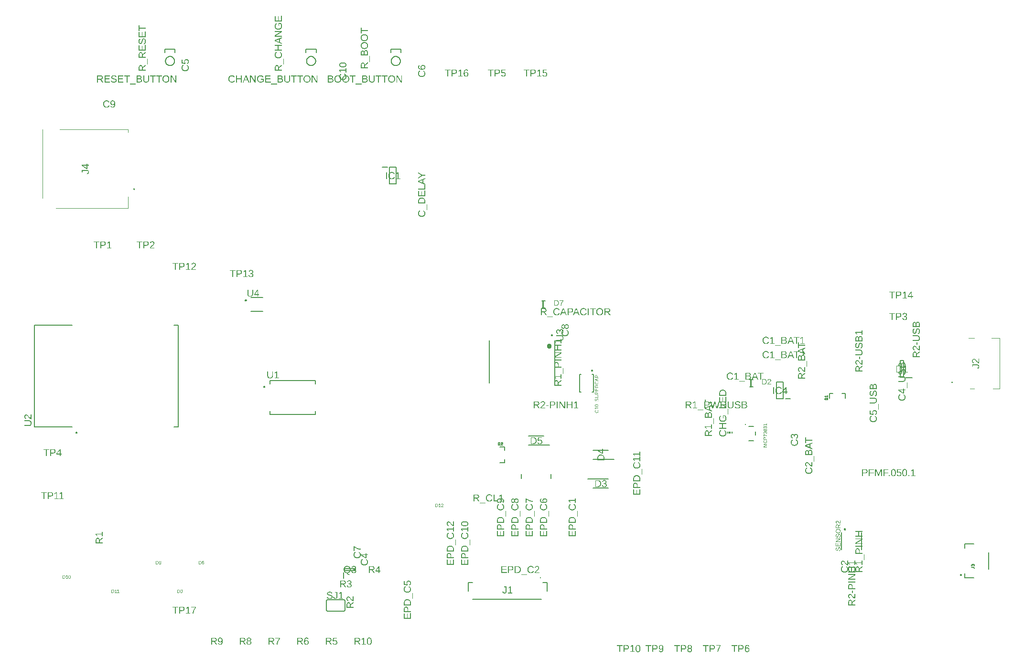
<source format=gbr>
G04 EAGLE Gerber RS-274X export*
G75*
%MOMM*%
%FSLAX34Y34*%
%LPD*%
%INSilkscreen Top*%
%IPPOS*%
%AMOC8*
5,1,8,0,0,1.08239X$1,22.5*%
G01*
G04 Define Apertures*
%ADD10C,0.127000*%
%ADD11C,0.200000*%
%ADD12R,0.150000X0.300000*%
%ADD13R,0.300000X0.300000*%
%ADD14C,0.150000*%
%ADD15C,0.250000*%
%ADD16C,0.100000*%
%ADD17C,0.203200*%
%ADD18C,0.152400*%
%ADD19C,0.254000*%
%ADD20C,0.400000*%
G36*
X537388Y1041225D02*
X536921Y1041237D01*
X536470Y1041273D01*
X536036Y1041333D01*
X535618Y1041418D01*
X535216Y1041526D01*
X534830Y1041658D01*
X534461Y1041815D01*
X534108Y1041996D01*
X533773Y1042199D01*
X533459Y1042424D01*
X533165Y1042670D01*
X532892Y1042938D01*
X532639Y1043228D01*
X532406Y1043538D01*
X532194Y1043871D01*
X532002Y1044225D01*
X531831Y1044597D01*
X531684Y1044984D01*
X531559Y1045387D01*
X531456Y1045804D01*
X531377Y1046237D01*
X531320Y1046686D01*
X531286Y1047149D01*
X531275Y1047627D01*
X531281Y1047992D01*
X531300Y1048347D01*
X531332Y1048692D01*
X531376Y1049027D01*
X531433Y1049351D01*
X531503Y1049666D01*
X531585Y1049970D01*
X531680Y1050265D01*
X531787Y1050549D01*
X531908Y1050823D01*
X532041Y1051087D01*
X532186Y1051341D01*
X532515Y1051819D01*
X532895Y1052256D01*
X533320Y1052647D01*
X533547Y1052823D01*
X533785Y1052986D01*
X534032Y1053136D01*
X534289Y1053273D01*
X534556Y1053397D01*
X534833Y1053508D01*
X535120Y1053605D01*
X535417Y1053690D01*
X535723Y1053762D01*
X536040Y1053820D01*
X536366Y1053866D01*
X536703Y1053899D01*
X537049Y1053918D01*
X537406Y1053925D01*
X537869Y1053913D01*
X538316Y1053878D01*
X538748Y1053819D01*
X539164Y1053738D01*
X539565Y1053632D01*
X539949Y1053503D01*
X540319Y1053351D01*
X540673Y1053176D01*
X541008Y1052978D01*
X541324Y1052759D01*
X541619Y1052519D01*
X541893Y1052257D01*
X542148Y1051975D01*
X542381Y1051671D01*
X542595Y1051346D01*
X542788Y1050999D01*
X542959Y1050634D01*
X543108Y1050253D01*
X543233Y1049856D01*
X543336Y1049443D01*
X543416Y1049013D01*
X543473Y1048567D01*
X543508Y1048105D01*
X543519Y1047627D01*
X543508Y1047151D01*
X543473Y1046690D01*
X543415Y1046243D01*
X543334Y1045812D01*
X543230Y1045396D01*
X543103Y1044995D01*
X542953Y1044609D01*
X542779Y1044238D01*
X542584Y1043885D01*
X542369Y1043553D01*
X542133Y1043242D01*
X541878Y1042952D01*
X541602Y1042684D01*
X541307Y1042436D01*
X540991Y1042210D01*
X540655Y1042004D01*
X540301Y1041822D01*
X539932Y1041663D01*
X539547Y1041529D01*
X539146Y1041420D01*
X538730Y1041334D01*
X538299Y1041274D01*
X537851Y1041237D01*
X537388Y1041225D01*
G37*
%LPC*%
G36*
X537388Y1042582D02*
X537907Y1042603D01*
X538395Y1042665D01*
X538851Y1042768D01*
X539277Y1042912D01*
X539671Y1043097D01*
X540035Y1043324D01*
X540367Y1043592D01*
X540668Y1043901D01*
X540936Y1044247D01*
X541168Y1044628D01*
X541365Y1045043D01*
X541525Y1045491D01*
X541651Y1045974D01*
X541740Y1046491D01*
X541793Y1047042D01*
X541811Y1047627D01*
X541793Y1048188D01*
X541739Y1048717D01*
X541649Y1049216D01*
X541523Y1049683D01*
X541361Y1050120D01*
X541163Y1050526D01*
X540929Y1050901D01*
X540659Y1051245D01*
X540357Y1051553D01*
X540024Y1051819D01*
X539662Y1052045D01*
X539270Y1052230D01*
X538849Y1052374D01*
X538397Y1052476D01*
X537916Y1052538D01*
X537406Y1052558D01*
X536891Y1052538D01*
X536406Y1052477D01*
X535951Y1052376D01*
X535527Y1052234D01*
X535133Y1052052D01*
X534768Y1051829D01*
X534434Y1051566D01*
X534130Y1051262D01*
X533859Y1050922D01*
X533624Y1050549D01*
X533425Y1050143D01*
X533263Y1049705D01*
X533136Y1049235D01*
X533046Y1048731D01*
X532992Y1048196D01*
X532974Y1047627D01*
X532992Y1047062D01*
X533047Y1046527D01*
X533138Y1046021D01*
X533266Y1045546D01*
X533431Y1045101D01*
X533632Y1044685D01*
X533869Y1044300D01*
X534143Y1043944D01*
X534450Y1043625D01*
X534784Y1043349D01*
X535148Y1043114D01*
X535539Y1042923D01*
X535959Y1042774D01*
X536407Y1042668D01*
X536883Y1042604D01*
X537388Y1042582D01*
G37*
%LPD*%
G36*
X551357Y1041225D02*
X550890Y1041237D01*
X550439Y1041273D01*
X550005Y1041333D01*
X549587Y1041418D01*
X549185Y1041526D01*
X548799Y1041658D01*
X548430Y1041815D01*
X548077Y1041996D01*
X547742Y1042199D01*
X547428Y1042424D01*
X547134Y1042670D01*
X546861Y1042938D01*
X546607Y1043228D01*
X546375Y1043538D01*
X546162Y1043871D01*
X545970Y1044225D01*
X545800Y1044597D01*
X545652Y1044984D01*
X545527Y1045387D01*
X545425Y1045804D01*
X545346Y1046237D01*
X545289Y1046686D01*
X545255Y1047149D01*
X545243Y1047627D01*
X545250Y1047992D01*
X545269Y1048347D01*
X545300Y1048692D01*
X545345Y1049027D01*
X545402Y1049351D01*
X545471Y1049666D01*
X545554Y1049970D01*
X545649Y1050265D01*
X545756Y1050549D01*
X545876Y1050823D01*
X546009Y1051087D01*
X546155Y1051341D01*
X546484Y1051819D01*
X546864Y1052256D01*
X547289Y1052647D01*
X547516Y1052823D01*
X547753Y1052986D01*
X548001Y1053136D01*
X548258Y1053273D01*
X548525Y1053397D01*
X548802Y1053508D01*
X549088Y1053605D01*
X549385Y1053690D01*
X549692Y1053762D01*
X550009Y1053820D01*
X550335Y1053866D01*
X550672Y1053899D01*
X551018Y1053918D01*
X551374Y1053925D01*
X551837Y1053913D01*
X552285Y1053878D01*
X552717Y1053819D01*
X553133Y1053738D01*
X553533Y1053632D01*
X553918Y1053503D01*
X554288Y1053351D01*
X554641Y1053176D01*
X554977Y1052978D01*
X555293Y1052759D01*
X555588Y1052519D01*
X555862Y1052257D01*
X556116Y1051975D01*
X556350Y1051671D01*
X556564Y1051346D01*
X556757Y1050999D01*
X556928Y1050634D01*
X557077Y1050253D01*
X557202Y1049856D01*
X557305Y1049443D01*
X557385Y1049013D01*
X557442Y1048567D01*
X557476Y1048105D01*
X557488Y1047627D01*
X557476Y1047151D01*
X557442Y1046690D01*
X557384Y1046243D01*
X557303Y1045812D01*
X557199Y1045396D01*
X557072Y1044995D01*
X556921Y1044609D01*
X556748Y1044238D01*
X556553Y1043885D01*
X556338Y1043553D01*
X556102Y1043242D01*
X555847Y1042952D01*
X555571Y1042684D01*
X555276Y1042436D01*
X554960Y1042210D01*
X554624Y1042004D01*
X554270Y1041822D01*
X553901Y1041663D01*
X553516Y1041529D01*
X553115Y1041420D01*
X552699Y1041334D01*
X552267Y1041274D01*
X551820Y1041237D01*
X551357Y1041225D01*
G37*
%LPC*%
G36*
X551357Y1042582D02*
X551876Y1042603D01*
X552363Y1042665D01*
X552820Y1042768D01*
X553245Y1042912D01*
X553640Y1043097D01*
X554003Y1043324D01*
X554336Y1043592D01*
X554637Y1043901D01*
X554905Y1044247D01*
X555137Y1044628D01*
X555334Y1045043D01*
X555494Y1045491D01*
X555619Y1045974D01*
X555709Y1046491D01*
X555762Y1047042D01*
X555780Y1047627D01*
X555762Y1048188D01*
X555708Y1048717D01*
X555618Y1049216D01*
X555492Y1049683D01*
X555330Y1050120D01*
X555132Y1050526D01*
X554898Y1050901D01*
X554628Y1051245D01*
X554325Y1051553D01*
X553993Y1051819D01*
X553631Y1052045D01*
X553239Y1052230D01*
X552817Y1052374D01*
X552366Y1052476D01*
X551885Y1052538D01*
X551374Y1052558D01*
X550860Y1052538D01*
X550375Y1052477D01*
X549920Y1052376D01*
X549496Y1052234D01*
X549101Y1052052D01*
X548737Y1051829D01*
X548403Y1051566D01*
X548099Y1051262D01*
X547828Y1050922D01*
X547593Y1050549D01*
X547394Y1050143D01*
X547232Y1049705D01*
X547105Y1049235D01*
X547015Y1048731D01*
X546961Y1048196D01*
X546943Y1047627D01*
X546961Y1047062D01*
X547016Y1046527D01*
X547107Y1046021D01*
X547235Y1045546D01*
X547399Y1045101D01*
X547600Y1044685D01*
X547838Y1044300D01*
X548112Y1043944D01*
X548418Y1043625D01*
X548753Y1043349D01*
X549116Y1043114D01*
X549508Y1042923D01*
X549928Y1042774D01*
X550376Y1042668D01*
X550852Y1042604D01*
X551357Y1042582D01*
G37*
%LPD*%
G36*
X632732Y1041225D02*
X632265Y1041237D01*
X631814Y1041273D01*
X631380Y1041333D01*
X630962Y1041418D01*
X630560Y1041526D01*
X630174Y1041658D01*
X629805Y1041815D01*
X629452Y1041996D01*
X629117Y1042199D01*
X628803Y1042424D01*
X628509Y1042670D01*
X628236Y1042938D01*
X627982Y1043228D01*
X627750Y1043538D01*
X627537Y1043871D01*
X627345Y1044225D01*
X627175Y1044597D01*
X627027Y1044984D01*
X626902Y1045387D01*
X626800Y1045804D01*
X626721Y1046237D01*
X626664Y1046686D01*
X626630Y1047149D01*
X626618Y1047627D01*
X626625Y1047992D01*
X626644Y1048347D01*
X626675Y1048692D01*
X626720Y1049027D01*
X626777Y1049351D01*
X626846Y1049666D01*
X626929Y1049970D01*
X627024Y1050265D01*
X627131Y1050549D01*
X627251Y1050823D01*
X627384Y1051087D01*
X627530Y1051341D01*
X627859Y1051819D01*
X628239Y1052256D01*
X628664Y1052647D01*
X628891Y1052823D01*
X629128Y1052986D01*
X629376Y1053136D01*
X629633Y1053273D01*
X629900Y1053397D01*
X630177Y1053508D01*
X630463Y1053605D01*
X630760Y1053690D01*
X631067Y1053762D01*
X631384Y1053820D01*
X631710Y1053866D01*
X632047Y1053899D01*
X632393Y1053918D01*
X632749Y1053925D01*
X633212Y1053913D01*
X633660Y1053878D01*
X634092Y1053819D01*
X634508Y1053738D01*
X634908Y1053632D01*
X635293Y1053503D01*
X635663Y1053351D01*
X636016Y1053176D01*
X636352Y1052978D01*
X636668Y1052759D01*
X636963Y1052519D01*
X637237Y1052257D01*
X637491Y1051975D01*
X637725Y1051671D01*
X637939Y1051346D01*
X638132Y1050999D01*
X638303Y1050634D01*
X638452Y1050253D01*
X638577Y1049856D01*
X638680Y1049443D01*
X638760Y1049013D01*
X638817Y1048567D01*
X638851Y1048105D01*
X638863Y1047627D01*
X638851Y1047151D01*
X638817Y1046690D01*
X638759Y1046243D01*
X638678Y1045812D01*
X638574Y1045396D01*
X638447Y1044995D01*
X638296Y1044609D01*
X638123Y1044238D01*
X637928Y1043885D01*
X637713Y1043553D01*
X637477Y1043242D01*
X637222Y1042952D01*
X636946Y1042684D01*
X636651Y1042436D01*
X636335Y1042210D01*
X635999Y1042004D01*
X635645Y1041822D01*
X635276Y1041663D01*
X634891Y1041529D01*
X634490Y1041420D01*
X634074Y1041334D01*
X633642Y1041274D01*
X633195Y1041237D01*
X632732Y1041225D01*
G37*
%LPC*%
G36*
X632732Y1042582D02*
X633251Y1042603D01*
X633738Y1042665D01*
X634195Y1042768D01*
X634620Y1042912D01*
X635015Y1043097D01*
X635378Y1043324D01*
X635711Y1043592D01*
X636012Y1043901D01*
X636280Y1044247D01*
X636512Y1044628D01*
X636709Y1045043D01*
X636869Y1045491D01*
X636994Y1045974D01*
X637084Y1046491D01*
X637137Y1047042D01*
X637155Y1047627D01*
X637137Y1048188D01*
X637083Y1048717D01*
X636993Y1049216D01*
X636867Y1049683D01*
X636705Y1050120D01*
X636507Y1050526D01*
X636273Y1050901D01*
X636003Y1051245D01*
X635700Y1051553D01*
X635368Y1051819D01*
X635006Y1052045D01*
X634614Y1052230D01*
X634192Y1052374D01*
X633741Y1052476D01*
X633260Y1052538D01*
X632749Y1052558D01*
X632235Y1052538D01*
X631750Y1052477D01*
X631295Y1052376D01*
X630871Y1052234D01*
X630476Y1052052D01*
X630112Y1051829D01*
X629778Y1051566D01*
X629474Y1051262D01*
X629203Y1050922D01*
X628968Y1050549D01*
X628769Y1050143D01*
X628607Y1049705D01*
X628480Y1049235D01*
X628390Y1048731D01*
X628336Y1048196D01*
X628318Y1047627D01*
X628336Y1047062D01*
X628391Y1046527D01*
X628482Y1046021D01*
X628610Y1045546D01*
X628774Y1045101D01*
X628975Y1044685D01*
X629213Y1044300D01*
X629487Y1043944D01*
X629793Y1043625D01*
X630128Y1043349D01*
X630491Y1043114D01*
X630883Y1042923D01*
X631303Y1042774D01*
X631751Y1042668D01*
X632227Y1042604D01*
X632732Y1042582D01*
G37*
%LPD*%
G36*
X524969Y1041400D02*
X519959Y1041400D01*
X519959Y1053741D01*
X524443Y1053741D01*
X524969Y1053729D01*
X525462Y1053694D01*
X525920Y1053635D01*
X526344Y1053554D01*
X526734Y1053448D01*
X527091Y1053320D01*
X527413Y1053167D01*
X527702Y1052992D01*
X527956Y1052793D01*
X528177Y1052571D01*
X528363Y1052325D01*
X528516Y1052056D01*
X528635Y1051763D01*
X528720Y1051447D01*
X528771Y1051108D01*
X528788Y1050745D01*
X528778Y1050477D01*
X528749Y1050220D01*
X528701Y1049974D01*
X528634Y1049738D01*
X528548Y1049514D01*
X528443Y1049300D01*
X528318Y1049098D01*
X528175Y1048906D01*
X528013Y1048728D01*
X527914Y1048636D01*
X527836Y1048564D01*
X527643Y1048417D01*
X527434Y1048284D01*
X527210Y1048167D01*
X526969Y1048065D01*
X526713Y1047979D01*
X526440Y1047908D01*
X526798Y1047854D01*
X527134Y1047780D01*
X527449Y1047687D01*
X527743Y1047574D01*
X528016Y1047441D01*
X528268Y1047288D01*
X528499Y1047115D01*
X528596Y1047026D01*
X528709Y1046922D01*
X528896Y1046713D01*
X529058Y1046491D01*
X529195Y1046255D01*
X529307Y1046006D01*
X529394Y1045744D01*
X529456Y1045468D01*
X529493Y1045179D01*
X529506Y1044877D01*
X529487Y1044477D01*
X529431Y1044100D01*
X529337Y1043745D01*
X529206Y1043413D01*
X529037Y1043105D01*
X528831Y1042819D01*
X528587Y1042556D01*
X528306Y1042315D01*
X527991Y1042101D01*
X527647Y1041915D01*
X527274Y1041758D01*
X526872Y1041629D01*
X526440Y1041529D01*
X525979Y1041457D01*
X525489Y1041414D01*
X524969Y1041400D01*
G37*
%LPC*%
G36*
X524881Y1042740D02*
X525252Y1042749D01*
X525596Y1042776D01*
X525914Y1042820D01*
X526206Y1042882D01*
X526472Y1042962D01*
X526712Y1043060D01*
X526927Y1043176D01*
X527115Y1043309D01*
X527279Y1043460D01*
X527421Y1043629D01*
X527542Y1043815D01*
X527640Y1044019D01*
X527717Y1044240D01*
X527772Y1044479D01*
X527805Y1044735D01*
X527815Y1045009D01*
X527804Y1045273D01*
X527768Y1045520D01*
X527708Y1045750D01*
X527624Y1045963D01*
X527516Y1046159D01*
X527384Y1046337D01*
X527229Y1046499D01*
X527049Y1046644D01*
X526846Y1046772D01*
X526618Y1046883D01*
X526367Y1046976D01*
X526091Y1047053D01*
X525792Y1047113D01*
X525468Y1047155D01*
X525121Y1047181D01*
X524750Y1047189D01*
X521632Y1047189D01*
X521632Y1042740D01*
X524881Y1042740D01*
G37*
G36*
X524443Y1048494D02*
X524768Y1048502D01*
X525071Y1048526D01*
X525353Y1048565D01*
X525614Y1048620D01*
X525853Y1048691D01*
X526072Y1048778D01*
X526269Y1048880D01*
X526445Y1048998D01*
X526600Y1049132D01*
X526734Y1049284D01*
X526848Y1049451D01*
X526941Y1049636D01*
X527013Y1049838D01*
X527065Y1050056D01*
X527096Y1050292D01*
X527106Y1050544D01*
X527095Y1050785D01*
X527063Y1051008D01*
X527010Y1051213D01*
X526935Y1051400D01*
X526839Y1051570D01*
X526722Y1051721D01*
X526583Y1051855D01*
X526423Y1051972D01*
X526242Y1052072D01*
X526043Y1052159D01*
X525824Y1052233D01*
X525586Y1052293D01*
X525329Y1052340D01*
X525053Y1052374D01*
X524758Y1052394D01*
X524443Y1052401D01*
X521632Y1052401D01*
X521632Y1048494D01*
X524443Y1048494D01*
G37*
%LPD*%
G36*
X585750Y1041400D02*
X580740Y1041400D01*
X580740Y1053741D01*
X585225Y1053741D01*
X585751Y1053729D01*
X586243Y1053694D01*
X586701Y1053635D01*
X587125Y1053554D01*
X587516Y1053448D01*
X587872Y1053320D01*
X588194Y1053167D01*
X588483Y1052992D01*
X588737Y1052793D01*
X588958Y1052571D01*
X589145Y1052325D01*
X589297Y1052056D01*
X589416Y1051763D01*
X589501Y1051447D01*
X589552Y1051108D01*
X589569Y1050745D01*
X589559Y1050477D01*
X589531Y1050220D01*
X589483Y1049974D01*
X589416Y1049738D01*
X589329Y1049514D01*
X589224Y1049300D01*
X589100Y1049098D01*
X588956Y1048906D01*
X588795Y1048728D01*
X588695Y1048636D01*
X588618Y1048564D01*
X588425Y1048417D01*
X588216Y1048284D01*
X587991Y1048167D01*
X587750Y1048065D01*
X587494Y1047979D01*
X587222Y1047908D01*
X587579Y1047854D01*
X587915Y1047780D01*
X588230Y1047687D01*
X588524Y1047574D01*
X588797Y1047441D01*
X589049Y1047288D01*
X589280Y1047115D01*
X589377Y1047026D01*
X589490Y1046922D01*
X589677Y1046713D01*
X589839Y1046491D01*
X589976Y1046255D01*
X590088Y1046006D01*
X590175Y1045744D01*
X590237Y1045468D01*
X590275Y1045179D01*
X590287Y1044877D01*
X590268Y1044477D01*
X590212Y1044100D01*
X590118Y1043745D01*
X589987Y1043413D01*
X589818Y1043105D01*
X589612Y1042819D01*
X589368Y1042556D01*
X589087Y1042315D01*
X588773Y1042101D01*
X588429Y1041915D01*
X588055Y1041758D01*
X587653Y1041629D01*
X587221Y1041529D01*
X586760Y1041457D01*
X586270Y1041414D01*
X585750Y1041400D01*
G37*
%LPC*%
G36*
X585663Y1042740D02*
X586033Y1042749D01*
X586377Y1042776D01*
X586695Y1042820D01*
X586987Y1042882D01*
X587254Y1042962D01*
X587494Y1043060D01*
X587708Y1043176D01*
X587896Y1043309D01*
X588060Y1043460D01*
X588203Y1043629D01*
X588323Y1043815D01*
X588422Y1044019D01*
X588498Y1044240D01*
X588553Y1044479D01*
X588586Y1044735D01*
X588597Y1045009D01*
X588585Y1045273D01*
X588549Y1045520D01*
X588489Y1045750D01*
X588405Y1045963D01*
X588297Y1046159D01*
X588166Y1046337D01*
X588010Y1046499D01*
X587830Y1046644D01*
X587627Y1046772D01*
X587399Y1046883D01*
X587148Y1046976D01*
X586872Y1047053D01*
X586573Y1047113D01*
X586250Y1047155D01*
X585902Y1047181D01*
X585531Y1047189D01*
X582413Y1047189D01*
X582413Y1042740D01*
X585663Y1042740D01*
G37*
G36*
X585225Y1048494D02*
X585549Y1048502D01*
X585852Y1048526D01*
X586134Y1048565D01*
X586395Y1048620D01*
X586635Y1048691D01*
X586853Y1048778D01*
X587050Y1048880D01*
X587226Y1048998D01*
X587381Y1049132D01*
X587515Y1049284D01*
X587629Y1049451D01*
X587722Y1049636D01*
X587794Y1049838D01*
X587846Y1050056D01*
X587877Y1050292D01*
X587887Y1050544D01*
X587877Y1050785D01*
X587845Y1051008D01*
X587791Y1051213D01*
X587716Y1051400D01*
X587620Y1051570D01*
X587503Y1051721D01*
X587364Y1051855D01*
X587204Y1051972D01*
X587024Y1052072D01*
X586824Y1052159D01*
X586606Y1052233D01*
X586368Y1052293D01*
X586111Y1052340D01*
X585834Y1052374D01*
X585539Y1052394D01*
X585225Y1052401D01*
X582413Y1052401D01*
X582413Y1048494D01*
X585225Y1048494D01*
G37*
%LPD*%
G36*
X642698Y1041400D02*
X641209Y1041400D01*
X641209Y1053741D01*
X643153Y1053741D01*
X649827Y1043160D01*
X649749Y1044641D01*
X649722Y1045648D01*
X649722Y1053741D01*
X651229Y1053741D01*
X651229Y1041400D01*
X649214Y1041400D01*
X642610Y1051910D01*
X642654Y1051061D01*
X642698Y1049598D01*
X642698Y1041400D01*
G37*
G36*
X597640Y1041225D02*
X597267Y1041233D01*
X596907Y1041259D01*
X596558Y1041302D01*
X596221Y1041363D01*
X595897Y1041440D01*
X595584Y1041535D01*
X595284Y1041647D01*
X594995Y1041777D01*
X594721Y1041922D01*
X594462Y1042084D01*
X594219Y1042261D01*
X593992Y1042453D01*
X593781Y1042661D01*
X593586Y1042885D01*
X593407Y1043124D01*
X593243Y1043379D01*
X593098Y1043648D01*
X592971Y1043930D01*
X592864Y1044224D01*
X592777Y1044531D01*
X592709Y1044851D01*
X592660Y1045183D01*
X592631Y1045527D01*
X592621Y1045884D01*
X592621Y1053741D01*
X594294Y1053741D01*
X594294Y1046025D01*
X594308Y1045615D01*
X594348Y1045230D01*
X594415Y1044871D01*
X594509Y1044538D01*
X594630Y1044230D01*
X594777Y1043947D01*
X594952Y1043690D01*
X595153Y1043458D01*
X595379Y1043253D01*
X595629Y1043075D01*
X595904Y1042925D01*
X596202Y1042801D01*
X596523Y1042706D01*
X596869Y1042637D01*
X597238Y1042596D01*
X597631Y1042582D01*
X598036Y1042597D01*
X598417Y1042639D01*
X598775Y1042710D01*
X599110Y1042809D01*
X599422Y1042937D01*
X599711Y1043092D01*
X599977Y1043276D01*
X600220Y1043489D01*
X600436Y1043729D01*
X600624Y1043994D01*
X600783Y1044286D01*
X600913Y1044605D01*
X601014Y1044949D01*
X601086Y1045319D01*
X601129Y1045716D01*
X601144Y1046138D01*
X601144Y1053741D01*
X602808Y1053741D01*
X602808Y1046042D01*
X602798Y1045674D01*
X602768Y1045319D01*
X602718Y1044977D01*
X602649Y1044647D01*
X602560Y1044331D01*
X602450Y1044027D01*
X602321Y1043736D01*
X602173Y1043458D01*
X602006Y1043195D01*
X601822Y1042947D01*
X601623Y1042716D01*
X601406Y1042500D01*
X601174Y1042301D01*
X600925Y1042117D01*
X600659Y1041950D01*
X600377Y1041799D01*
X600081Y1041664D01*
X599771Y1041548D01*
X599448Y1041449D01*
X599113Y1041368D01*
X598764Y1041306D01*
X598402Y1041261D01*
X598028Y1041234D01*
X597640Y1041225D01*
G37*
G36*
X564638Y1041400D02*
X562973Y1041400D01*
X562973Y1052374D01*
X558734Y1052374D01*
X558734Y1053741D01*
X568877Y1053741D01*
X568877Y1052374D01*
X564638Y1052374D01*
X564638Y1041400D01*
G37*
G36*
X610481Y1041400D02*
X608817Y1041400D01*
X608817Y1052374D01*
X604578Y1052374D01*
X604578Y1053741D01*
X614720Y1053741D01*
X614720Y1052374D01*
X610481Y1052374D01*
X610481Y1041400D01*
G37*
G36*
X621450Y1041400D02*
X619786Y1041400D01*
X619786Y1052374D01*
X615547Y1052374D01*
X615547Y1053741D01*
X625689Y1053741D01*
X625689Y1052374D01*
X621450Y1052374D01*
X621450Y1041400D01*
G37*
G36*
X579478Y1037835D02*
X569029Y1037835D01*
X569029Y1038974D01*
X579478Y1038974D01*
X579478Y1037835D01*
G37*
G36*
X1447923Y172361D02*
X1447559Y172367D01*
X1447205Y172386D01*
X1446861Y172417D01*
X1446527Y172461D01*
X1446203Y172517D01*
X1445889Y172585D01*
X1445585Y172666D01*
X1445291Y172759D01*
X1445007Y172865D01*
X1444733Y172984D01*
X1444215Y173258D01*
X1443736Y173581D01*
X1443298Y173955D01*
X1442906Y174373D01*
X1442566Y174829D01*
X1442416Y175071D01*
X1442279Y175323D01*
X1442155Y175584D01*
X1442044Y175856D01*
X1441946Y176136D01*
X1441861Y176426D01*
X1441789Y176726D01*
X1441730Y177036D01*
X1441684Y177355D01*
X1441651Y177683D01*
X1441632Y178022D01*
X1441625Y178369D01*
X1441637Y178852D01*
X1441673Y179314D01*
X1441734Y179756D01*
X1441818Y180178D01*
X1441926Y180579D01*
X1442059Y180961D01*
X1442215Y181322D01*
X1442396Y181662D01*
X1442600Y181982D01*
X1442828Y182280D01*
X1443079Y182556D01*
X1443353Y182810D01*
X1443650Y183042D01*
X1443971Y183252D01*
X1444315Y183440D01*
X1444682Y183607D01*
X1445208Y182022D01*
X1444946Y181906D01*
X1444701Y181774D01*
X1444471Y181626D01*
X1444257Y181462D01*
X1444059Y181282D01*
X1443877Y181085D01*
X1443711Y180872D01*
X1443561Y180642D01*
X1443428Y180399D01*
X1443312Y180145D01*
X1443214Y179879D01*
X1443134Y179603D01*
X1443072Y179316D01*
X1443027Y179017D01*
X1443001Y178707D01*
X1442992Y178387D01*
X1443012Y177889D01*
X1443074Y177419D01*
X1443177Y176978D01*
X1443321Y176565D01*
X1443507Y176181D01*
X1443733Y175825D01*
X1444001Y175498D01*
X1444310Y175199D01*
X1444655Y174932D01*
X1445030Y174701D01*
X1445436Y174505D01*
X1445872Y174345D01*
X1446339Y174220D01*
X1446836Y174131D01*
X1447364Y174078D01*
X1447923Y174060D01*
X1448476Y174079D01*
X1449001Y174134D01*
X1449499Y174227D01*
X1449969Y174357D01*
X1450411Y174524D01*
X1450825Y174728D01*
X1451212Y174969D01*
X1451571Y175247D01*
X1451894Y175557D01*
X1452174Y175892D01*
X1452411Y176255D01*
X1452605Y176643D01*
X1452756Y177057D01*
X1452864Y177498D01*
X1452929Y177964D01*
X1452950Y178457D01*
X1452940Y178776D01*
X1452910Y179085D01*
X1452860Y179384D01*
X1452790Y179673D01*
X1452699Y179951D01*
X1452589Y180220D01*
X1452459Y180479D01*
X1452309Y180727D01*
X1452138Y180966D01*
X1451948Y181195D01*
X1451737Y181413D01*
X1451507Y181621D01*
X1451256Y181820D01*
X1450985Y182008D01*
X1450695Y182186D01*
X1450384Y182354D01*
X1451067Y183721D01*
X1451454Y183521D01*
X1451816Y183301D01*
X1452155Y183062D01*
X1452471Y182804D01*
X1452762Y182527D01*
X1453029Y182230D01*
X1453273Y181914D01*
X1453493Y181579D01*
X1453688Y181227D01*
X1453857Y180862D01*
X1454000Y180482D01*
X1454117Y180089D01*
X1454208Y179682D01*
X1454273Y179261D01*
X1454312Y178827D01*
X1454325Y178378D01*
X1454313Y177919D01*
X1454277Y177477D01*
X1454216Y177050D01*
X1454131Y176638D01*
X1454022Y176243D01*
X1453889Y175863D01*
X1453732Y175499D01*
X1453550Y175150D01*
X1453346Y174820D01*
X1453121Y174510D01*
X1452875Y174220D01*
X1452609Y173951D01*
X1452321Y173701D01*
X1452013Y173472D01*
X1451684Y173263D01*
X1451334Y173075D01*
X1450966Y172907D01*
X1450581Y172762D01*
X1450179Y172640D01*
X1449761Y172539D01*
X1449326Y172461D01*
X1448875Y172406D01*
X1448407Y172372D01*
X1447923Y172361D01*
G37*
G36*
X1454150Y185754D02*
X1452810Y185754D01*
X1452810Y188898D01*
X1443316Y188898D01*
X1445304Y186113D01*
X1443815Y186113D01*
X1441809Y189030D01*
X1441809Y190483D01*
X1452810Y190483D01*
X1452810Y193488D01*
X1454150Y193488D01*
X1454150Y185754D01*
G37*
G36*
X546275Y1068330D02*
X545505Y1068346D01*
X544785Y1068395D01*
X544115Y1068476D01*
X543494Y1068590D01*
X542924Y1068736D01*
X542403Y1068914D01*
X541932Y1069125D01*
X541511Y1069368D01*
X541139Y1069646D01*
X540817Y1069962D01*
X540545Y1070316D01*
X540322Y1070707D01*
X540148Y1071136D01*
X540080Y1071364D01*
X540024Y1071602D01*
X539981Y1071850D01*
X539950Y1072106D01*
X539932Y1072373D01*
X539925Y1072648D01*
X539932Y1072916D01*
X539950Y1073175D01*
X539982Y1073426D01*
X540025Y1073667D01*
X540082Y1073900D01*
X540151Y1074123D01*
X540326Y1074543D01*
X540551Y1074928D01*
X540827Y1075276D01*
X541152Y1075590D01*
X541528Y1075867D01*
X541953Y1076110D01*
X542426Y1076321D01*
X542947Y1076499D01*
X543516Y1076645D01*
X544134Y1076759D01*
X544799Y1076840D01*
X545513Y1076889D01*
X546275Y1076905D01*
X547025Y1076888D01*
X547730Y1076837D01*
X548388Y1076751D01*
X549001Y1076632D01*
X549569Y1076479D01*
X550090Y1076291D01*
X550566Y1076070D01*
X550996Y1075814D01*
X551378Y1075526D01*
X551709Y1075204D01*
X551989Y1074851D01*
X552218Y1074464D01*
X552396Y1074046D01*
X552523Y1073595D01*
X552568Y1073357D01*
X552600Y1073111D01*
X552619Y1072858D01*
X552625Y1072596D01*
X552619Y1072334D01*
X552600Y1072080D01*
X552568Y1071835D01*
X552524Y1071598D01*
X552397Y1071148D01*
X552220Y1070732D01*
X551992Y1070349D01*
X551714Y1069999D01*
X551385Y1069682D01*
X551005Y1069399D01*
X550577Y1069148D01*
X550102Y1068931D01*
X549580Y1068748D01*
X549012Y1068597D01*
X548398Y1068480D01*
X547737Y1068397D01*
X547029Y1068347D01*
X546275Y1068330D01*
G37*
%LPC*%
G36*
X546275Y1069924D02*
X546910Y1069934D01*
X547501Y1069964D01*
X548048Y1070015D01*
X548550Y1070085D01*
X549009Y1070176D01*
X549423Y1070286D01*
X549794Y1070417D01*
X550120Y1070568D01*
X550406Y1070741D01*
X550653Y1070937D01*
X550862Y1071157D01*
X551033Y1071401D01*
X551166Y1071669D01*
X551262Y1071960D01*
X551319Y1072275D01*
X551338Y1072613D01*
X551318Y1072950D01*
X551260Y1073263D01*
X551163Y1073553D01*
X551027Y1073820D01*
X550852Y1074063D01*
X550638Y1074283D01*
X550385Y1074480D01*
X550094Y1074654D01*
X549762Y1074806D01*
X549389Y1074937D01*
X548974Y1075049D01*
X548517Y1075140D01*
X548019Y1075211D01*
X547480Y1075261D01*
X546898Y1075292D01*
X546275Y1075302D01*
X545630Y1075292D01*
X545032Y1075263D01*
X544479Y1075215D01*
X543972Y1075148D01*
X543511Y1075061D01*
X543096Y1074955D01*
X542727Y1074829D01*
X542404Y1074684D01*
X542123Y1074518D01*
X541879Y1074326D01*
X541673Y1074109D01*
X541504Y1073867D01*
X541373Y1073600D01*
X541279Y1073307D01*
X541223Y1072990D01*
X541204Y1072648D01*
X541223Y1072297D01*
X541278Y1071972D01*
X541370Y1071673D01*
X541500Y1071399D01*
X541666Y1071151D01*
X541869Y1070928D01*
X542109Y1070731D01*
X542386Y1070559D01*
X542706Y1070410D01*
X543073Y1070281D01*
X543488Y1070172D01*
X543950Y1070083D01*
X544460Y1070014D01*
X545017Y1069964D01*
X545622Y1069934D01*
X546275Y1069924D01*
G37*
%LPD*%
G36*
X546223Y1045634D02*
X545859Y1045640D01*
X545505Y1045659D01*
X545161Y1045690D01*
X544827Y1045734D01*
X544503Y1045790D01*
X544189Y1045858D01*
X543885Y1045939D01*
X543591Y1046033D01*
X543307Y1046138D01*
X543033Y1046257D01*
X542515Y1046531D01*
X542036Y1046855D01*
X541598Y1047228D01*
X541206Y1047646D01*
X540866Y1048102D01*
X540716Y1048344D01*
X540579Y1048596D01*
X540455Y1048858D01*
X540344Y1049129D01*
X540246Y1049409D01*
X540161Y1049700D01*
X540089Y1050000D01*
X540030Y1050309D01*
X539984Y1050628D01*
X539951Y1050957D01*
X539932Y1051295D01*
X539925Y1051642D01*
X539937Y1052125D01*
X539973Y1052587D01*
X540034Y1053029D01*
X540118Y1053451D01*
X540226Y1053853D01*
X540359Y1054234D01*
X540515Y1054595D01*
X540696Y1054936D01*
X540900Y1055255D01*
X541128Y1055553D01*
X541379Y1055829D01*
X541653Y1056083D01*
X541950Y1056315D01*
X542271Y1056525D01*
X542615Y1056714D01*
X542982Y1056880D01*
X543508Y1055295D01*
X543246Y1055179D01*
X543001Y1055048D01*
X542771Y1054900D01*
X542557Y1054735D01*
X542359Y1054555D01*
X542177Y1054358D01*
X542011Y1054145D01*
X541861Y1053915D01*
X541728Y1053672D01*
X541612Y1053418D01*
X541514Y1053153D01*
X541434Y1052876D01*
X541372Y1052589D01*
X541327Y1052290D01*
X541301Y1051981D01*
X541292Y1051660D01*
X541312Y1051162D01*
X541374Y1050692D01*
X541477Y1050251D01*
X541621Y1049838D01*
X541807Y1049454D01*
X542033Y1049098D01*
X542301Y1048771D01*
X542610Y1048472D01*
X542955Y1048205D01*
X543330Y1047974D01*
X543736Y1047778D01*
X544172Y1047618D01*
X544639Y1047493D01*
X545136Y1047404D01*
X545664Y1047351D01*
X546223Y1047333D01*
X546776Y1047352D01*
X547301Y1047407D01*
X547799Y1047500D01*
X548269Y1047630D01*
X548711Y1047797D01*
X549125Y1048001D01*
X549512Y1048242D01*
X549871Y1048520D01*
X550194Y1048830D01*
X550474Y1049166D01*
X550711Y1049528D01*
X550905Y1049916D01*
X551056Y1050330D01*
X551164Y1050771D01*
X551229Y1051237D01*
X551250Y1051730D01*
X551240Y1052049D01*
X551210Y1052358D01*
X551160Y1052657D01*
X551090Y1052946D01*
X550999Y1053225D01*
X550889Y1053493D01*
X550759Y1053752D01*
X550609Y1054001D01*
X550438Y1054239D01*
X550248Y1054468D01*
X550037Y1054686D01*
X549807Y1054895D01*
X549556Y1055093D01*
X549285Y1055281D01*
X548995Y1055459D01*
X548684Y1055628D01*
X549367Y1056994D01*
X549754Y1056794D01*
X550116Y1056574D01*
X550455Y1056336D01*
X550771Y1056078D01*
X551062Y1055800D01*
X551329Y1055504D01*
X551573Y1055188D01*
X551793Y1054852D01*
X551988Y1054501D01*
X552157Y1054135D01*
X552300Y1053756D01*
X552417Y1053362D01*
X552508Y1052955D01*
X552573Y1052534D01*
X552612Y1052100D01*
X552625Y1051651D01*
X552613Y1051193D01*
X552577Y1050750D01*
X552516Y1050323D01*
X552431Y1049912D01*
X552322Y1049516D01*
X552189Y1049136D01*
X552032Y1048772D01*
X551850Y1048424D01*
X551646Y1048093D01*
X551421Y1047783D01*
X551175Y1047493D01*
X550909Y1047224D01*
X550621Y1046974D01*
X550313Y1046745D01*
X549984Y1046537D01*
X549634Y1046348D01*
X549266Y1046181D01*
X548881Y1046036D01*
X548479Y1045913D01*
X548061Y1045813D01*
X547626Y1045734D01*
X547175Y1045679D01*
X546707Y1045645D01*
X546223Y1045634D01*
G37*
G36*
X552450Y1059027D02*
X551110Y1059027D01*
X551110Y1062171D01*
X541616Y1062171D01*
X543604Y1059386D01*
X542115Y1059386D01*
X540109Y1062303D01*
X540109Y1063757D01*
X551110Y1063757D01*
X551110Y1066761D01*
X552450Y1066761D01*
X552450Y1059027D01*
G37*
G36*
X996062Y466296D02*
X995691Y466304D01*
X995345Y466327D01*
X995023Y466366D01*
X994725Y466421D01*
X994450Y466491D01*
X994200Y466577D01*
X993973Y466678D01*
X993771Y466795D01*
X993592Y466929D01*
X993437Y467081D01*
X993306Y467251D01*
X993199Y467439D01*
X993116Y467645D01*
X993056Y467870D01*
X993020Y468112D01*
X993008Y468372D01*
X993020Y468626D01*
X993057Y468862D01*
X993117Y469082D01*
X993201Y469284D01*
X993309Y469469D01*
X993442Y469636D01*
X993598Y469787D01*
X993779Y469920D01*
X993983Y470037D01*
X994211Y470138D01*
X994461Y470224D01*
X994735Y470294D01*
X995032Y470349D01*
X995352Y470388D01*
X995695Y470411D01*
X996062Y470419D01*
X996422Y470411D01*
X996761Y470386D01*
X997078Y470345D01*
X997373Y470288D01*
X997645Y470214D01*
X997896Y470124D01*
X998125Y470018D01*
X998332Y469895D01*
X998515Y469756D01*
X998674Y469602D01*
X998809Y469431D01*
X998919Y469246D01*
X999005Y469045D01*
X999066Y468828D01*
X999103Y468595D01*
X999115Y468347D01*
X999103Y468099D01*
X999066Y467867D01*
X999005Y467651D01*
X998920Y467451D01*
X998811Y467267D01*
X998677Y467099D01*
X998518Y466946D01*
X998336Y466810D01*
X998130Y466690D01*
X997902Y466585D01*
X997651Y466497D01*
X997378Y466425D01*
X997082Y466368D01*
X996764Y466328D01*
X996424Y466304D01*
X996062Y466296D01*
G37*
%LPC*%
G36*
X996062Y467063D02*
X996651Y467082D01*
X997156Y467140D01*
X997376Y467184D01*
X997575Y467237D01*
X997754Y467300D01*
X997911Y467372D01*
X998048Y467455D01*
X998167Y467550D01*
X998267Y467656D01*
X998350Y467773D01*
X998414Y467901D01*
X998459Y468041D01*
X998487Y468193D01*
X998496Y468356D01*
X998487Y468517D01*
X998459Y468668D01*
X998412Y468807D01*
X998346Y468936D01*
X998262Y469053D01*
X998160Y469159D01*
X998038Y469253D01*
X997898Y469337D01*
X997738Y469410D01*
X997559Y469473D01*
X997140Y469571D01*
X996641Y469629D01*
X996062Y469648D01*
X995464Y469630D01*
X994954Y469574D01*
X994533Y469481D01*
X994356Y469421D01*
X994200Y469352D01*
X994065Y469271D01*
X993948Y469179D01*
X993849Y469075D01*
X993768Y468958D01*
X993704Y468830D01*
X993659Y468689D01*
X993632Y468537D01*
X993623Y468372D01*
X993632Y468204D01*
X993659Y468047D01*
X993703Y467903D01*
X993765Y467772D01*
X993845Y467652D01*
X993943Y467545D01*
X994059Y467450D01*
X994192Y467368D01*
X994345Y467296D01*
X994522Y467234D01*
X994721Y467182D01*
X994944Y467139D01*
X995457Y467082D01*
X996062Y467063D01*
G37*
%LPD*%
G36*
X999031Y499761D02*
X993097Y499761D01*
X993097Y502553D01*
X993104Y502796D01*
X993125Y503025D01*
X993160Y503240D01*
X993209Y503441D01*
X993272Y503627D01*
X993349Y503799D01*
X993440Y503957D01*
X993545Y504100D01*
X993663Y504228D01*
X993792Y504339D01*
X993931Y504433D01*
X994082Y504509D01*
X994243Y504569D01*
X994416Y504612D01*
X994600Y504637D01*
X994794Y504646D01*
X995111Y504622D01*
X995403Y504549D01*
X995667Y504429D01*
X995906Y504260D01*
X996110Y504049D01*
X996224Y503877D01*
X996273Y503802D01*
X996395Y503518D01*
X996474Y503197D01*
X997563Y503914D01*
X999031Y504882D01*
X999031Y503955D01*
X996567Y502414D01*
X996567Y500565D01*
X999031Y500565D01*
X999031Y499761D01*
G37*
%LPC*%
G36*
X995931Y500565D02*
X995931Y502506D01*
X995913Y502806D01*
X995857Y503070D01*
X995764Y503298D01*
X995634Y503490D01*
X995471Y503642D01*
X995278Y503750D01*
X995055Y503815D01*
X994802Y503837D01*
X994559Y503815D01*
X994346Y503749D01*
X994164Y503639D01*
X994013Y503486D01*
X993894Y503290D01*
X993809Y503057D01*
X993758Y502784D01*
X993741Y502473D01*
X993741Y500565D01*
X995931Y500565D01*
G37*
%LPD*%
G36*
X999031Y488261D02*
X993097Y488261D01*
X993097Y490758D01*
X993104Y491000D01*
X993126Y491229D01*
X993163Y491443D01*
X993214Y491643D01*
X993279Y491830D01*
X993360Y492002D01*
X993455Y492160D01*
X993564Y492304D01*
X993687Y492432D01*
X993822Y492543D01*
X993969Y492637D01*
X994128Y492714D01*
X994298Y492774D01*
X994481Y492817D01*
X994676Y492842D01*
X994882Y492851D01*
X995088Y492842D01*
X995282Y492817D01*
X995466Y492774D01*
X995638Y492714D01*
X995800Y492636D01*
X995952Y492542D01*
X996092Y492430D01*
X996222Y492301D01*
X996338Y492158D01*
X996439Y492002D01*
X996525Y491834D01*
X996594Y491653D01*
X996649Y491461D01*
X996688Y491256D01*
X996711Y491038D01*
X996719Y490808D01*
X996719Y489065D01*
X999031Y489065D01*
X999031Y488261D01*
G37*
%LPC*%
G36*
X996083Y489065D02*
X996083Y490695D01*
X996064Y491011D01*
X996008Y491284D01*
X995915Y491516D01*
X995785Y491705D01*
X995617Y491853D01*
X995412Y491958D01*
X995170Y492021D01*
X994891Y492042D01*
X994621Y492021D01*
X994388Y491956D01*
X994190Y491848D01*
X994029Y491697D01*
X993903Y491503D01*
X993813Y491265D01*
X993759Y490985D01*
X993741Y490661D01*
X993741Y489065D01*
X996083Y489065D01*
G37*
%LPD*%
G36*
X999031Y517979D02*
X993097Y517979D01*
X993097Y520477D01*
X993104Y520719D01*
X993126Y520948D01*
X993163Y521162D01*
X993214Y521362D01*
X993279Y521548D01*
X993360Y521720D01*
X993455Y521878D01*
X993564Y522022D01*
X993687Y522151D01*
X993822Y522262D01*
X993969Y522356D01*
X994128Y522433D01*
X994298Y522493D01*
X994481Y522536D01*
X994676Y522561D01*
X994882Y522570D01*
X995088Y522561D01*
X995282Y522535D01*
X995466Y522492D01*
X995638Y522432D01*
X995800Y522355D01*
X995952Y522261D01*
X996092Y522149D01*
X996222Y522020D01*
X996338Y521877D01*
X996439Y521721D01*
X996525Y521553D01*
X996594Y521372D01*
X996649Y521179D01*
X996688Y520974D01*
X996711Y520757D01*
X996719Y520527D01*
X996719Y518784D01*
X999031Y518784D01*
X999031Y517979D01*
G37*
%LPC*%
G36*
X996083Y518784D02*
X996083Y520414D01*
X996064Y520729D01*
X996008Y521003D01*
X995915Y521235D01*
X995785Y521424D01*
X995617Y521572D01*
X995412Y521677D01*
X995170Y521740D01*
X994891Y521761D01*
X994621Y521740D01*
X994388Y521675D01*
X994190Y521567D01*
X994029Y521416D01*
X993903Y521222D01*
X993813Y520984D01*
X993759Y520704D01*
X993741Y520380D01*
X993741Y518784D01*
X996083Y518784D01*
G37*
%LPD*%
G36*
X999031Y511507D02*
X993097Y513929D01*
X993097Y514843D01*
X999031Y517226D01*
X999031Y516405D01*
X997296Y515727D01*
X997296Y513023D01*
X999031Y512341D01*
X999031Y511507D01*
G37*
%LPC*%
G36*
X996668Y513268D02*
X996668Y515487D01*
X994710Y514725D01*
X994053Y514489D01*
X993703Y514375D01*
X993821Y514337D01*
X994220Y514207D01*
X994718Y514026D01*
X996668Y513268D01*
G37*
%LPD*%
G36*
X999031Y494011D02*
X993097Y494011D01*
X993097Y498513D01*
X993754Y498513D01*
X993754Y494815D01*
X995657Y494815D01*
X995657Y498260D01*
X996306Y498260D01*
X996306Y494815D01*
X998374Y494815D01*
X998374Y498685D01*
X999031Y498685D01*
X999031Y494011D01*
G37*
G36*
X997607Y475945D02*
X997451Y476724D01*
X997701Y476810D01*
X997915Y476934D01*
X998094Y477097D01*
X998237Y477297D01*
X998347Y477535D01*
X998425Y477814D01*
X998472Y478131D01*
X998487Y478488D01*
X998471Y478856D01*
X998421Y479179D01*
X998337Y479457D01*
X998220Y479691D01*
X998071Y479876D01*
X997890Y480008D01*
X997788Y480054D01*
X997678Y480088D01*
X997560Y480107D01*
X997435Y480114D01*
X997296Y480106D01*
X997171Y480081D01*
X997060Y480039D01*
X996963Y479981D01*
X996798Y479822D01*
X996664Y479609D01*
X996555Y479345D01*
X996466Y479036D01*
X996293Y478299D01*
X996138Y477680D01*
X995982Y477231D01*
X995817Y476905D01*
X995634Y476656D01*
X995426Y476471D01*
X995186Y476334D01*
X995053Y476285D01*
X994910Y476251D01*
X994758Y476230D01*
X994596Y476223D01*
X994411Y476232D01*
X994237Y476259D01*
X994074Y476305D01*
X993921Y476368D01*
X993780Y476450D01*
X993649Y476551D01*
X993530Y476669D01*
X993421Y476806D01*
X993324Y476960D01*
X993241Y477129D01*
X993170Y477314D01*
X993112Y477515D01*
X993066Y477732D01*
X993034Y477964D01*
X993015Y478212D01*
X993008Y478476D01*
X993028Y478951D01*
X993086Y479368D01*
X993183Y479724D01*
X993318Y480021D01*
X993402Y480150D01*
X993500Y480269D01*
X993736Y480476D01*
X994027Y480644D01*
X994373Y480771D01*
X994512Y479979D01*
X994292Y479899D01*
X994105Y479790D01*
X993950Y479651D01*
X993828Y479482D01*
X993734Y479281D01*
X993668Y479045D01*
X993628Y478774D01*
X993615Y478467D01*
X993630Y478133D01*
X993674Y477840D01*
X993748Y477589D01*
X993851Y477381D01*
X993983Y477217D01*
X994144Y477100D01*
X994335Y477029D01*
X994554Y477006D01*
X994685Y477015D01*
X994804Y477042D01*
X994911Y477088D01*
X995007Y477151D01*
X995172Y477329D01*
X995310Y477570D01*
X995376Y477741D01*
X995448Y477980D01*
X995615Y478661D01*
X995744Y479206D01*
X995815Y479472D01*
X995900Y479727D01*
X995998Y479967D01*
X996112Y480192D01*
X996248Y480395D01*
X996411Y480569D01*
X996604Y480712D01*
X996828Y480819D01*
X997089Y480887D01*
X997393Y480910D01*
X997592Y480900D01*
X997780Y480870D01*
X997956Y480820D01*
X998121Y480749D01*
X998274Y480659D01*
X998416Y480549D01*
X998546Y480418D01*
X998664Y480268D01*
X998770Y480099D01*
X998862Y479914D01*
X998939Y479712D01*
X999002Y479494D01*
X999052Y479260D01*
X999087Y479009D01*
X999108Y478742D01*
X999115Y478459D01*
X999109Y478195D01*
X999091Y477945D01*
X999062Y477710D01*
X999021Y477488D01*
X998968Y477281D01*
X998903Y477089D01*
X998826Y476910D01*
X998738Y476746D01*
X998638Y476596D01*
X998526Y476460D01*
X998402Y476339D01*
X998267Y476231D01*
X998120Y476138D01*
X997961Y476060D01*
X997790Y475995D01*
X997607Y475945D01*
G37*
G36*
X996874Y481968D02*
X993097Y481968D01*
X993097Y482773D01*
X996807Y482773D01*
X997004Y482779D01*
X997189Y482799D01*
X997362Y482831D01*
X997522Y482876D01*
X997670Y482934D01*
X997806Y483005D01*
X997930Y483089D01*
X998041Y483186D01*
X998140Y483294D01*
X998225Y483415D01*
X998298Y483547D01*
X998357Y483690D01*
X998403Y483845D01*
X998436Y484011D01*
X998456Y484188D01*
X998462Y484377D01*
X998455Y484572D01*
X998435Y484755D01*
X998401Y484927D01*
X998353Y485089D01*
X998292Y485239D01*
X998217Y485377D01*
X998128Y485505D01*
X998026Y485622D01*
X997911Y485726D01*
X997783Y485816D01*
X997643Y485893D01*
X997490Y485955D01*
X997324Y486004D01*
X997146Y486038D01*
X996956Y486059D01*
X996752Y486066D01*
X993097Y486066D01*
X993097Y486866D01*
X996799Y486866D01*
X997146Y486847D01*
X997469Y486790D01*
X997768Y486695D01*
X998041Y486561D01*
X998287Y486393D01*
X998502Y486192D01*
X998686Y485961D01*
X998839Y485698D01*
X998960Y485406D01*
X999046Y485090D01*
X999098Y484748D01*
X999115Y484382D01*
X999098Y484029D01*
X999049Y483699D01*
X998966Y483393D01*
X998850Y483110D01*
X998702Y482853D01*
X998524Y482628D01*
X998317Y482432D01*
X998079Y482267D01*
X997814Y482137D01*
X997525Y482043D01*
X997212Y481987D01*
X996874Y481968D01*
G37*
G36*
X996036Y455397D02*
X995691Y455409D01*
X995365Y455445D01*
X995058Y455505D01*
X994771Y455589D01*
X994503Y455697D01*
X994253Y455828D01*
X994023Y455984D01*
X993813Y456164D01*
X993624Y456365D01*
X993461Y456584D01*
X993323Y456822D01*
X993210Y457078D01*
X993122Y457352D01*
X993059Y457645D01*
X993021Y457957D01*
X993008Y458286D01*
X993032Y458741D01*
X993101Y459156D01*
X993217Y459532D01*
X993379Y459870D01*
X993587Y460167D01*
X993839Y460422D01*
X994136Y460634D01*
X994478Y460805D01*
X994731Y460042D01*
X994487Y459924D01*
X994274Y459773D01*
X994091Y459592D01*
X993939Y459379D01*
X993819Y459140D01*
X993734Y458880D01*
X993683Y458598D01*
X993665Y458295D01*
X993675Y458055D01*
X993705Y457829D01*
X993755Y457617D01*
X993824Y457419D01*
X993913Y457234D01*
X994022Y457063D01*
X994151Y456905D01*
X994299Y456762D01*
X994465Y456633D01*
X994645Y456522D01*
X994841Y456428D01*
X995050Y456351D01*
X995275Y456291D01*
X995514Y456249D01*
X995768Y456223D01*
X996036Y456214D01*
X996302Y456223D01*
X996555Y456250D01*
X996794Y456295D01*
X997020Y456357D01*
X997233Y456437D01*
X997432Y456535D01*
X997618Y456651D01*
X997790Y456785D01*
X997946Y456934D01*
X998081Y457095D01*
X998195Y457269D01*
X998288Y457456D01*
X998361Y457655D01*
X998412Y457867D01*
X998443Y458091D01*
X998454Y458328D01*
X998435Y458630D01*
X998377Y458913D01*
X998280Y459176D01*
X998145Y459420D01*
X997972Y459645D01*
X997760Y459850D01*
X997509Y460036D01*
X997220Y460203D01*
X997548Y460859D01*
X997909Y460658D01*
X998223Y460419D01*
X998492Y460143D01*
X998715Y459830D01*
X998890Y459485D01*
X999015Y459113D01*
X999090Y458715D01*
X999109Y458506D01*
X999115Y458291D01*
X999092Y457857D01*
X999022Y457454D01*
X998905Y457081D01*
X998742Y456739D01*
X998536Y456431D01*
X998290Y456162D01*
X998003Y455932D01*
X997677Y455741D01*
X997314Y455590D01*
X996920Y455483D01*
X996494Y455419D01*
X996036Y455397D01*
G37*
G36*
X996036Y505710D02*
X995691Y505722D01*
X995365Y505758D01*
X995058Y505818D01*
X994771Y505901D01*
X994503Y506009D01*
X994253Y506141D01*
X994023Y506297D01*
X993813Y506476D01*
X993624Y506677D01*
X993461Y506896D01*
X993323Y507134D01*
X993210Y507390D01*
X993122Y507665D01*
X993059Y507958D01*
X993021Y508269D01*
X993008Y508599D01*
X993032Y509053D01*
X993101Y509468D01*
X993217Y509845D01*
X993379Y510182D01*
X993587Y510479D01*
X993839Y510734D01*
X994136Y510947D01*
X994478Y511117D01*
X994731Y510355D01*
X994487Y510236D01*
X994274Y510086D01*
X994091Y509904D01*
X993939Y509692D01*
X993819Y509453D01*
X993734Y509192D01*
X993683Y508910D01*
X993665Y508607D01*
X993675Y508368D01*
X993705Y508142D01*
X993755Y507930D01*
X993824Y507731D01*
X993913Y507546D01*
X994022Y507375D01*
X994151Y507218D01*
X994299Y507074D01*
X994465Y506946D01*
X994645Y506835D01*
X994841Y506741D01*
X995050Y506664D01*
X995275Y506604D01*
X995514Y506561D01*
X995768Y506535D01*
X996036Y506527D01*
X996302Y506536D01*
X996555Y506562D01*
X996794Y506607D01*
X997020Y506669D01*
X997233Y506750D01*
X997432Y506848D01*
X997618Y506964D01*
X997790Y507097D01*
X997946Y507246D01*
X998081Y507408D01*
X998195Y507582D01*
X998288Y507769D01*
X998361Y507968D01*
X998412Y508180D01*
X998443Y508404D01*
X998454Y508641D01*
X998435Y508943D01*
X998377Y509226D01*
X998280Y509489D01*
X998145Y509733D01*
X997972Y509957D01*
X997760Y510163D01*
X997509Y510348D01*
X997220Y510515D01*
X997548Y511172D01*
X997909Y510970D01*
X998223Y510731D01*
X998492Y510455D01*
X998715Y510142D01*
X998890Y509797D01*
X999015Y509426D01*
X999090Y509028D01*
X999109Y508819D01*
X999115Y508603D01*
X999092Y508170D01*
X999022Y507767D01*
X998905Y507394D01*
X998742Y507051D01*
X998536Y506743D01*
X998290Y506474D01*
X998003Y506244D01*
X997677Y506053D01*
X997314Y505903D01*
X996920Y505796D01*
X996494Y505731D01*
X996036Y505710D01*
G37*
G36*
X999031Y461835D02*
X998386Y461835D01*
X998386Y463347D01*
X993821Y463347D01*
X994777Y462008D01*
X994061Y462008D01*
X993097Y463410D01*
X993097Y464109D01*
X998386Y464109D01*
X998386Y465554D01*
X999031Y465554D01*
X999031Y461835D01*
G37*
G36*
X1000745Y470641D02*
X1000197Y470641D01*
X1000197Y475665D01*
X1000745Y475665D01*
X1000745Y470641D01*
G37*
G36*
X1264906Y514350D02*
X1259896Y514350D01*
X1259896Y526691D01*
X1264381Y526691D01*
X1264907Y526679D01*
X1265399Y526644D01*
X1265857Y526585D01*
X1266281Y526504D01*
X1266672Y526398D01*
X1267028Y526270D01*
X1267351Y526117D01*
X1267639Y525942D01*
X1267894Y525743D01*
X1268114Y525521D01*
X1268301Y525275D01*
X1268454Y525006D01*
X1268572Y524713D01*
X1268657Y524397D01*
X1268708Y524058D01*
X1268725Y523695D01*
X1268715Y523427D01*
X1268687Y523170D01*
X1268639Y522924D01*
X1268572Y522688D01*
X1268486Y522464D01*
X1268380Y522250D01*
X1268256Y522048D01*
X1268112Y521856D01*
X1267951Y521678D01*
X1267851Y521586D01*
X1267774Y521514D01*
X1267581Y521367D01*
X1267372Y521234D01*
X1267147Y521117D01*
X1266907Y521015D01*
X1266650Y520929D01*
X1266378Y520858D01*
X1266735Y520804D01*
X1267071Y520730D01*
X1267386Y520637D01*
X1267681Y520524D01*
X1267954Y520391D01*
X1268206Y520238D01*
X1268436Y520065D01*
X1268533Y519976D01*
X1268646Y519872D01*
X1268833Y519663D01*
X1268995Y519441D01*
X1269132Y519205D01*
X1269244Y518956D01*
X1269331Y518694D01*
X1269393Y518418D01*
X1269431Y518129D01*
X1269443Y517827D01*
X1269425Y517427D01*
X1269368Y517050D01*
X1269275Y516695D01*
X1269143Y516363D01*
X1268975Y516055D01*
X1268768Y515769D01*
X1268525Y515506D01*
X1268243Y515265D01*
X1267929Y515051D01*
X1267585Y514865D01*
X1267212Y514708D01*
X1266809Y514579D01*
X1266377Y514479D01*
X1265916Y514407D01*
X1265426Y514364D01*
X1264906Y514350D01*
G37*
%LPC*%
G36*
X1264819Y515690D02*
X1265189Y515699D01*
X1265533Y515726D01*
X1265851Y515770D01*
X1266143Y515832D01*
X1266410Y515912D01*
X1266650Y516010D01*
X1266864Y516126D01*
X1267052Y516259D01*
X1267216Y516410D01*
X1267359Y516579D01*
X1267479Y516765D01*
X1267578Y516969D01*
X1267654Y517190D01*
X1267709Y517429D01*
X1267742Y517685D01*
X1267753Y517959D01*
X1267741Y518223D01*
X1267705Y518470D01*
X1267645Y518700D01*
X1267561Y518913D01*
X1267453Y519109D01*
X1267322Y519287D01*
X1267166Y519449D01*
X1266986Y519594D01*
X1266783Y519722D01*
X1266555Y519833D01*
X1266304Y519926D01*
X1266029Y520003D01*
X1265729Y520063D01*
X1265406Y520105D01*
X1265059Y520131D01*
X1264687Y520139D01*
X1261569Y520139D01*
X1261569Y515690D01*
X1264819Y515690D01*
G37*
G36*
X1264381Y521444D02*
X1264705Y521452D01*
X1265008Y521476D01*
X1265290Y521515D01*
X1265551Y521570D01*
X1265791Y521641D01*
X1266009Y521728D01*
X1266206Y521830D01*
X1266382Y521948D01*
X1266537Y522082D01*
X1266671Y522234D01*
X1266785Y522401D01*
X1266878Y522586D01*
X1266950Y522788D01*
X1267002Y523006D01*
X1267033Y523242D01*
X1267043Y523494D01*
X1267033Y523735D01*
X1267001Y523958D01*
X1266947Y524163D01*
X1266873Y524350D01*
X1266777Y524520D01*
X1266659Y524671D01*
X1266520Y524805D01*
X1266360Y524922D01*
X1266180Y525022D01*
X1265980Y525109D01*
X1265762Y525183D01*
X1265524Y525243D01*
X1265267Y525290D01*
X1264991Y525324D01*
X1264695Y525344D01*
X1264381Y525351D01*
X1261569Y525351D01*
X1261569Y521444D01*
X1264381Y521444D01*
G37*
%LPD*%
G36*
X1272163Y514350D02*
X1270429Y514350D01*
X1275465Y526691D01*
X1277366Y526691D01*
X1282323Y514350D01*
X1280615Y514350D01*
X1279205Y517959D01*
X1273582Y517959D01*
X1272163Y514350D01*
G37*
%LPC*%
G36*
X1278706Y519264D02*
X1277120Y523336D01*
X1276875Y523980D01*
X1276630Y524703D01*
X1276393Y525430D01*
X1276315Y525184D01*
X1276043Y524354D01*
X1275666Y523319D01*
X1274090Y519264D01*
X1278706Y519264D01*
G37*
%LPD*%
G36*
X1232478Y514175D02*
X1232019Y514187D01*
X1231577Y514223D01*
X1231150Y514284D01*
X1230738Y514369D01*
X1230343Y514478D01*
X1229963Y514611D01*
X1229599Y514768D01*
X1229250Y514950D01*
X1228920Y515154D01*
X1228610Y515379D01*
X1228320Y515625D01*
X1228051Y515892D01*
X1227801Y516179D01*
X1227572Y516487D01*
X1227363Y516816D01*
X1227175Y517166D01*
X1227007Y517534D01*
X1226862Y517919D01*
X1226740Y518321D01*
X1226639Y518739D01*
X1226561Y519174D01*
X1226506Y519625D01*
X1226472Y520093D01*
X1226461Y520577D01*
X1226467Y520941D01*
X1226486Y521295D01*
X1226517Y521639D01*
X1226561Y521973D01*
X1226617Y522297D01*
X1226685Y522611D01*
X1226766Y522915D01*
X1226859Y523209D01*
X1226965Y523493D01*
X1227084Y523767D01*
X1227358Y524285D01*
X1227681Y524764D01*
X1228055Y525202D01*
X1228473Y525594D01*
X1228929Y525934D01*
X1229171Y526084D01*
X1229423Y526221D01*
X1229684Y526345D01*
X1229956Y526456D01*
X1230236Y526555D01*
X1230526Y526639D01*
X1230826Y526711D01*
X1231136Y526770D01*
X1231455Y526816D01*
X1231783Y526849D01*
X1232122Y526868D01*
X1232469Y526875D01*
X1232952Y526863D01*
X1233414Y526827D01*
X1233856Y526766D01*
X1234278Y526682D01*
X1234679Y526574D01*
X1235061Y526441D01*
X1235422Y526285D01*
X1235762Y526104D01*
X1236082Y525900D01*
X1236380Y525672D01*
X1236656Y525421D01*
X1236910Y525147D01*
X1237142Y524850D01*
X1237352Y524529D01*
X1237540Y524185D01*
X1237707Y523818D01*
X1236122Y523292D01*
X1236006Y523554D01*
X1235874Y523799D01*
X1235726Y524029D01*
X1235562Y524243D01*
X1235382Y524441D01*
X1235185Y524623D01*
X1234972Y524789D01*
X1234742Y524939D01*
X1234499Y525073D01*
X1234245Y525188D01*
X1233979Y525286D01*
X1233703Y525366D01*
X1233416Y525428D01*
X1233117Y525473D01*
X1232807Y525499D01*
X1232487Y525508D01*
X1231989Y525488D01*
X1231519Y525426D01*
X1231078Y525323D01*
X1230665Y525179D01*
X1230281Y524993D01*
X1229925Y524767D01*
X1229598Y524499D01*
X1229299Y524190D01*
X1229032Y523845D01*
X1228801Y523470D01*
X1228605Y523064D01*
X1228445Y522628D01*
X1228320Y522161D01*
X1228231Y521664D01*
X1228178Y521136D01*
X1228160Y520577D01*
X1228179Y520024D01*
X1228234Y519499D01*
X1228327Y519001D01*
X1228457Y518531D01*
X1228624Y518089D01*
X1228828Y517675D01*
X1229069Y517288D01*
X1229347Y516929D01*
X1229657Y516606D01*
X1229992Y516326D01*
X1230355Y516089D01*
X1230743Y515895D01*
X1231157Y515744D01*
X1231598Y515636D01*
X1232064Y515571D01*
X1232557Y515550D01*
X1232876Y515560D01*
X1233185Y515590D01*
X1233484Y515640D01*
X1233773Y515710D01*
X1234051Y515801D01*
X1234320Y515911D01*
X1234579Y516041D01*
X1234827Y516191D01*
X1235066Y516362D01*
X1235295Y516552D01*
X1235513Y516763D01*
X1235721Y516993D01*
X1235920Y517244D01*
X1236108Y517515D01*
X1236286Y517805D01*
X1236454Y518116D01*
X1237821Y517433D01*
X1237621Y517046D01*
X1237401Y516684D01*
X1237162Y516345D01*
X1236904Y516029D01*
X1236627Y515738D01*
X1236330Y515471D01*
X1236014Y515227D01*
X1235679Y515007D01*
X1235327Y514812D01*
X1234962Y514643D01*
X1234582Y514500D01*
X1234189Y514383D01*
X1233782Y514292D01*
X1233361Y514227D01*
X1232927Y514188D01*
X1232478Y514175D01*
G37*
G36*
X1287356Y514350D02*
X1285692Y514350D01*
X1285692Y525324D01*
X1281453Y525324D01*
X1281453Y526691D01*
X1291595Y526691D01*
X1291595Y525324D01*
X1287356Y525324D01*
X1287356Y514350D01*
G37*
G36*
X1247588Y514350D02*
X1239854Y514350D01*
X1239854Y515690D01*
X1242998Y515690D01*
X1242998Y525184D01*
X1240213Y523196D01*
X1240213Y524685D01*
X1243130Y526691D01*
X1244583Y526691D01*
X1244583Y515690D01*
X1247588Y515690D01*
X1247588Y514350D01*
G37*
G36*
X1258634Y510785D02*
X1248185Y510785D01*
X1248185Y511924D01*
X1258634Y511924D01*
X1258634Y510785D01*
G37*
G36*
X1328406Y577850D02*
X1323396Y577850D01*
X1323396Y590191D01*
X1327881Y590191D01*
X1328407Y590179D01*
X1328899Y590144D01*
X1329357Y590085D01*
X1329781Y590004D01*
X1330172Y589898D01*
X1330528Y589770D01*
X1330851Y589617D01*
X1331139Y589442D01*
X1331394Y589243D01*
X1331614Y589021D01*
X1331801Y588775D01*
X1331954Y588506D01*
X1332072Y588213D01*
X1332157Y587897D01*
X1332208Y587558D01*
X1332225Y587195D01*
X1332215Y586927D01*
X1332187Y586670D01*
X1332139Y586424D01*
X1332072Y586188D01*
X1331986Y585964D01*
X1331880Y585750D01*
X1331756Y585548D01*
X1331612Y585356D01*
X1331451Y585178D01*
X1331351Y585086D01*
X1331274Y585014D01*
X1331081Y584867D01*
X1330872Y584734D01*
X1330647Y584617D01*
X1330407Y584515D01*
X1330150Y584429D01*
X1329878Y584358D01*
X1330235Y584304D01*
X1330571Y584230D01*
X1330886Y584137D01*
X1331181Y584024D01*
X1331454Y583891D01*
X1331706Y583738D01*
X1331936Y583565D01*
X1332033Y583476D01*
X1332146Y583372D01*
X1332333Y583163D01*
X1332495Y582941D01*
X1332632Y582705D01*
X1332744Y582456D01*
X1332831Y582194D01*
X1332893Y581918D01*
X1332931Y581629D01*
X1332943Y581327D01*
X1332925Y580927D01*
X1332868Y580550D01*
X1332775Y580195D01*
X1332643Y579863D01*
X1332475Y579555D01*
X1332268Y579269D01*
X1332025Y579006D01*
X1331743Y578765D01*
X1331429Y578551D01*
X1331085Y578365D01*
X1330712Y578208D01*
X1330309Y578079D01*
X1329877Y577979D01*
X1329416Y577907D01*
X1328926Y577864D01*
X1328406Y577850D01*
G37*
%LPC*%
G36*
X1328319Y579190D02*
X1328689Y579199D01*
X1329033Y579226D01*
X1329351Y579270D01*
X1329643Y579332D01*
X1329910Y579412D01*
X1330150Y579510D01*
X1330364Y579626D01*
X1330552Y579759D01*
X1330716Y579910D01*
X1330859Y580079D01*
X1330979Y580265D01*
X1331078Y580469D01*
X1331154Y580690D01*
X1331209Y580929D01*
X1331242Y581185D01*
X1331253Y581459D01*
X1331241Y581723D01*
X1331205Y581970D01*
X1331145Y582200D01*
X1331061Y582413D01*
X1330953Y582609D01*
X1330822Y582787D01*
X1330666Y582949D01*
X1330486Y583094D01*
X1330283Y583222D01*
X1330055Y583333D01*
X1329804Y583426D01*
X1329529Y583503D01*
X1329229Y583563D01*
X1328906Y583605D01*
X1328559Y583631D01*
X1328187Y583639D01*
X1325069Y583639D01*
X1325069Y579190D01*
X1328319Y579190D01*
G37*
G36*
X1327881Y584944D02*
X1328205Y584952D01*
X1328508Y584976D01*
X1328790Y585015D01*
X1329051Y585070D01*
X1329291Y585141D01*
X1329509Y585228D01*
X1329706Y585330D01*
X1329882Y585448D01*
X1330037Y585582D01*
X1330171Y585734D01*
X1330285Y585901D01*
X1330378Y586086D01*
X1330450Y586288D01*
X1330502Y586506D01*
X1330533Y586742D01*
X1330543Y586994D01*
X1330533Y587235D01*
X1330501Y587458D01*
X1330447Y587663D01*
X1330373Y587850D01*
X1330277Y588020D01*
X1330159Y588171D01*
X1330020Y588305D01*
X1329860Y588422D01*
X1329680Y588522D01*
X1329480Y588609D01*
X1329262Y588683D01*
X1329024Y588743D01*
X1328767Y588790D01*
X1328491Y588824D01*
X1328195Y588844D01*
X1327881Y588851D01*
X1325069Y588851D01*
X1325069Y584944D01*
X1327881Y584944D01*
G37*
%LPD*%
G36*
X1335663Y577850D02*
X1333929Y577850D01*
X1338965Y590191D01*
X1340866Y590191D01*
X1345823Y577850D01*
X1344115Y577850D01*
X1342705Y581459D01*
X1337082Y581459D01*
X1335663Y577850D01*
G37*
%LPC*%
G36*
X1342206Y582764D02*
X1340620Y586836D01*
X1340375Y587480D01*
X1340130Y588203D01*
X1339893Y588930D01*
X1339815Y588684D01*
X1339543Y587854D01*
X1339166Y586819D01*
X1337590Y582764D01*
X1342206Y582764D01*
G37*
%LPD*%
G36*
X1295978Y577675D02*
X1295519Y577687D01*
X1295077Y577723D01*
X1294650Y577784D01*
X1294238Y577869D01*
X1293843Y577978D01*
X1293463Y578111D01*
X1293099Y578268D01*
X1292750Y578450D01*
X1292420Y578654D01*
X1292110Y578879D01*
X1291820Y579125D01*
X1291551Y579392D01*
X1291301Y579679D01*
X1291072Y579987D01*
X1290863Y580316D01*
X1290675Y580666D01*
X1290507Y581034D01*
X1290362Y581419D01*
X1290240Y581821D01*
X1290139Y582239D01*
X1290061Y582674D01*
X1290006Y583125D01*
X1289972Y583593D01*
X1289961Y584077D01*
X1289967Y584441D01*
X1289986Y584795D01*
X1290017Y585139D01*
X1290061Y585473D01*
X1290117Y585797D01*
X1290185Y586111D01*
X1290266Y586415D01*
X1290359Y586709D01*
X1290465Y586993D01*
X1290584Y587267D01*
X1290858Y587785D01*
X1291181Y588264D01*
X1291555Y588702D01*
X1291973Y589094D01*
X1292429Y589434D01*
X1292671Y589584D01*
X1292923Y589721D01*
X1293184Y589845D01*
X1293456Y589956D01*
X1293736Y590055D01*
X1294026Y590139D01*
X1294326Y590211D01*
X1294636Y590270D01*
X1294955Y590316D01*
X1295283Y590349D01*
X1295622Y590368D01*
X1295969Y590375D01*
X1296452Y590363D01*
X1296914Y590327D01*
X1297356Y590266D01*
X1297778Y590182D01*
X1298179Y590074D01*
X1298561Y589941D01*
X1298922Y589785D01*
X1299262Y589604D01*
X1299582Y589400D01*
X1299880Y589172D01*
X1300156Y588921D01*
X1300410Y588647D01*
X1300642Y588350D01*
X1300852Y588029D01*
X1301040Y587685D01*
X1301207Y587318D01*
X1299622Y586792D01*
X1299506Y587054D01*
X1299374Y587299D01*
X1299226Y587529D01*
X1299062Y587743D01*
X1298882Y587941D01*
X1298685Y588123D01*
X1298472Y588289D01*
X1298242Y588439D01*
X1297999Y588573D01*
X1297745Y588688D01*
X1297479Y588786D01*
X1297203Y588866D01*
X1296916Y588928D01*
X1296617Y588973D01*
X1296307Y588999D01*
X1295987Y589008D01*
X1295489Y588988D01*
X1295019Y588926D01*
X1294578Y588823D01*
X1294165Y588679D01*
X1293781Y588493D01*
X1293425Y588267D01*
X1293098Y587999D01*
X1292799Y587690D01*
X1292532Y587345D01*
X1292301Y586970D01*
X1292105Y586564D01*
X1291945Y586128D01*
X1291820Y585661D01*
X1291731Y585164D01*
X1291678Y584636D01*
X1291660Y584077D01*
X1291679Y583524D01*
X1291734Y582999D01*
X1291827Y582501D01*
X1291957Y582031D01*
X1292124Y581589D01*
X1292328Y581175D01*
X1292569Y580788D01*
X1292847Y580429D01*
X1293157Y580106D01*
X1293492Y579826D01*
X1293855Y579589D01*
X1294243Y579395D01*
X1294657Y579244D01*
X1295098Y579136D01*
X1295564Y579071D01*
X1296057Y579050D01*
X1296376Y579060D01*
X1296685Y579090D01*
X1296984Y579140D01*
X1297273Y579210D01*
X1297551Y579301D01*
X1297820Y579411D01*
X1298079Y579541D01*
X1298327Y579691D01*
X1298566Y579862D01*
X1298795Y580052D01*
X1299013Y580263D01*
X1299221Y580493D01*
X1299420Y580744D01*
X1299608Y581015D01*
X1299786Y581305D01*
X1299954Y581616D01*
X1301321Y580933D01*
X1301121Y580546D01*
X1300901Y580184D01*
X1300662Y579845D01*
X1300404Y579529D01*
X1300127Y579238D01*
X1299830Y578971D01*
X1299514Y578727D01*
X1299179Y578507D01*
X1298827Y578312D01*
X1298462Y578143D01*
X1298082Y578000D01*
X1297689Y577883D01*
X1297282Y577792D01*
X1296861Y577727D01*
X1296427Y577688D01*
X1295978Y577675D01*
G37*
G36*
X1350856Y577850D02*
X1349192Y577850D01*
X1349192Y588824D01*
X1344953Y588824D01*
X1344953Y590191D01*
X1355095Y590191D01*
X1355095Y588824D01*
X1350856Y588824D01*
X1350856Y577850D01*
G37*
G36*
X1311088Y577850D02*
X1303354Y577850D01*
X1303354Y579190D01*
X1306498Y579190D01*
X1306498Y588684D01*
X1303713Y586696D01*
X1303713Y588185D01*
X1306630Y590191D01*
X1308083Y590191D01*
X1308083Y579190D01*
X1311088Y579190D01*
X1311088Y577850D01*
G37*
G36*
X1364588Y577850D02*
X1356854Y577850D01*
X1356854Y579190D01*
X1359998Y579190D01*
X1359998Y588684D01*
X1357213Y586696D01*
X1357213Y588185D01*
X1360130Y590191D01*
X1361583Y590191D01*
X1361583Y579190D01*
X1364588Y579190D01*
X1364588Y577850D01*
G37*
G36*
X1322134Y574285D02*
X1311685Y574285D01*
X1311685Y575424D01*
X1322134Y575424D01*
X1322134Y574285D01*
G37*
G36*
X1328406Y552450D02*
X1323396Y552450D01*
X1323396Y564791D01*
X1327881Y564791D01*
X1328407Y564779D01*
X1328899Y564744D01*
X1329357Y564685D01*
X1329781Y564604D01*
X1330172Y564498D01*
X1330528Y564370D01*
X1330851Y564217D01*
X1331139Y564042D01*
X1331394Y563843D01*
X1331614Y563621D01*
X1331801Y563375D01*
X1331954Y563106D01*
X1332072Y562813D01*
X1332157Y562497D01*
X1332208Y562158D01*
X1332225Y561795D01*
X1332215Y561527D01*
X1332187Y561270D01*
X1332139Y561024D01*
X1332072Y560788D01*
X1331986Y560564D01*
X1331880Y560350D01*
X1331756Y560148D01*
X1331612Y559956D01*
X1331451Y559778D01*
X1331351Y559686D01*
X1331274Y559614D01*
X1331081Y559467D01*
X1330872Y559334D01*
X1330647Y559217D01*
X1330407Y559115D01*
X1330150Y559029D01*
X1329878Y558958D01*
X1330235Y558904D01*
X1330571Y558830D01*
X1330886Y558737D01*
X1331181Y558624D01*
X1331454Y558491D01*
X1331706Y558338D01*
X1331936Y558165D01*
X1332033Y558076D01*
X1332146Y557972D01*
X1332333Y557763D01*
X1332495Y557541D01*
X1332632Y557305D01*
X1332744Y557056D01*
X1332831Y556794D01*
X1332893Y556518D01*
X1332931Y556229D01*
X1332943Y555927D01*
X1332925Y555527D01*
X1332868Y555150D01*
X1332775Y554795D01*
X1332643Y554463D01*
X1332475Y554155D01*
X1332268Y553869D01*
X1332025Y553606D01*
X1331743Y553365D01*
X1331429Y553151D01*
X1331085Y552965D01*
X1330712Y552808D01*
X1330309Y552679D01*
X1329877Y552579D01*
X1329416Y552507D01*
X1328926Y552464D01*
X1328406Y552450D01*
G37*
%LPC*%
G36*
X1328319Y553790D02*
X1328689Y553799D01*
X1329033Y553826D01*
X1329351Y553870D01*
X1329643Y553932D01*
X1329910Y554012D01*
X1330150Y554110D01*
X1330364Y554226D01*
X1330552Y554359D01*
X1330716Y554510D01*
X1330859Y554679D01*
X1330979Y554865D01*
X1331078Y555069D01*
X1331154Y555290D01*
X1331209Y555529D01*
X1331242Y555785D01*
X1331253Y556059D01*
X1331241Y556323D01*
X1331205Y556570D01*
X1331145Y556800D01*
X1331061Y557013D01*
X1330953Y557209D01*
X1330822Y557387D01*
X1330666Y557549D01*
X1330486Y557694D01*
X1330283Y557822D01*
X1330055Y557933D01*
X1329804Y558026D01*
X1329529Y558103D01*
X1329229Y558163D01*
X1328906Y558205D01*
X1328559Y558231D01*
X1328187Y558239D01*
X1325069Y558239D01*
X1325069Y553790D01*
X1328319Y553790D01*
G37*
G36*
X1327881Y559544D02*
X1328205Y559552D01*
X1328508Y559576D01*
X1328790Y559615D01*
X1329051Y559670D01*
X1329291Y559741D01*
X1329509Y559828D01*
X1329706Y559930D01*
X1329882Y560048D01*
X1330037Y560182D01*
X1330171Y560334D01*
X1330285Y560501D01*
X1330378Y560686D01*
X1330450Y560888D01*
X1330502Y561106D01*
X1330533Y561342D01*
X1330543Y561594D01*
X1330533Y561835D01*
X1330501Y562058D01*
X1330447Y562263D01*
X1330373Y562450D01*
X1330277Y562620D01*
X1330159Y562771D01*
X1330020Y562905D01*
X1329860Y563022D01*
X1329680Y563122D01*
X1329480Y563209D01*
X1329262Y563283D01*
X1329024Y563343D01*
X1328767Y563390D01*
X1328491Y563424D01*
X1328195Y563444D01*
X1327881Y563451D01*
X1325069Y563451D01*
X1325069Y559544D01*
X1327881Y559544D01*
G37*
%LPD*%
G36*
X1335663Y552450D02*
X1333929Y552450D01*
X1338965Y564791D01*
X1340866Y564791D01*
X1345823Y552450D01*
X1344115Y552450D01*
X1342705Y556059D01*
X1337082Y556059D01*
X1335663Y552450D01*
G37*
%LPC*%
G36*
X1342206Y557364D02*
X1340620Y561436D01*
X1340375Y562080D01*
X1340130Y562803D01*
X1339893Y563530D01*
X1339815Y563284D01*
X1339543Y562454D01*
X1339166Y561419D01*
X1337590Y557364D01*
X1342206Y557364D01*
G37*
%LPD*%
G36*
X1295978Y552275D02*
X1295519Y552287D01*
X1295077Y552323D01*
X1294650Y552384D01*
X1294238Y552469D01*
X1293843Y552578D01*
X1293463Y552711D01*
X1293099Y552868D01*
X1292750Y553050D01*
X1292420Y553254D01*
X1292110Y553479D01*
X1291820Y553725D01*
X1291551Y553992D01*
X1291301Y554279D01*
X1291072Y554587D01*
X1290863Y554916D01*
X1290675Y555266D01*
X1290507Y555634D01*
X1290362Y556019D01*
X1290240Y556421D01*
X1290139Y556839D01*
X1290061Y557274D01*
X1290006Y557725D01*
X1289972Y558193D01*
X1289961Y558677D01*
X1289967Y559041D01*
X1289986Y559395D01*
X1290017Y559739D01*
X1290061Y560073D01*
X1290117Y560397D01*
X1290185Y560711D01*
X1290266Y561015D01*
X1290359Y561309D01*
X1290465Y561593D01*
X1290584Y561867D01*
X1290858Y562385D01*
X1291181Y562864D01*
X1291555Y563302D01*
X1291973Y563694D01*
X1292429Y564034D01*
X1292671Y564184D01*
X1292923Y564321D01*
X1293184Y564445D01*
X1293456Y564556D01*
X1293736Y564655D01*
X1294026Y564739D01*
X1294326Y564811D01*
X1294636Y564870D01*
X1294955Y564916D01*
X1295283Y564949D01*
X1295622Y564968D01*
X1295969Y564975D01*
X1296452Y564963D01*
X1296914Y564927D01*
X1297356Y564866D01*
X1297778Y564782D01*
X1298179Y564674D01*
X1298561Y564541D01*
X1298922Y564385D01*
X1299262Y564204D01*
X1299582Y564000D01*
X1299880Y563772D01*
X1300156Y563521D01*
X1300410Y563247D01*
X1300642Y562950D01*
X1300852Y562629D01*
X1301040Y562285D01*
X1301207Y561918D01*
X1299622Y561392D01*
X1299506Y561654D01*
X1299374Y561899D01*
X1299226Y562129D01*
X1299062Y562343D01*
X1298882Y562541D01*
X1298685Y562723D01*
X1298472Y562889D01*
X1298242Y563039D01*
X1297999Y563173D01*
X1297745Y563288D01*
X1297479Y563386D01*
X1297203Y563466D01*
X1296916Y563528D01*
X1296617Y563573D01*
X1296307Y563599D01*
X1295987Y563608D01*
X1295489Y563588D01*
X1295019Y563526D01*
X1294578Y563423D01*
X1294165Y563279D01*
X1293781Y563093D01*
X1293425Y562867D01*
X1293098Y562599D01*
X1292799Y562290D01*
X1292532Y561945D01*
X1292301Y561570D01*
X1292105Y561164D01*
X1291945Y560728D01*
X1291820Y560261D01*
X1291731Y559764D01*
X1291678Y559236D01*
X1291660Y558677D01*
X1291679Y558124D01*
X1291734Y557599D01*
X1291827Y557101D01*
X1291957Y556631D01*
X1292124Y556189D01*
X1292328Y555775D01*
X1292569Y555388D01*
X1292847Y555029D01*
X1293157Y554706D01*
X1293492Y554426D01*
X1293855Y554189D01*
X1294243Y553995D01*
X1294657Y553844D01*
X1295098Y553736D01*
X1295564Y553671D01*
X1296057Y553650D01*
X1296376Y553660D01*
X1296685Y553690D01*
X1296984Y553740D01*
X1297273Y553810D01*
X1297551Y553901D01*
X1297820Y554011D01*
X1298079Y554141D01*
X1298327Y554291D01*
X1298566Y554462D01*
X1298795Y554652D01*
X1299013Y554863D01*
X1299221Y555093D01*
X1299420Y555344D01*
X1299608Y555615D01*
X1299786Y555905D01*
X1299954Y556216D01*
X1301321Y555533D01*
X1301121Y555146D01*
X1300901Y554784D01*
X1300662Y554445D01*
X1300404Y554129D01*
X1300127Y553838D01*
X1299830Y553571D01*
X1299514Y553327D01*
X1299179Y553107D01*
X1298827Y552912D01*
X1298462Y552743D01*
X1298082Y552600D01*
X1297689Y552483D01*
X1297282Y552392D01*
X1296861Y552327D01*
X1296427Y552288D01*
X1295978Y552275D01*
G37*
G36*
X1364561Y552450D02*
X1356390Y552450D01*
X1356390Y553562D01*
X1356625Y554060D01*
X1356886Y554527D01*
X1357171Y554964D01*
X1357480Y555371D01*
X1357806Y555754D01*
X1358140Y556118D01*
X1358483Y556463D01*
X1358833Y556790D01*
X1359539Y557402D01*
X1360239Y557968D01*
X1360901Y558511D01*
X1361496Y559054D01*
X1361763Y559329D01*
X1362003Y559610D01*
X1362216Y559898D01*
X1362402Y560193D01*
X1362554Y560500D01*
X1362662Y560828D01*
X1362727Y561175D01*
X1362748Y561541D01*
X1362739Y561788D01*
X1362711Y562021D01*
X1362665Y562239D01*
X1362599Y562443D01*
X1362516Y562633D01*
X1362413Y562809D01*
X1362292Y562971D01*
X1362153Y563118D01*
X1361997Y563249D01*
X1361826Y563363D01*
X1361641Y563459D01*
X1361441Y563538D01*
X1361227Y563600D01*
X1360998Y563643D01*
X1360755Y563670D01*
X1360497Y563678D01*
X1360251Y563670D01*
X1360016Y563644D01*
X1359792Y563601D01*
X1359579Y563542D01*
X1359377Y563465D01*
X1359186Y563371D01*
X1359006Y563259D01*
X1358838Y563131D01*
X1358683Y562987D01*
X1358545Y562830D01*
X1358424Y562658D01*
X1358320Y562473D01*
X1358232Y562274D01*
X1358162Y562061D01*
X1358108Y561834D01*
X1358071Y561594D01*
X1356460Y561743D01*
X1356518Y562103D01*
X1356604Y562445D01*
X1356719Y562768D01*
X1356861Y563072D01*
X1357033Y563357D01*
X1357232Y563623D01*
X1357460Y563870D01*
X1357717Y564099D01*
X1357997Y564304D01*
X1358296Y564482D01*
X1358615Y564633D01*
X1358953Y564756D01*
X1359310Y564852D01*
X1359686Y564920D01*
X1360082Y564961D01*
X1360497Y564975D01*
X1360950Y564961D01*
X1361376Y564920D01*
X1361775Y564851D01*
X1362147Y564755D01*
X1362492Y564631D01*
X1362810Y564480D01*
X1363102Y564301D01*
X1363366Y564094D01*
X1363601Y563863D01*
X1363805Y563608D01*
X1363977Y563330D01*
X1364118Y563029D01*
X1364228Y562705D01*
X1364306Y562358D01*
X1364353Y561987D01*
X1364369Y561594D01*
X1364348Y561235D01*
X1364287Y560878D01*
X1364184Y560522D01*
X1364040Y560166D01*
X1363856Y559812D01*
X1363632Y559457D01*
X1363368Y559102D01*
X1363064Y558747D01*
X1362666Y558344D01*
X1362120Y557843D01*
X1361426Y557245D01*
X1360585Y556549D01*
X1360107Y556147D01*
X1359681Y555766D01*
X1359306Y555405D01*
X1358982Y555064D01*
X1358705Y554737D01*
X1358470Y554415D01*
X1358276Y554100D01*
X1358124Y553790D01*
X1364561Y553790D01*
X1364561Y552450D01*
G37*
G36*
X1350856Y552450D02*
X1349192Y552450D01*
X1349192Y563424D01*
X1344953Y563424D01*
X1344953Y564791D01*
X1355095Y564791D01*
X1355095Y563424D01*
X1350856Y563424D01*
X1350856Y552450D01*
G37*
G36*
X1311088Y552450D02*
X1303354Y552450D01*
X1303354Y553790D01*
X1306498Y553790D01*
X1306498Y563284D01*
X1303713Y561296D01*
X1303713Y562785D01*
X1306630Y564791D01*
X1308083Y564791D01*
X1308083Y553790D01*
X1311088Y553790D01*
X1311088Y552450D01*
G37*
G36*
X1322134Y548885D02*
X1311685Y548885D01*
X1311685Y550024D01*
X1322134Y550024D01*
X1322134Y548885D01*
G37*
G36*
X1435223Y172361D02*
X1434859Y172367D01*
X1434505Y172386D01*
X1434161Y172417D01*
X1433827Y172461D01*
X1433503Y172517D01*
X1433189Y172585D01*
X1432885Y172666D01*
X1432591Y172759D01*
X1432307Y172865D01*
X1432033Y172984D01*
X1431515Y173258D01*
X1431036Y173581D01*
X1430598Y173955D01*
X1430206Y174373D01*
X1429866Y174829D01*
X1429716Y175071D01*
X1429579Y175323D01*
X1429455Y175584D01*
X1429344Y175856D01*
X1429246Y176136D01*
X1429161Y176426D01*
X1429089Y176726D01*
X1429030Y177036D01*
X1428984Y177355D01*
X1428951Y177683D01*
X1428932Y178022D01*
X1428925Y178369D01*
X1428937Y178852D01*
X1428973Y179314D01*
X1429034Y179756D01*
X1429118Y180178D01*
X1429226Y180579D01*
X1429359Y180961D01*
X1429515Y181322D01*
X1429696Y181662D01*
X1429900Y181982D01*
X1430128Y182280D01*
X1430379Y182556D01*
X1430653Y182810D01*
X1430950Y183042D01*
X1431271Y183252D01*
X1431615Y183440D01*
X1431982Y183607D01*
X1432508Y182022D01*
X1432246Y181906D01*
X1432001Y181774D01*
X1431771Y181626D01*
X1431557Y181462D01*
X1431359Y181282D01*
X1431177Y181085D01*
X1431011Y180872D01*
X1430861Y180642D01*
X1430728Y180399D01*
X1430612Y180145D01*
X1430514Y179879D01*
X1430434Y179603D01*
X1430372Y179316D01*
X1430327Y179017D01*
X1430301Y178707D01*
X1430292Y178387D01*
X1430312Y177889D01*
X1430374Y177419D01*
X1430477Y176978D01*
X1430621Y176565D01*
X1430807Y176181D01*
X1431033Y175825D01*
X1431301Y175498D01*
X1431610Y175199D01*
X1431955Y174932D01*
X1432330Y174701D01*
X1432736Y174505D01*
X1433172Y174345D01*
X1433639Y174220D01*
X1434136Y174131D01*
X1434664Y174078D01*
X1435223Y174060D01*
X1435776Y174079D01*
X1436301Y174134D01*
X1436799Y174227D01*
X1437269Y174357D01*
X1437711Y174524D01*
X1438125Y174728D01*
X1438512Y174969D01*
X1438871Y175247D01*
X1439194Y175557D01*
X1439474Y175892D01*
X1439711Y176255D01*
X1439905Y176643D01*
X1440056Y177057D01*
X1440164Y177498D01*
X1440229Y177964D01*
X1440250Y178457D01*
X1440240Y178776D01*
X1440210Y179085D01*
X1440160Y179384D01*
X1440090Y179673D01*
X1439999Y179951D01*
X1439889Y180220D01*
X1439759Y180479D01*
X1439609Y180727D01*
X1439438Y180966D01*
X1439248Y181195D01*
X1439037Y181413D01*
X1438807Y181621D01*
X1438556Y181820D01*
X1438285Y182008D01*
X1437995Y182186D01*
X1437684Y182354D01*
X1438367Y183721D01*
X1438754Y183521D01*
X1439116Y183301D01*
X1439455Y183062D01*
X1439771Y182804D01*
X1440062Y182527D01*
X1440329Y182230D01*
X1440573Y181914D01*
X1440793Y181579D01*
X1440988Y181227D01*
X1441157Y180862D01*
X1441300Y180482D01*
X1441417Y180089D01*
X1441508Y179682D01*
X1441573Y179261D01*
X1441612Y178827D01*
X1441625Y178378D01*
X1441613Y177919D01*
X1441577Y177477D01*
X1441516Y177050D01*
X1441431Y176638D01*
X1441322Y176243D01*
X1441189Y175863D01*
X1441032Y175499D01*
X1440850Y175150D01*
X1440646Y174820D01*
X1440421Y174510D01*
X1440175Y174220D01*
X1439909Y173951D01*
X1439621Y173701D01*
X1439313Y173472D01*
X1438984Y173263D01*
X1438634Y173075D01*
X1438266Y172907D01*
X1437881Y172762D01*
X1437479Y172640D01*
X1437061Y172539D01*
X1436626Y172461D01*
X1436175Y172406D01*
X1435707Y172372D01*
X1435223Y172361D01*
G37*
G36*
X1441450Y185290D02*
X1440338Y185290D01*
X1439840Y185525D01*
X1439373Y185786D01*
X1438936Y186071D01*
X1438529Y186380D01*
X1438146Y186706D01*
X1437782Y187040D01*
X1437437Y187383D01*
X1437110Y187733D01*
X1436498Y188439D01*
X1435932Y189139D01*
X1435389Y189801D01*
X1434846Y190396D01*
X1434571Y190663D01*
X1434290Y190903D01*
X1434002Y191116D01*
X1433707Y191302D01*
X1433400Y191454D01*
X1433072Y191562D01*
X1432725Y191627D01*
X1432359Y191648D01*
X1432112Y191639D01*
X1431879Y191611D01*
X1431661Y191565D01*
X1431457Y191499D01*
X1431267Y191416D01*
X1431091Y191313D01*
X1430929Y191192D01*
X1430782Y191053D01*
X1430651Y190897D01*
X1430537Y190726D01*
X1430441Y190541D01*
X1430362Y190341D01*
X1430300Y190127D01*
X1430257Y189898D01*
X1430230Y189655D01*
X1430222Y189397D01*
X1430230Y189151D01*
X1430256Y188916D01*
X1430299Y188692D01*
X1430358Y188479D01*
X1430435Y188277D01*
X1430529Y188086D01*
X1430641Y187906D01*
X1430769Y187738D01*
X1430913Y187583D01*
X1431070Y187445D01*
X1431242Y187324D01*
X1431427Y187220D01*
X1431626Y187132D01*
X1431839Y187062D01*
X1432066Y187008D01*
X1432306Y186971D01*
X1432157Y185360D01*
X1431797Y185418D01*
X1431455Y185504D01*
X1431132Y185619D01*
X1430828Y185761D01*
X1430543Y185933D01*
X1430277Y186132D01*
X1430030Y186360D01*
X1429801Y186617D01*
X1429596Y186897D01*
X1429418Y187196D01*
X1429267Y187515D01*
X1429144Y187853D01*
X1429048Y188210D01*
X1428980Y188586D01*
X1428939Y188982D01*
X1428925Y189397D01*
X1428939Y189850D01*
X1428980Y190276D01*
X1429049Y190675D01*
X1429145Y191047D01*
X1429269Y191392D01*
X1429420Y191710D01*
X1429599Y192002D01*
X1429806Y192266D01*
X1430037Y192501D01*
X1430292Y192705D01*
X1430570Y192877D01*
X1430871Y193018D01*
X1431195Y193128D01*
X1431542Y193206D01*
X1431913Y193253D01*
X1432306Y193269D01*
X1432665Y193248D01*
X1433022Y193187D01*
X1433378Y193084D01*
X1433734Y192940D01*
X1434088Y192756D01*
X1434443Y192532D01*
X1434798Y192268D01*
X1435153Y191964D01*
X1435556Y191566D01*
X1436057Y191020D01*
X1436655Y190326D01*
X1437351Y189485D01*
X1437753Y189007D01*
X1438134Y188581D01*
X1438495Y188206D01*
X1438836Y187882D01*
X1439163Y187605D01*
X1439485Y187370D01*
X1439800Y187176D01*
X1440110Y187024D01*
X1440110Y193461D01*
X1441450Y193461D01*
X1441450Y185290D01*
G37*
G36*
X1377950Y380638D02*
X1365609Y380638D01*
X1365609Y385123D01*
X1365621Y385649D01*
X1365656Y386141D01*
X1365715Y386599D01*
X1365796Y387023D01*
X1365902Y387414D01*
X1366030Y387770D01*
X1366183Y388093D01*
X1366358Y388381D01*
X1366557Y388636D01*
X1366779Y388856D01*
X1367025Y389043D01*
X1367294Y389196D01*
X1367587Y389314D01*
X1367903Y389399D01*
X1368242Y389450D01*
X1368605Y389467D01*
X1368873Y389457D01*
X1369130Y389429D01*
X1369377Y389381D01*
X1369612Y389314D01*
X1369836Y389228D01*
X1370050Y389122D01*
X1370252Y388998D01*
X1370444Y388854D01*
X1370622Y388693D01*
X1370714Y388593D01*
X1370786Y388516D01*
X1370933Y388323D01*
X1371066Y388114D01*
X1371183Y387889D01*
X1371285Y387649D01*
X1371371Y387392D01*
X1371442Y387120D01*
X1371496Y387477D01*
X1371570Y387813D01*
X1371663Y388128D01*
X1371776Y388423D01*
X1371909Y388696D01*
X1372062Y388948D01*
X1372235Y389178D01*
X1372324Y389275D01*
X1372428Y389388D01*
X1372637Y389575D01*
X1372859Y389737D01*
X1373095Y389874D01*
X1373344Y389986D01*
X1373606Y390073D01*
X1373882Y390135D01*
X1374171Y390173D01*
X1374473Y390185D01*
X1374873Y390167D01*
X1375250Y390110D01*
X1375605Y390017D01*
X1375937Y389885D01*
X1376245Y389717D01*
X1376531Y389510D01*
X1376795Y389267D01*
X1377035Y388985D01*
X1377249Y388671D01*
X1377435Y388327D01*
X1377593Y387954D01*
X1377721Y387551D01*
X1377821Y387119D01*
X1377893Y386658D01*
X1377936Y386168D01*
X1377950Y385648D01*
X1377950Y380638D01*
G37*
%LPC*%
G36*
X1376610Y382311D02*
X1376610Y385561D01*
X1376601Y385931D01*
X1376574Y386275D01*
X1376530Y386593D01*
X1376468Y386885D01*
X1376388Y387152D01*
X1376290Y387392D01*
X1376174Y387606D01*
X1376041Y387794D01*
X1375890Y387958D01*
X1375721Y388101D01*
X1375535Y388221D01*
X1375331Y388320D01*
X1375110Y388396D01*
X1374871Y388451D01*
X1374615Y388484D01*
X1374342Y388495D01*
X1374077Y388483D01*
X1373830Y388447D01*
X1373600Y388387D01*
X1373387Y388303D01*
X1373191Y388195D01*
X1373013Y388064D01*
X1372851Y387908D01*
X1372706Y387728D01*
X1372578Y387525D01*
X1372467Y387297D01*
X1372374Y387046D01*
X1372297Y386771D01*
X1372237Y386471D01*
X1372195Y386148D01*
X1372169Y385801D01*
X1372161Y385429D01*
X1372161Y382311D01*
X1376610Y382311D01*
G37*
G36*
X1370856Y382311D02*
X1370856Y385123D01*
X1370848Y385447D01*
X1370824Y385750D01*
X1370785Y386032D01*
X1370730Y386293D01*
X1370659Y386533D01*
X1370572Y386751D01*
X1370470Y386948D01*
X1370352Y387124D01*
X1370218Y387279D01*
X1370067Y387413D01*
X1369899Y387527D01*
X1369714Y387620D01*
X1369512Y387692D01*
X1369294Y387744D01*
X1369058Y387775D01*
X1368806Y387785D01*
X1368565Y387775D01*
X1368342Y387743D01*
X1368137Y387689D01*
X1367950Y387615D01*
X1367780Y387519D01*
X1367629Y387401D01*
X1367495Y387262D01*
X1367378Y387102D01*
X1367278Y386922D01*
X1367191Y386722D01*
X1367117Y386504D01*
X1367057Y386266D01*
X1367010Y386009D01*
X1366976Y385733D01*
X1366956Y385437D01*
X1366949Y385123D01*
X1366949Y382311D01*
X1370856Y382311D01*
G37*
%LPD*%
G36*
X1377950Y391171D02*
X1365609Y396207D01*
X1365609Y398108D01*
X1377950Y403065D01*
X1377950Y401357D01*
X1374342Y399947D01*
X1374342Y394324D01*
X1377950Y392905D01*
X1377950Y391171D01*
G37*
%LPC*%
G36*
X1373036Y394832D02*
X1373036Y399448D01*
X1368964Y397862D01*
X1368320Y397617D01*
X1367597Y397372D01*
X1366870Y397135D01*
X1367116Y397057D01*
X1367946Y396785D01*
X1368981Y396408D01*
X1373036Y394832D01*
G37*
%LPD*%
G36*
X1371723Y347203D02*
X1371359Y347209D01*
X1371005Y347228D01*
X1370661Y347259D01*
X1370327Y347303D01*
X1370003Y347359D01*
X1369689Y347427D01*
X1369385Y347508D01*
X1369091Y347601D01*
X1368807Y347707D01*
X1368533Y347826D01*
X1368015Y348100D01*
X1367536Y348423D01*
X1367098Y348797D01*
X1366706Y349215D01*
X1366366Y349671D01*
X1366216Y349913D01*
X1366079Y350165D01*
X1365955Y350426D01*
X1365844Y350698D01*
X1365746Y350978D01*
X1365661Y351268D01*
X1365589Y351568D01*
X1365530Y351878D01*
X1365484Y352197D01*
X1365451Y352525D01*
X1365432Y352864D01*
X1365425Y353211D01*
X1365437Y353694D01*
X1365473Y354156D01*
X1365534Y354598D01*
X1365618Y355020D01*
X1365726Y355421D01*
X1365859Y355803D01*
X1366015Y356164D01*
X1366196Y356504D01*
X1366400Y356824D01*
X1366628Y357122D01*
X1366879Y357398D01*
X1367153Y357652D01*
X1367450Y357884D01*
X1367771Y358094D01*
X1368115Y358282D01*
X1368482Y358449D01*
X1369008Y356864D01*
X1368746Y356748D01*
X1368501Y356616D01*
X1368271Y356468D01*
X1368057Y356304D01*
X1367859Y356124D01*
X1367677Y355927D01*
X1367511Y355714D01*
X1367361Y355484D01*
X1367228Y355241D01*
X1367112Y354987D01*
X1367014Y354721D01*
X1366934Y354445D01*
X1366872Y354158D01*
X1366827Y353859D01*
X1366801Y353549D01*
X1366792Y353229D01*
X1366812Y352731D01*
X1366874Y352261D01*
X1366977Y351820D01*
X1367121Y351407D01*
X1367307Y351023D01*
X1367533Y350667D01*
X1367801Y350340D01*
X1368110Y350041D01*
X1368455Y349774D01*
X1368830Y349543D01*
X1369236Y349347D01*
X1369672Y349187D01*
X1370139Y349062D01*
X1370636Y348973D01*
X1371164Y348920D01*
X1371723Y348902D01*
X1372276Y348921D01*
X1372801Y348976D01*
X1373299Y349069D01*
X1373769Y349199D01*
X1374211Y349366D01*
X1374625Y349570D01*
X1375012Y349811D01*
X1375371Y350089D01*
X1375694Y350399D01*
X1375974Y350734D01*
X1376211Y351097D01*
X1376405Y351485D01*
X1376556Y351899D01*
X1376664Y352340D01*
X1376729Y352806D01*
X1376750Y353299D01*
X1376740Y353618D01*
X1376710Y353927D01*
X1376660Y354226D01*
X1376590Y354515D01*
X1376499Y354793D01*
X1376389Y355062D01*
X1376259Y355321D01*
X1376109Y355569D01*
X1375938Y355808D01*
X1375748Y356037D01*
X1375537Y356255D01*
X1375307Y356463D01*
X1375056Y356662D01*
X1374785Y356850D01*
X1374495Y357028D01*
X1374184Y357196D01*
X1374867Y358563D01*
X1375254Y358363D01*
X1375616Y358143D01*
X1375955Y357904D01*
X1376271Y357646D01*
X1376562Y357369D01*
X1376829Y357072D01*
X1377073Y356756D01*
X1377293Y356421D01*
X1377488Y356069D01*
X1377657Y355704D01*
X1377800Y355324D01*
X1377917Y354931D01*
X1378008Y354524D01*
X1378073Y354103D01*
X1378112Y353669D01*
X1378125Y353220D01*
X1378113Y352761D01*
X1378077Y352319D01*
X1378016Y351892D01*
X1377931Y351480D01*
X1377822Y351085D01*
X1377689Y350705D01*
X1377532Y350341D01*
X1377350Y349992D01*
X1377146Y349662D01*
X1376921Y349352D01*
X1376675Y349062D01*
X1376409Y348793D01*
X1376121Y348543D01*
X1375813Y348314D01*
X1375484Y348105D01*
X1375134Y347917D01*
X1374766Y347749D01*
X1374381Y347604D01*
X1373979Y347482D01*
X1373561Y347381D01*
X1373126Y347303D01*
X1372675Y347248D01*
X1372207Y347214D01*
X1371723Y347203D01*
G37*
G36*
X1377950Y360132D02*
X1376838Y360132D01*
X1376340Y360367D01*
X1375873Y360628D01*
X1375436Y360913D01*
X1375029Y361222D01*
X1374646Y361548D01*
X1374282Y361882D01*
X1373937Y362225D01*
X1373610Y362575D01*
X1372998Y363281D01*
X1372432Y363981D01*
X1371889Y364643D01*
X1371346Y365238D01*
X1371071Y365505D01*
X1370790Y365745D01*
X1370502Y365958D01*
X1370207Y366144D01*
X1369900Y366296D01*
X1369572Y366404D01*
X1369225Y366469D01*
X1368859Y366490D01*
X1368612Y366481D01*
X1368379Y366453D01*
X1368161Y366407D01*
X1367957Y366341D01*
X1367767Y366258D01*
X1367591Y366155D01*
X1367429Y366034D01*
X1367282Y365895D01*
X1367151Y365739D01*
X1367037Y365568D01*
X1366941Y365383D01*
X1366862Y365183D01*
X1366800Y364969D01*
X1366757Y364740D01*
X1366730Y364497D01*
X1366722Y364239D01*
X1366730Y363993D01*
X1366756Y363758D01*
X1366799Y363534D01*
X1366858Y363321D01*
X1366935Y363119D01*
X1367029Y362928D01*
X1367141Y362748D01*
X1367269Y362580D01*
X1367413Y362425D01*
X1367570Y362287D01*
X1367742Y362166D01*
X1367927Y362062D01*
X1368126Y361974D01*
X1368339Y361904D01*
X1368566Y361850D01*
X1368806Y361813D01*
X1368657Y360202D01*
X1368297Y360260D01*
X1367955Y360346D01*
X1367632Y360461D01*
X1367328Y360603D01*
X1367043Y360775D01*
X1366777Y360974D01*
X1366530Y361202D01*
X1366301Y361459D01*
X1366096Y361739D01*
X1365918Y362038D01*
X1365767Y362357D01*
X1365644Y362695D01*
X1365548Y363052D01*
X1365480Y363428D01*
X1365439Y363824D01*
X1365425Y364239D01*
X1365439Y364692D01*
X1365480Y365118D01*
X1365549Y365517D01*
X1365645Y365889D01*
X1365769Y366234D01*
X1365920Y366552D01*
X1366099Y366844D01*
X1366306Y367108D01*
X1366537Y367343D01*
X1366792Y367547D01*
X1367070Y367719D01*
X1367371Y367860D01*
X1367695Y367970D01*
X1368042Y368048D01*
X1368413Y368095D01*
X1368806Y368111D01*
X1369165Y368090D01*
X1369522Y368029D01*
X1369878Y367926D01*
X1370234Y367782D01*
X1370588Y367598D01*
X1370943Y367374D01*
X1371298Y367110D01*
X1371653Y366806D01*
X1372056Y366408D01*
X1372557Y365862D01*
X1373155Y365168D01*
X1373851Y364327D01*
X1374253Y363849D01*
X1374634Y363423D01*
X1374995Y363048D01*
X1375336Y362724D01*
X1375663Y362447D01*
X1375985Y362212D01*
X1376300Y362018D01*
X1376610Y361866D01*
X1376610Y368303D01*
X1377950Y368303D01*
X1377950Y360132D01*
G37*
G36*
X1366976Y402195D02*
X1365609Y402195D01*
X1365609Y412337D01*
X1366976Y412337D01*
X1366976Y408098D01*
X1377950Y408098D01*
X1377950Y406434D01*
X1366976Y406434D01*
X1366976Y402195D01*
G37*
G36*
X1381515Y368927D02*
X1380376Y368927D01*
X1380376Y379376D01*
X1381515Y379376D01*
X1381515Y368927D01*
G37*
G36*
X1346323Y397082D02*
X1345959Y397088D01*
X1345605Y397107D01*
X1345261Y397138D01*
X1344927Y397181D01*
X1344603Y397237D01*
X1344289Y397306D01*
X1343985Y397387D01*
X1343691Y397480D01*
X1343407Y397586D01*
X1343133Y397704D01*
X1342615Y397978D01*
X1342136Y398302D01*
X1341698Y398676D01*
X1341306Y399093D01*
X1340966Y399549D01*
X1340816Y399792D01*
X1340679Y400044D01*
X1340555Y400305D01*
X1340444Y400576D01*
X1340346Y400857D01*
X1340261Y401147D01*
X1340189Y401447D01*
X1340130Y401757D01*
X1340084Y402076D01*
X1340051Y402404D01*
X1340032Y402742D01*
X1340025Y403090D01*
X1340037Y403573D01*
X1340073Y404035D01*
X1340134Y404477D01*
X1340218Y404899D01*
X1340326Y405300D01*
X1340459Y405681D01*
X1340615Y406043D01*
X1340796Y406383D01*
X1341000Y406703D01*
X1341228Y407001D01*
X1341479Y407277D01*
X1341753Y407531D01*
X1342050Y407763D01*
X1342371Y407973D01*
X1342715Y408161D01*
X1343082Y408328D01*
X1343608Y406742D01*
X1343346Y406627D01*
X1343101Y406495D01*
X1342871Y406347D01*
X1342657Y406183D01*
X1342459Y406002D01*
X1342277Y405805D01*
X1342111Y405592D01*
X1341961Y405363D01*
X1341828Y405120D01*
X1341712Y404866D01*
X1341614Y404600D01*
X1341534Y404324D01*
X1341472Y404036D01*
X1341427Y403738D01*
X1341401Y403428D01*
X1341392Y403108D01*
X1341412Y402609D01*
X1341474Y402140D01*
X1341577Y401699D01*
X1341721Y401286D01*
X1341907Y400902D01*
X1342133Y400546D01*
X1342401Y400218D01*
X1342710Y399919D01*
X1343055Y399653D01*
X1343430Y399421D01*
X1343836Y399226D01*
X1344272Y399066D01*
X1344739Y398941D01*
X1345236Y398852D01*
X1345764Y398799D01*
X1346323Y398781D01*
X1346876Y398799D01*
X1347401Y398855D01*
X1347899Y398948D01*
X1348369Y399078D01*
X1348811Y399244D01*
X1349225Y399448D01*
X1349612Y399689D01*
X1349971Y399968D01*
X1350294Y400277D01*
X1350574Y400613D01*
X1350811Y400975D01*
X1351005Y401364D01*
X1351156Y401778D01*
X1351264Y402218D01*
X1351329Y402685D01*
X1351350Y403178D01*
X1351340Y403497D01*
X1351310Y403806D01*
X1351260Y404105D01*
X1351190Y404393D01*
X1351099Y404672D01*
X1350989Y404941D01*
X1350859Y405200D01*
X1350709Y405448D01*
X1350538Y405687D01*
X1350348Y405915D01*
X1350137Y406134D01*
X1349907Y406342D01*
X1349656Y406541D01*
X1349385Y406729D01*
X1349095Y406907D01*
X1348784Y407075D01*
X1349467Y408442D01*
X1349854Y408241D01*
X1350216Y408022D01*
X1350555Y407783D01*
X1350871Y407525D01*
X1351162Y407248D01*
X1351429Y406951D01*
X1351673Y406635D01*
X1351893Y406300D01*
X1352088Y405948D01*
X1352257Y405583D01*
X1352400Y405203D01*
X1352517Y404810D01*
X1352608Y404403D01*
X1352673Y403982D01*
X1352712Y403547D01*
X1352725Y403099D01*
X1352713Y402640D01*
X1352677Y402198D01*
X1352616Y401770D01*
X1352531Y401359D01*
X1352422Y400964D01*
X1352289Y400584D01*
X1352132Y400220D01*
X1351950Y399871D01*
X1351746Y399541D01*
X1351521Y399231D01*
X1351275Y398941D01*
X1351009Y398671D01*
X1350721Y398422D01*
X1350413Y398193D01*
X1350084Y397984D01*
X1349734Y397796D01*
X1349366Y397628D01*
X1348981Y397483D01*
X1348579Y397361D01*
X1348161Y397260D01*
X1347726Y397182D01*
X1347275Y397126D01*
X1346807Y397093D01*
X1346323Y397082D01*
G37*
G36*
X1349379Y409791D02*
X1349231Y411421D01*
X1349496Y411468D01*
X1349744Y411532D01*
X1349975Y411611D01*
X1350189Y411707D01*
X1350385Y411819D01*
X1350565Y411946D01*
X1350727Y412090D01*
X1350873Y412250D01*
X1351001Y412427D01*
X1351112Y412619D01*
X1351206Y412827D01*
X1351283Y413051D01*
X1351343Y413292D01*
X1351386Y413548D01*
X1351412Y413821D01*
X1351420Y414109D01*
X1351411Y414399D01*
X1351384Y414673D01*
X1351338Y414931D01*
X1351273Y415173D01*
X1351191Y415398D01*
X1351090Y415608D01*
X1350971Y415802D01*
X1350833Y415979D01*
X1350678Y416138D01*
X1350504Y416276D01*
X1350313Y416393D01*
X1350104Y416488D01*
X1349877Y416563D01*
X1349633Y416616D01*
X1349371Y416648D01*
X1349090Y416658D01*
X1348846Y416646D01*
X1348614Y416610D01*
X1348397Y416549D01*
X1348194Y416464D01*
X1348004Y416355D01*
X1347828Y416222D01*
X1347666Y416065D01*
X1347518Y415883D01*
X1347386Y415679D01*
X1347271Y415453D01*
X1347174Y415205D01*
X1347095Y414936D01*
X1347033Y414646D01*
X1346989Y414334D01*
X1346962Y414000D01*
X1346953Y413645D01*
X1346953Y412752D01*
X1345587Y412752D01*
X1345587Y413610D01*
X1345578Y413925D01*
X1345552Y414222D01*
X1345508Y414500D01*
X1345446Y414761D01*
X1345366Y415003D01*
X1345269Y415227D01*
X1345154Y415433D01*
X1345022Y415620D01*
X1344874Y415788D01*
X1344713Y415933D01*
X1344537Y416055D01*
X1344349Y416156D01*
X1344147Y416234D01*
X1343931Y416289D01*
X1343702Y416323D01*
X1343459Y416334D01*
X1343218Y416325D01*
X1342990Y416298D01*
X1342775Y416252D01*
X1342573Y416189D01*
X1342384Y416107D01*
X1342208Y416006D01*
X1342045Y415888D01*
X1341895Y415752D01*
X1341761Y415597D01*
X1341644Y415425D01*
X1341546Y415235D01*
X1341465Y415028D01*
X1341402Y414803D01*
X1341357Y414560D01*
X1341331Y414300D01*
X1341322Y414022D01*
X1341330Y413768D01*
X1341355Y413526D01*
X1341397Y413296D01*
X1341455Y413079D01*
X1341530Y412875D01*
X1341622Y412683D01*
X1341731Y412503D01*
X1341856Y412336D01*
X1341996Y412183D01*
X1342150Y412048D01*
X1342318Y411929D01*
X1342500Y411827D01*
X1342695Y411742D01*
X1342904Y411673D01*
X1343126Y411622D01*
X1343362Y411587D01*
X1343240Y410002D01*
X1342871Y410060D01*
X1342524Y410146D01*
X1342197Y410261D01*
X1341891Y410403D01*
X1341606Y410575D01*
X1341341Y410774D01*
X1341098Y411002D01*
X1340875Y411259D01*
X1340676Y411539D01*
X1340503Y411838D01*
X1340357Y412157D01*
X1340238Y412495D01*
X1340145Y412852D01*
X1340078Y413228D01*
X1340039Y413624D01*
X1340025Y414039D01*
X1340039Y414491D01*
X1340079Y414916D01*
X1340147Y415316D01*
X1340241Y415689D01*
X1340362Y416037D01*
X1340511Y416359D01*
X1340686Y416655D01*
X1340888Y416925D01*
X1341114Y417167D01*
X1341362Y417376D01*
X1341631Y417552D01*
X1341920Y417697D01*
X1342232Y417810D01*
X1342564Y417890D01*
X1342917Y417938D01*
X1343292Y417954D01*
X1343581Y417944D01*
X1343856Y417913D01*
X1344117Y417861D01*
X1344364Y417789D01*
X1344597Y417696D01*
X1344817Y417582D01*
X1345023Y417448D01*
X1345215Y417293D01*
X1345392Y417118D01*
X1345555Y416925D01*
X1345703Y416713D01*
X1345836Y416482D01*
X1345953Y416232D01*
X1346056Y415964D01*
X1346144Y415677D01*
X1346218Y415371D01*
X1346253Y415371D01*
X1346300Y415707D01*
X1346366Y416024D01*
X1346453Y416322D01*
X1346559Y416601D01*
X1346685Y416861D01*
X1346831Y417102D01*
X1346996Y417323D01*
X1347181Y417525D01*
X1347382Y417706D01*
X1347596Y417862D01*
X1347822Y417995D01*
X1348061Y418103D01*
X1348313Y418188D01*
X1348577Y418248D01*
X1348854Y418284D01*
X1349143Y418296D01*
X1349558Y418279D01*
X1349949Y418228D01*
X1350316Y418143D01*
X1350658Y418025D01*
X1350977Y417872D01*
X1351271Y417685D01*
X1351542Y417465D01*
X1351788Y417210D01*
X1352008Y416924D01*
X1352198Y416609D01*
X1352359Y416265D01*
X1352491Y415892D01*
X1352593Y415490D01*
X1352667Y415059D01*
X1352711Y414599D01*
X1352725Y414109D01*
X1352712Y413653D01*
X1352672Y413220D01*
X1352606Y412810D01*
X1352514Y412425D01*
X1352395Y412062D01*
X1352250Y411724D01*
X1352078Y411409D01*
X1351880Y411118D01*
X1351656Y410853D01*
X1351407Y410617D01*
X1351132Y410408D01*
X1350832Y410228D01*
X1350507Y410077D01*
X1350156Y409953D01*
X1349781Y409858D01*
X1349379Y409791D01*
G37*
G36*
X587756Y197499D02*
X586530Y197499D01*
X578209Y203148D01*
X578209Y204804D01*
X586512Y204804D01*
X586512Y206538D01*
X587756Y206538D01*
X587756Y204804D01*
X590550Y204804D01*
X590550Y203315D01*
X587756Y203315D01*
X587756Y197499D01*
G37*
%LPC*%
G36*
X586512Y198953D02*
X586512Y203315D01*
X579987Y203315D01*
X580451Y203070D01*
X581029Y202728D01*
X585689Y199566D01*
X586337Y199093D01*
X586512Y198953D01*
G37*
%LPD*%
G36*
X584323Y185061D02*
X583959Y185067D01*
X583605Y185086D01*
X583261Y185117D01*
X582927Y185161D01*
X582603Y185217D01*
X582289Y185285D01*
X581985Y185366D01*
X581691Y185459D01*
X581407Y185565D01*
X581133Y185684D01*
X580615Y185958D01*
X580136Y186281D01*
X579698Y186655D01*
X579306Y187073D01*
X578966Y187529D01*
X578816Y187771D01*
X578679Y188023D01*
X578555Y188284D01*
X578444Y188556D01*
X578346Y188836D01*
X578261Y189126D01*
X578189Y189426D01*
X578130Y189736D01*
X578084Y190055D01*
X578051Y190383D01*
X578032Y190722D01*
X578025Y191069D01*
X578037Y191552D01*
X578073Y192014D01*
X578134Y192456D01*
X578218Y192878D01*
X578326Y193279D01*
X578459Y193661D01*
X578615Y194022D01*
X578796Y194362D01*
X579000Y194682D01*
X579228Y194980D01*
X579479Y195256D01*
X579753Y195510D01*
X580050Y195742D01*
X580371Y195952D01*
X580715Y196140D01*
X581082Y196307D01*
X581608Y194722D01*
X581346Y194606D01*
X581101Y194474D01*
X580871Y194326D01*
X580657Y194162D01*
X580459Y193982D01*
X580277Y193785D01*
X580111Y193572D01*
X579961Y193342D01*
X579828Y193099D01*
X579712Y192845D01*
X579614Y192579D01*
X579534Y192303D01*
X579472Y192016D01*
X579427Y191717D01*
X579401Y191407D01*
X579392Y191087D01*
X579412Y190589D01*
X579474Y190119D01*
X579577Y189678D01*
X579721Y189265D01*
X579907Y188881D01*
X580133Y188525D01*
X580401Y188198D01*
X580710Y187899D01*
X581055Y187632D01*
X581430Y187401D01*
X581836Y187205D01*
X582272Y187045D01*
X582739Y186920D01*
X583236Y186831D01*
X583764Y186778D01*
X584323Y186760D01*
X584876Y186779D01*
X585401Y186834D01*
X585899Y186927D01*
X586369Y187057D01*
X586811Y187224D01*
X587225Y187428D01*
X587612Y187669D01*
X587971Y187947D01*
X588294Y188257D01*
X588574Y188592D01*
X588811Y188955D01*
X589005Y189343D01*
X589156Y189757D01*
X589264Y190198D01*
X589329Y190664D01*
X589350Y191157D01*
X589340Y191476D01*
X589310Y191785D01*
X589260Y192084D01*
X589190Y192373D01*
X589099Y192651D01*
X588989Y192920D01*
X588859Y193179D01*
X588709Y193427D01*
X588538Y193666D01*
X588348Y193895D01*
X588137Y194113D01*
X587907Y194321D01*
X587656Y194520D01*
X587385Y194708D01*
X587095Y194886D01*
X586784Y195054D01*
X587467Y196421D01*
X587854Y196221D01*
X588216Y196001D01*
X588555Y195762D01*
X588871Y195504D01*
X589162Y195227D01*
X589429Y194930D01*
X589673Y194614D01*
X589893Y194279D01*
X590088Y193927D01*
X590257Y193562D01*
X590400Y193182D01*
X590517Y192789D01*
X590608Y192382D01*
X590673Y191961D01*
X590712Y191527D01*
X590725Y191078D01*
X590713Y190619D01*
X590677Y190177D01*
X590616Y189750D01*
X590531Y189338D01*
X590422Y188943D01*
X590289Y188563D01*
X590132Y188199D01*
X589950Y187850D01*
X589746Y187520D01*
X589521Y187210D01*
X589275Y186920D01*
X589009Y186651D01*
X588721Y186401D01*
X588413Y186172D01*
X588084Y185963D01*
X587734Y185775D01*
X587366Y185607D01*
X586981Y185462D01*
X586579Y185340D01*
X586161Y185239D01*
X585726Y185161D01*
X585275Y185106D01*
X584807Y185072D01*
X584323Y185061D01*
G37*
G36*
X1543050Y535534D02*
X1530709Y535534D01*
X1530709Y540018D01*
X1530721Y540544D01*
X1530756Y541036D01*
X1530815Y541495D01*
X1530896Y541919D01*
X1531002Y542309D01*
X1531130Y542666D01*
X1531283Y542988D01*
X1531458Y543276D01*
X1531657Y543531D01*
X1531879Y543752D01*
X1532125Y543938D01*
X1532394Y544091D01*
X1532687Y544210D01*
X1533003Y544295D01*
X1533342Y544346D01*
X1533705Y544363D01*
X1533973Y544353D01*
X1534230Y544324D01*
X1534477Y544276D01*
X1534712Y544209D01*
X1534936Y544123D01*
X1535150Y544018D01*
X1535352Y543893D01*
X1535544Y543749D01*
X1535722Y543588D01*
X1535814Y543489D01*
X1535886Y543411D01*
X1536033Y543218D01*
X1536166Y543009D01*
X1536283Y542785D01*
X1536385Y542544D01*
X1536471Y542288D01*
X1536542Y542015D01*
X1536596Y542373D01*
X1536670Y542709D01*
X1536763Y543024D01*
X1536876Y543318D01*
X1537009Y543591D01*
X1537162Y543843D01*
X1537335Y544074D01*
X1537424Y544171D01*
X1537528Y544284D01*
X1537737Y544471D01*
X1537959Y544632D01*
X1538195Y544769D01*
X1538444Y544881D01*
X1538706Y544969D01*
X1538982Y545031D01*
X1539271Y545068D01*
X1539573Y545081D01*
X1539973Y545062D01*
X1540350Y545006D01*
X1540705Y544912D01*
X1541037Y544781D01*
X1541345Y544612D01*
X1541631Y544406D01*
X1541895Y544162D01*
X1542135Y543881D01*
X1542349Y543566D01*
X1542535Y543222D01*
X1542693Y542849D01*
X1542821Y542447D01*
X1542921Y542015D01*
X1542993Y541554D01*
X1543036Y541063D01*
X1543050Y540544D01*
X1543050Y535534D01*
G37*
%LPC*%
G36*
X1541710Y537207D02*
X1541710Y540456D01*
X1541701Y540826D01*
X1541674Y541171D01*
X1541630Y541489D01*
X1541568Y541781D01*
X1541488Y542047D01*
X1541390Y542287D01*
X1541274Y542501D01*
X1541141Y542690D01*
X1540990Y542854D01*
X1540821Y542996D01*
X1540635Y543117D01*
X1540431Y543215D01*
X1540210Y543292D01*
X1539971Y543347D01*
X1539715Y543379D01*
X1539442Y543390D01*
X1539177Y543378D01*
X1538930Y543342D01*
X1538700Y543283D01*
X1538487Y543199D01*
X1538291Y543091D01*
X1538113Y542959D01*
X1537951Y542804D01*
X1537806Y542624D01*
X1537678Y542420D01*
X1537567Y542193D01*
X1537474Y541941D01*
X1537397Y541666D01*
X1537337Y541367D01*
X1537295Y541043D01*
X1537269Y540696D01*
X1537261Y540325D01*
X1537261Y537207D01*
X1541710Y537207D01*
G37*
G36*
X1535956Y537207D02*
X1535956Y540018D01*
X1535948Y540343D01*
X1535924Y540646D01*
X1535885Y540928D01*
X1535830Y541189D01*
X1535759Y541428D01*
X1535672Y541647D01*
X1535570Y541844D01*
X1535452Y542020D01*
X1535318Y542175D01*
X1535167Y542309D01*
X1534999Y542423D01*
X1534814Y542516D01*
X1534612Y542588D01*
X1534394Y542640D01*
X1534158Y542671D01*
X1533906Y542681D01*
X1533665Y542670D01*
X1533442Y542638D01*
X1533237Y542585D01*
X1533050Y542510D01*
X1532880Y542414D01*
X1532729Y542297D01*
X1532595Y542158D01*
X1532478Y541998D01*
X1532378Y541817D01*
X1532291Y541618D01*
X1532217Y541399D01*
X1532157Y541161D01*
X1532110Y540904D01*
X1532076Y540628D01*
X1532056Y540333D01*
X1532049Y540018D01*
X1532049Y537207D01*
X1535956Y537207D01*
G37*
%LPD*%
G36*
X1540256Y489599D02*
X1539030Y489599D01*
X1530709Y495248D01*
X1530709Y496904D01*
X1539012Y496904D01*
X1539012Y498638D01*
X1540256Y498638D01*
X1540256Y496904D01*
X1543050Y496904D01*
X1543050Y495415D01*
X1540256Y495415D01*
X1540256Y489599D01*
G37*
%LPC*%
G36*
X1539012Y491053D02*
X1539012Y495415D01*
X1532487Y495415D01*
X1532951Y495170D01*
X1533529Y494828D01*
X1538189Y491666D01*
X1538837Y491193D01*
X1539012Y491053D01*
G37*
%LPD*%
G36*
X1540090Y522908D02*
X1539766Y524529D01*
X1540034Y524609D01*
X1540285Y524708D01*
X1540517Y524828D01*
X1540730Y524967D01*
X1540925Y525125D01*
X1541102Y525304D01*
X1541260Y525502D01*
X1541399Y525720D01*
X1541521Y525958D01*
X1541627Y526216D01*
X1541717Y526495D01*
X1541790Y526795D01*
X1541847Y527115D01*
X1541888Y527456D01*
X1541912Y527817D01*
X1541920Y528198D01*
X1541911Y528592D01*
X1541885Y528962D01*
X1541842Y529310D01*
X1541781Y529634D01*
X1541703Y529935D01*
X1541607Y530213D01*
X1541494Y530467D01*
X1541364Y530699D01*
X1541217Y530905D01*
X1541053Y531084D01*
X1540874Y531235D01*
X1540678Y531359D01*
X1540465Y531455D01*
X1540237Y531524D01*
X1539992Y531566D01*
X1539731Y531579D01*
X1539443Y531562D01*
X1539183Y531510D01*
X1538952Y531424D01*
X1538750Y531303D01*
X1538569Y531151D01*
X1538406Y530972D01*
X1538259Y530764D01*
X1538128Y530528D01*
X1538010Y530267D01*
X1537902Y529981D01*
X1537804Y529671D01*
X1537716Y529337D01*
X1537357Y527804D01*
X1537195Y527117D01*
X1537033Y526518D01*
X1536871Y526007D01*
X1536709Y525584D01*
X1536542Y525225D01*
X1536366Y524906D01*
X1536181Y524627D01*
X1535986Y524388D01*
X1535779Y524182D01*
X1535554Y524002D01*
X1535312Y523847D01*
X1535053Y523718D01*
X1534776Y523617D01*
X1534480Y523544D01*
X1534163Y523501D01*
X1533827Y523486D01*
X1533442Y523505D01*
X1533080Y523562D01*
X1532741Y523657D01*
X1532424Y523790D01*
X1532130Y523960D01*
X1531858Y524169D01*
X1531610Y524415D01*
X1531384Y524699D01*
X1531182Y525019D01*
X1531008Y525371D01*
X1530861Y525756D01*
X1530740Y526174D01*
X1530646Y526625D01*
X1530579Y527108D01*
X1530539Y527624D01*
X1530525Y528172D01*
X1530535Y528682D01*
X1530566Y529161D01*
X1530616Y529610D01*
X1530686Y530027D01*
X1530777Y530413D01*
X1530887Y530769D01*
X1531018Y531093D01*
X1531169Y531387D01*
X1531344Y531654D01*
X1531548Y531901D01*
X1531779Y532127D01*
X1532039Y532332D01*
X1532328Y532517D01*
X1532645Y532681D01*
X1532990Y532824D01*
X1533363Y532946D01*
X1533652Y531299D01*
X1533415Y531223D01*
X1533195Y531133D01*
X1532992Y531026D01*
X1532806Y530905D01*
X1532636Y530768D01*
X1532484Y530616D01*
X1532348Y530448D01*
X1532229Y530265D01*
X1532125Y530066D01*
X1532035Y529848D01*
X1531959Y529611D01*
X1531897Y529357D01*
X1531849Y529084D01*
X1531814Y528792D01*
X1531793Y528483D01*
X1531787Y528155D01*
X1531794Y527796D01*
X1531817Y527458D01*
X1531856Y527143D01*
X1531909Y526850D01*
X1531978Y526578D01*
X1532062Y526329D01*
X1532162Y526101D01*
X1532277Y525895D01*
X1532407Y525712D01*
X1532552Y525554D01*
X1532713Y525420D01*
X1532888Y525310D01*
X1533078Y525225D01*
X1533284Y525164D01*
X1533504Y525128D01*
X1533740Y525115D01*
X1534012Y525134D01*
X1534260Y525191D01*
X1534483Y525285D01*
X1534681Y525418D01*
X1534860Y525585D01*
X1535025Y525787D01*
X1535176Y526021D01*
X1535312Y526289D01*
X1535448Y526644D01*
X1535600Y527141D01*
X1535766Y527779D01*
X1535947Y528558D01*
X1536214Y529692D01*
X1536363Y530245D01*
X1536538Y530773D01*
X1536743Y531274D01*
X1536980Y531741D01*
X1537114Y531959D01*
X1537263Y532163D01*
X1537425Y532351D01*
X1537602Y532525D01*
X1537794Y532683D01*
X1538003Y532822D01*
X1538228Y532943D01*
X1538469Y533046D01*
X1538730Y533129D01*
X1539012Y533188D01*
X1539317Y533223D01*
X1539643Y533235D01*
X1540058Y533214D01*
X1540449Y533151D01*
X1540816Y533047D01*
X1541158Y532901D01*
X1541477Y532713D01*
X1541771Y532483D01*
X1542042Y532212D01*
X1542288Y531899D01*
X1542508Y531548D01*
X1542698Y531163D01*
X1542859Y530744D01*
X1542991Y530291D01*
X1543093Y529803D01*
X1543167Y529282D01*
X1543211Y528727D01*
X1543225Y528137D01*
X1543213Y527588D01*
X1543176Y527069D01*
X1543115Y526579D01*
X1543029Y526119D01*
X1542919Y525688D01*
X1542784Y525287D01*
X1542625Y524916D01*
X1542441Y524575D01*
X1542233Y524263D01*
X1542000Y523980D01*
X1541743Y523728D01*
X1541461Y523504D01*
X1541155Y523311D01*
X1540825Y523147D01*
X1540469Y523013D01*
X1540090Y522908D01*
G37*
G36*
X1538566Y510509D02*
X1530709Y510509D01*
X1530709Y512182D01*
X1538426Y512182D01*
X1538835Y512195D01*
X1539220Y512235D01*
X1539579Y512302D01*
X1539912Y512396D01*
X1540220Y512517D01*
X1540503Y512665D01*
X1540760Y512839D01*
X1540992Y513040D01*
X1541197Y513267D01*
X1541375Y513517D01*
X1541525Y513791D01*
X1541649Y514089D01*
X1541744Y514411D01*
X1541813Y514756D01*
X1541854Y515126D01*
X1541868Y515519D01*
X1541853Y515923D01*
X1541811Y516305D01*
X1541740Y516663D01*
X1541641Y516998D01*
X1541514Y517310D01*
X1541358Y517599D01*
X1541174Y517864D01*
X1540961Y518107D01*
X1540721Y518323D01*
X1540456Y518511D01*
X1540164Y518670D01*
X1539845Y518800D01*
X1539501Y518901D01*
X1539131Y518973D01*
X1538734Y519016D01*
X1538312Y519031D01*
X1530709Y519031D01*
X1530709Y520695D01*
X1538408Y520695D01*
X1538776Y520685D01*
X1539131Y520655D01*
X1539473Y520606D01*
X1539803Y520536D01*
X1540119Y520447D01*
X1540423Y520338D01*
X1540714Y520209D01*
X1540992Y520060D01*
X1541255Y519893D01*
X1541503Y519710D01*
X1541734Y519510D01*
X1541950Y519294D01*
X1542149Y519061D01*
X1542333Y518812D01*
X1542500Y518546D01*
X1542652Y518265D01*
X1542786Y517968D01*
X1542903Y517658D01*
X1543001Y517336D01*
X1543082Y517000D01*
X1543144Y516651D01*
X1543189Y516290D01*
X1543216Y515915D01*
X1543225Y515527D01*
X1543217Y515155D01*
X1543191Y514794D01*
X1543148Y514445D01*
X1543087Y514109D01*
X1543010Y513784D01*
X1542915Y513471D01*
X1542803Y513171D01*
X1542673Y512882D01*
X1542528Y512608D01*
X1542366Y512349D01*
X1542189Y512106D01*
X1541997Y511880D01*
X1541789Y511669D01*
X1541565Y511473D01*
X1541326Y511294D01*
X1541071Y511131D01*
X1540802Y510985D01*
X1540520Y510859D01*
X1540226Y510752D01*
X1539919Y510664D01*
X1539599Y510596D01*
X1539267Y510548D01*
X1538923Y510519D01*
X1538566Y510509D01*
G37*
G36*
X1536823Y477161D02*
X1536459Y477167D01*
X1536105Y477186D01*
X1535761Y477217D01*
X1535427Y477261D01*
X1535103Y477317D01*
X1534789Y477385D01*
X1534485Y477466D01*
X1534191Y477559D01*
X1533907Y477665D01*
X1533633Y477784D01*
X1533115Y478058D01*
X1532636Y478381D01*
X1532198Y478755D01*
X1531806Y479173D01*
X1531466Y479629D01*
X1531316Y479871D01*
X1531179Y480123D01*
X1531055Y480384D01*
X1530944Y480656D01*
X1530846Y480936D01*
X1530761Y481226D01*
X1530689Y481526D01*
X1530630Y481836D01*
X1530584Y482155D01*
X1530551Y482483D01*
X1530532Y482822D01*
X1530525Y483169D01*
X1530537Y483652D01*
X1530573Y484114D01*
X1530634Y484556D01*
X1530718Y484978D01*
X1530826Y485379D01*
X1530959Y485761D01*
X1531115Y486122D01*
X1531296Y486462D01*
X1531500Y486782D01*
X1531728Y487080D01*
X1531979Y487356D01*
X1532253Y487610D01*
X1532550Y487842D01*
X1532871Y488052D01*
X1533215Y488240D01*
X1533582Y488407D01*
X1534108Y486822D01*
X1533846Y486706D01*
X1533601Y486574D01*
X1533371Y486426D01*
X1533157Y486262D01*
X1532959Y486082D01*
X1532777Y485885D01*
X1532611Y485672D01*
X1532461Y485442D01*
X1532328Y485199D01*
X1532212Y484945D01*
X1532114Y484679D01*
X1532034Y484403D01*
X1531972Y484116D01*
X1531927Y483817D01*
X1531901Y483507D01*
X1531892Y483187D01*
X1531912Y482689D01*
X1531974Y482219D01*
X1532077Y481778D01*
X1532221Y481365D01*
X1532407Y480981D01*
X1532633Y480625D01*
X1532901Y480298D01*
X1533210Y479999D01*
X1533555Y479732D01*
X1533930Y479501D01*
X1534336Y479305D01*
X1534772Y479145D01*
X1535239Y479020D01*
X1535736Y478931D01*
X1536264Y478878D01*
X1536823Y478860D01*
X1537376Y478879D01*
X1537901Y478934D01*
X1538399Y479027D01*
X1538869Y479157D01*
X1539311Y479324D01*
X1539725Y479528D01*
X1540112Y479769D01*
X1540471Y480047D01*
X1540794Y480357D01*
X1541074Y480692D01*
X1541311Y481055D01*
X1541505Y481443D01*
X1541656Y481857D01*
X1541764Y482298D01*
X1541829Y482764D01*
X1541850Y483257D01*
X1541840Y483576D01*
X1541810Y483885D01*
X1541760Y484184D01*
X1541690Y484473D01*
X1541599Y484751D01*
X1541489Y485020D01*
X1541359Y485279D01*
X1541209Y485527D01*
X1541038Y485766D01*
X1540848Y485995D01*
X1540637Y486213D01*
X1540407Y486421D01*
X1540156Y486620D01*
X1539885Y486808D01*
X1539595Y486986D01*
X1539284Y487154D01*
X1539967Y488521D01*
X1540354Y488321D01*
X1540716Y488101D01*
X1541055Y487862D01*
X1541371Y487604D01*
X1541662Y487327D01*
X1541929Y487030D01*
X1542173Y486714D01*
X1542393Y486379D01*
X1542588Y486027D01*
X1542757Y485662D01*
X1542900Y485282D01*
X1543017Y484889D01*
X1543108Y484482D01*
X1543173Y484061D01*
X1543212Y483627D01*
X1543225Y483178D01*
X1543213Y482719D01*
X1543177Y482277D01*
X1543116Y481850D01*
X1543031Y481438D01*
X1542922Y481043D01*
X1542789Y480663D01*
X1542632Y480299D01*
X1542450Y479950D01*
X1542246Y479620D01*
X1542021Y479310D01*
X1541775Y479020D01*
X1541509Y478751D01*
X1541221Y478501D01*
X1540913Y478272D01*
X1540584Y478063D01*
X1540234Y477875D01*
X1539866Y477707D01*
X1539481Y477562D01*
X1539079Y477440D01*
X1538661Y477339D01*
X1538226Y477261D01*
X1537775Y477206D01*
X1537307Y477172D01*
X1536823Y477161D01*
G37*
G36*
X1546615Y498885D02*
X1545476Y498885D01*
X1545476Y509334D01*
X1546615Y509334D01*
X1546615Y498885D01*
G37*
G36*
X266823Y1061361D02*
X266459Y1061367D01*
X266105Y1061386D01*
X265761Y1061417D01*
X265427Y1061461D01*
X265103Y1061517D01*
X264789Y1061585D01*
X264485Y1061666D01*
X264191Y1061759D01*
X263907Y1061865D01*
X263633Y1061984D01*
X263115Y1062258D01*
X262636Y1062581D01*
X262198Y1062955D01*
X261806Y1063373D01*
X261466Y1063829D01*
X261316Y1064071D01*
X261179Y1064323D01*
X261055Y1064584D01*
X260944Y1064856D01*
X260846Y1065136D01*
X260761Y1065426D01*
X260689Y1065726D01*
X260630Y1066036D01*
X260584Y1066355D01*
X260551Y1066683D01*
X260532Y1067022D01*
X260525Y1067369D01*
X260537Y1067852D01*
X260573Y1068314D01*
X260634Y1068756D01*
X260718Y1069178D01*
X260826Y1069579D01*
X260959Y1069961D01*
X261115Y1070322D01*
X261296Y1070662D01*
X261500Y1070982D01*
X261728Y1071280D01*
X261979Y1071556D01*
X262253Y1071810D01*
X262550Y1072042D01*
X262871Y1072252D01*
X263215Y1072440D01*
X263582Y1072607D01*
X264108Y1071022D01*
X263846Y1070906D01*
X263601Y1070774D01*
X263371Y1070626D01*
X263157Y1070462D01*
X262959Y1070282D01*
X262777Y1070085D01*
X262611Y1069872D01*
X262461Y1069642D01*
X262328Y1069399D01*
X262212Y1069145D01*
X262114Y1068879D01*
X262034Y1068603D01*
X261972Y1068316D01*
X261927Y1068017D01*
X261901Y1067707D01*
X261892Y1067387D01*
X261912Y1066889D01*
X261974Y1066419D01*
X262077Y1065978D01*
X262221Y1065565D01*
X262407Y1065181D01*
X262633Y1064825D01*
X262901Y1064498D01*
X263210Y1064199D01*
X263555Y1063932D01*
X263930Y1063701D01*
X264336Y1063505D01*
X264772Y1063345D01*
X265239Y1063220D01*
X265736Y1063131D01*
X266264Y1063078D01*
X266823Y1063060D01*
X267376Y1063079D01*
X267901Y1063134D01*
X268399Y1063227D01*
X268869Y1063357D01*
X269311Y1063524D01*
X269725Y1063728D01*
X270112Y1063969D01*
X270471Y1064247D01*
X270794Y1064557D01*
X271074Y1064892D01*
X271311Y1065255D01*
X271505Y1065643D01*
X271656Y1066057D01*
X271764Y1066498D01*
X271829Y1066964D01*
X271850Y1067457D01*
X271840Y1067776D01*
X271810Y1068085D01*
X271760Y1068384D01*
X271690Y1068673D01*
X271599Y1068951D01*
X271489Y1069220D01*
X271359Y1069479D01*
X271209Y1069727D01*
X271038Y1069966D01*
X270848Y1070195D01*
X270637Y1070413D01*
X270407Y1070621D01*
X270156Y1070820D01*
X269885Y1071008D01*
X269595Y1071186D01*
X269284Y1071354D01*
X269967Y1072721D01*
X270354Y1072521D01*
X270716Y1072301D01*
X271055Y1072062D01*
X271371Y1071804D01*
X271662Y1071527D01*
X271929Y1071230D01*
X272173Y1070914D01*
X272393Y1070579D01*
X272588Y1070227D01*
X272757Y1069862D01*
X272900Y1069482D01*
X273017Y1069089D01*
X273108Y1068682D01*
X273173Y1068261D01*
X273212Y1067827D01*
X273225Y1067378D01*
X273213Y1066919D01*
X273177Y1066477D01*
X273116Y1066050D01*
X273031Y1065638D01*
X272922Y1065243D01*
X272789Y1064863D01*
X272632Y1064499D01*
X272450Y1064150D01*
X272246Y1063820D01*
X272021Y1063510D01*
X271775Y1063220D01*
X271509Y1062951D01*
X271221Y1062701D01*
X270913Y1062472D01*
X270584Y1062263D01*
X270234Y1062075D01*
X269866Y1061907D01*
X269481Y1061762D01*
X269079Y1061640D01*
X268661Y1061539D01*
X268226Y1061461D01*
X267775Y1061406D01*
X267307Y1061372D01*
X266823Y1061361D01*
G37*
G36*
X270291Y1074106D02*
X270107Y1075700D01*
X270329Y1075768D01*
X270536Y1075849D01*
X270729Y1075942D01*
X270908Y1076047D01*
X271072Y1076165D01*
X271223Y1076295D01*
X271359Y1076437D01*
X271480Y1076591D01*
X271587Y1076757D01*
X271680Y1076936D01*
X271759Y1077127D01*
X271823Y1077330D01*
X271873Y1077546D01*
X271909Y1077774D01*
X271931Y1078014D01*
X271938Y1078266D01*
X271926Y1078575D01*
X271890Y1078867D01*
X271830Y1079141D01*
X271746Y1079398D01*
X271638Y1079638D01*
X271507Y1079861D01*
X271351Y1080066D01*
X271171Y1080254D01*
X270971Y1080423D01*
X270752Y1080568D01*
X270516Y1080692D01*
X270262Y1080793D01*
X269989Y1080871D01*
X269699Y1080928D01*
X269391Y1080961D01*
X269065Y1080972D01*
X268781Y1080961D01*
X268510Y1080927D01*
X268254Y1080871D01*
X268012Y1080792D01*
X267783Y1080690D01*
X267569Y1080566D01*
X267368Y1080419D01*
X267182Y1080250D01*
X267013Y1080061D01*
X266868Y1079857D01*
X266744Y1079637D01*
X266643Y1079401D01*
X266565Y1079150D01*
X266508Y1078883D01*
X266475Y1078600D01*
X266464Y1078301D01*
X266476Y1077987D01*
X266514Y1077684D01*
X266577Y1077391D01*
X266665Y1077110D01*
X266783Y1076834D01*
X266937Y1076558D01*
X267125Y1076282D01*
X267348Y1076006D01*
X267348Y1074465D01*
X260709Y1074876D01*
X260709Y1081892D01*
X262049Y1081892D01*
X262049Y1076313D01*
X265964Y1076076D01*
X265780Y1076340D01*
X265620Y1076620D01*
X265484Y1076915D01*
X265373Y1077226D01*
X265287Y1077552D01*
X265225Y1077894D01*
X265188Y1078252D01*
X265176Y1078625D01*
X265193Y1079069D01*
X265243Y1079490D01*
X265326Y1079887D01*
X265443Y1080262D01*
X265593Y1080613D01*
X265777Y1080941D01*
X265994Y1081247D01*
X266245Y1081529D01*
X266522Y1081782D01*
X266819Y1082002D01*
X267137Y1082188D01*
X267475Y1082340D01*
X267833Y1082458D01*
X268212Y1082543D01*
X268611Y1082593D01*
X269030Y1082610D01*
X269505Y1082592D01*
X269954Y1082538D01*
X270378Y1082447D01*
X270775Y1082320D01*
X271146Y1082157D01*
X271492Y1081957D01*
X271811Y1081722D01*
X272104Y1081450D01*
X272367Y1081146D01*
X272595Y1080813D01*
X272787Y1080453D01*
X272945Y1080065D01*
X273068Y1079648D01*
X273155Y1079204D01*
X273208Y1078732D01*
X273225Y1078231D01*
X273213Y1077810D01*
X273178Y1077410D01*
X273119Y1077031D01*
X273037Y1076672D01*
X272931Y1076334D01*
X272802Y1076017D01*
X272649Y1075721D01*
X272472Y1075446D01*
X272273Y1075193D01*
X272053Y1074965D01*
X271812Y1074761D01*
X271550Y1074581D01*
X271267Y1074426D01*
X270963Y1074295D01*
X270637Y1074188D01*
X270291Y1074106D01*
G37*
G36*
X1492250Y497434D02*
X1479909Y497434D01*
X1479909Y501918D01*
X1479921Y502444D01*
X1479956Y502936D01*
X1480015Y503395D01*
X1480096Y503819D01*
X1480202Y504209D01*
X1480330Y504566D01*
X1480483Y504888D01*
X1480658Y505176D01*
X1480857Y505431D01*
X1481079Y505652D01*
X1481325Y505838D01*
X1481594Y505991D01*
X1481887Y506110D01*
X1482203Y506195D01*
X1482542Y506246D01*
X1482905Y506263D01*
X1483173Y506253D01*
X1483430Y506224D01*
X1483677Y506176D01*
X1483912Y506109D01*
X1484136Y506023D01*
X1484350Y505918D01*
X1484552Y505793D01*
X1484744Y505649D01*
X1484922Y505488D01*
X1485014Y505389D01*
X1485086Y505311D01*
X1485233Y505118D01*
X1485366Y504909D01*
X1485483Y504685D01*
X1485585Y504444D01*
X1485671Y504188D01*
X1485742Y503915D01*
X1485796Y504273D01*
X1485870Y504609D01*
X1485963Y504924D01*
X1486076Y505218D01*
X1486209Y505491D01*
X1486362Y505743D01*
X1486535Y505974D01*
X1486624Y506071D01*
X1486728Y506184D01*
X1486937Y506371D01*
X1487159Y506532D01*
X1487395Y506669D01*
X1487644Y506781D01*
X1487906Y506869D01*
X1488182Y506931D01*
X1488471Y506968D01*
X1488773Y506981D01*
X1489173Y506962D01*
X1489550Y506906D01*
X1489905Y506812D01*
X1490237Y506681D01*
X1490545Y506512D01*
X1490831Y506306D01*
X1491095Y506062D01*
X1491335Y505781D01*
X1491549Y505466D01*
X1491735Y505122D01*
X1491893Y504749D01*
X1492021Y504347D01*
X1492121Y503915D01*
X1492193Y503454D01*
X1492236Y502963D01*
X1492250Y502444D01*
X1492250Y497434D01*
G37*
%LPC*%
G36*
X1490910Y499107D02*
X1490910Y502356D01*
X1490901Y502726D01*
X1490874Y503071D01*
X1490830Y503389D01*
X1490768Y503681D01*
X1490688Y503947D01*
X1490590Y504187D01*
X1490474Y504401D01*
X1490341Y504590D01*
X1490190Y504754D01*
X1490021Y504896D01*
X1489835Y505017D01*
X1489631Y505115D01*
X1489410Y505192D01*
X1489171Y505247D01*
X1488915Y505279D01*
X1488642Y505290D01*
X1488377Y505278D01*
X1488130Y505242D01*
X1487900Y505183D01*
X1487687Y505099D01*
X1487491Y504991D01*
X1487313Y504859D01*
X1487151Y504704D01*
X1487006Y504524D01*
X1486878Y504320D01*
X1486767Y504093D01*
X1486674Y503841D01*
X1486597Y503566D01*
X1486537Y503267D01*
X1486495Y502943D01*
X1486469Y502596D01*
X1486461Y502225D01*
X1486461Y499107D01*
X1490910Y499107D01*
G37*
G36*
X1485156Y499107D02*
X1485156Y501918D01*
X1485148Y502243D01*
X1485124Y502546D01*
X1485085Y502828D01*
X1485030Y503089D01*
X1484959Y503328D01*
X1484872Y503547D01*
X1484770Y503744D01*
X1484652Y503920D01*
X1484518Y504075D01*
X1484367Y504209D01*
X1484199Y504323D01*
X1484014Y504416D01*
X1483812Y504488D01*
X1483594Y504540D01*
X1483358Y504571D01*
X1483106Y504581D01*
X1482865Y504570D01*
X1482642Y504538D01*
X1482437Y504485D01*
X1482250Y504410D01*
X1482080Y504314D01*
X1481929Y504197D01*
X1481795Y504058D01*
X1481678Y503898D01*
X1481578Y503717D01*
X1481491Y503518D01*
X1481417Y503299D01*
X1481357Y503061D01*
X1481310Y502804D01*
X1481276Y502528D01*
X1481256Y502233D01*
X1481249Y501918D01*
X1481249Y499107D01*
X1485156Y499107D01*
G37*
%LPD*%
G36*
X1489290Y484808D02*
X1488966Y486429D01*
X1489234Y486509D01*
X1489485Y486608D01*
X1489717Y486728D01*
X1489930Y486867D01*
X1490125Y487025D01*
X1490302Y487204D01*
X1490460Y487402D01*
X1490599Y487620D01*
X1490721Y487858D01*
X1490827Y488116D01*
X1490917Y488395D01*
X1490990Y488695D01*
X1491047Y489015D01*
X1491088Y489356D01*
X1491112Y489717D01*
X1491120Y490098D01*
X1491111Y490492D01*
X1491085Y490862D01*
X1491042Y491210D01*
X1490981Y491534D01*
X1490903Y491835D01*
X1490807Y492113D01*
X1490694Y492367D01*
X1490564Y492599D01*
X1490417Y492805D01*
X1490253Y492984D01*
X1490074Y493135D01*
X1489878Y493259D01*
X1489665Y493355D01*
X1489437Y493424D01*
X1489192Y493466D01*
X1488931Y493479D01*
X1488643Y493462D01*
X1488383Y493410D01*
X1488152Y493324D01*
X1487950Y493203D01*
X1487769Y493051D01*
X1487606Y492872D01*
X1487459Y492664D01*
X1487328Y492428D01*
X1487210Y492167D01*
X1487102Y491881D01*
X1487004Y491571D01*
X1486916Y491237D01*
X1486557Y489704D01*
X1486395Y489017D01*
X1486233Y488418D01*
X1486071Y487907D01*
X1485909Y487484D01*
X1485742Y487125D01*
X1485566Y486806D01*
X1485381Y486527D01*
X1485186Y486288D01*
X1484979Y486082D01*
X1484754Y485902D01*
X1484512Y485747D01*
X1484253Y485618D01*
X1483976Y485517D01*
X1483680Y485444D01*
X1483363Y485401D01*
X1483027Y485386D01*
X1482642Y485405D01*
X1482280Y485462D01*
X1481941Y485557D01*
X1481624Y485690D01*
X1481330Y485860D01*
X1481058Y486069D01*
X1480810Y486315D01*
X1480584Y486599D01*
X1480382Y486919D01*
X1480208Y487271D01*
X1480061Y487656D01*
X1479940Y488074D01*
X1479846Y488525D01*
X1479779Y489008D01*
X1479739Y489524D01*
X1479725Y490072D01*
X1479735Y490582D01*
X1479766Y491061D01*
X1479816Y491510D01*
X1479886Y491927D01*
X1479977Y492313D01*
X1480087Y492669D01*
X1480218Y492993D01*
X1480369Y493287D01*
X1480544Y493554D01*
X1480748Y493801D01*
X1480979Y494027D01*
X1481239Y494232D01*
X1481528Y494417D01*
X1481845Y494581D01*
X1482190Y494724D01*
X1482563Y494846D01*
X1482852Y493199D01*
X1482615Y493123D01*
X1482395Y493033D01*
X1482192Y492926D01*
X1482006Y492805D01*
X1481836Y492668D01*
X1481684Y492516D01*
X1481548Y492348D01*
X1481429Y492165D01*
X1481325Y491966D01*
X1481235Y491748D01*
X1481159Y491511D01*
X1481097Y491257D01*
X1481049Y490984D01*
X1481014Y490692D01*
X1480993Y490383D01*
X1480987Y490055D01*
X1480994Y489696D01*
X1481017Y489358D01*
X1481056Y489043D01*
X1481109Y488750D01*
X1481178Y488478D01*
X1481262Y488229D01*
X1481362Y488001D01*
X1481477Y487795D01*
X1481607Y487612D01*
X1481752Y487454D01*
X1481913Y487320D01*
X1482088Y487210D01*
X1482278Y487125D01*
X1482484Y487064D01*
X1482704Y487028D01*
X1482940Y487015D01*
X1483212Y487034D01*
X1483460Y487091D01*
X1483683Y487185D01*
X1483881Y487318D01*
X1484060Y487485D01*
X1484225Y487687D01*
X1484376Y487921D01*
X1484512Y488189D01*
X1484648Y488544D01*
X1484800Y489041D01*
X1484966Y489679D01*
X1485147Y490458D01*
X1485414Y491592D01*
X1485563Y492145D01*
X1485738Y492673D01*
X1485943Y493174D01*
X1486180Y493641D01*
X1486314Y493859D01*
X1486463Y494063D01*
X1486625Y494251D01*
X1486802Y494425D01*
X1486994Y494583D01*
X1487203Y494722D01*
X1487428Y494843D01*
X1487669Y494946D01*
X1487930Y495029D01*
X1488212Y495088D01*
X1488517Y495123D01*
X1488843Y495135D01*
X1489258Y495114D01*
X1489649Y495051D01*
X1490016Y494947D01*
X1490358Y494801D01*
X1490677Y494613D01*
X1490971Y494383D01*
X1491242Y494112D01*
X1491488Y493799D01*
X1491708Y493448D01*
X1491898Y493063D01*
X1492059Y492644D01*
X1492191Y492191D01*
X1492293Y491703D01*
X1492367Y491182D01*
X1492411Y490627D01*
X1492425Y490037D01*
X1492413Y489488D01*
X1492376Y488969D01*
X1492315Y488479D01*
X1492229Y488019D01*
X1492119Y487588D01*
X1491984Y487187D01*
X1491825Y486816D01*
X1491641Y486475D01*
X1491433Y486163D01*
X1491200Y485880D01*
X1490943Y485628D01*
X1490661Y485404D01*
X1490355Y485211D01*
X1490025Y485047D01*
X1489669Y484913D01*
X1489290Y484808D01*
G37*
G36*
X1487766Y472409D02*
X1479909Y472409D01*
X1479909Y474082D01*
X1487626Y474082D01*
X1488035Y474095D01*
X1488420Y474135D01*
X1488779Y474202D01*
X1489112Y474296D01*
X1489420Y474417D01*
X1489703Y474565D01*
X1489960Y474739D01*
X1490192Y474940D01*
X1490397Y475167D01*
X1490575Y475417D01*
X1490725Y475691D01*
X1490849Y475989D01*
X1490944Y476311D01*
X1491013Y476656D01*
X1491054Y477026D01*
X1491068Y477419D01*
X1491053Y477823D01*
X1491011Y478205D01*
X1490940Y478563D01*
X1490841Y478898D01*
X1490714Y479210D01*
X1490558Y479499D01*
X1490374Y479764D01*
X1490161Y480007D01*
X1489921Y480223D01*
X1489656Y480411D01*
X1489364Y480570D01*
X1489045Y480700D01*
X1488701Y480801D01*
X1488331Y480873D01*
X1487934Y480916D01*
X1487512Y480931D01*
X1479909Y480931D01*
X1479909Y482595D01*
X1487608Y482595D01*
X1487976Y482585D01*
X1488331Y482555D01*
X1488673Y482506D01*
X1489003Y482436D01*
X1489319Y482347D01*
X1489623Y482238D01*
X1489914Y482109D01*
X1490192Y481960D01*
X1490455Y481793D01*
X1490703Y481610D01*
X1490934Y481410D01*
X1491150Y481194D01*
X1491349Y480961D01*
X1491533Y480712D01*
X1491700Y480446D01*
X1491852Y480165D01*
X1491986Y479868D01*
X1492103Y479558D01*
X1492201Y479236D01*
X1492282Y478900D01*
X1492344Y478551D01*
X1492389Y478190D01*
X1492416Y477815D01*
X1492425Y477427D01*
X1492417Y477055D01*
X1492391Y476694D01*
X1492348Y476345D01*
X1492287Y476009D01*
X1492210Y475684D01*
X1492115Y475371D01*
X1492003Y475071D01*
X1491873Y474782D01*
X1491728Y474508D01*
X1491566Y474249D01*
X1491389Y474006D01*
X1491197Y473780D01*
X1490989Y473569D01*
X1490765Y473373D01*
X1490526Y473194D01*
X1490271Y473031D01*
X1490002Y472885D01*
X1489720Y472759D01*
X1489426Y472652D01*
X1489119Y472564D01*
X1488799Y472496D01*
X1488467Y472448D01*
X1488123Y472419D01*
X1487766Y472409D01*
G37*
G36*
X1486023Y439061D02*
X1485659Y439067D01*
X1485305Y439086D01*
X1484961Y439117D01*
X1484627Y439161D01*
X1484303Y439217D01*
X1483989Y439285D01*
X1483685Y439366D01*
X1483391Y439459D01*
X1483107Y439565D01*
X1482833Y439684D01*
X1482315Y439958D01*
X1481836Y440281D01*
X1481398Y440655D01*
X1481006Y441073D01*
X1480666Y441529D01*
X1480516Y441771D01*
X1480379Y442023D01*
X1480255Y442284D01*
X1480144Y442556D01*
X1480046Y442836D01*
X1479961Y443126D01*
X1479889Y443426D01*
X1479830Y443736D01*
X1479784Y444055D01*
X1479751Y444383D01*
X1479732Y444722D01*
X1479725Y445069D01*
X1479737Y445552D01*
X1479773Y446014D01*
X1479834Y446456D01*
X1479918Y446878D01*
X1480026Y447279D01*
X1480159Y447661D01*
X1480315Y448022D01*
X1480496Y448362D01*
X1480700Y448682D01*
X1480928Y448980D01*
X1481179Y449256D01*
X1481453Y449510D01*
X1481750Y449742D01*
X1482071Y449952D01*
X1482415Y450140D01*
X1482782Y450307D01*
X1483308Y448722D01*
X1483046Y448606D01*
X1482801Y448474D01*
X1482571Y448326D01*
X1482357Y448162D01*
X1482159Y447982D01*
X1481977Y447785D01*
X1481811Y447572D01*
X1481661Y447342D01*
X1481528Y447099D01*
X1481412Y446845D01*
X1481314Y446579D01*
X1481234Y446303D01*
X1481172Y446016D01*
X1481127Y445717D01*
X1481101Y445407D01*
X1481092Y445087D01*
X1481112Y444589D01*
X1481174Y444119D01*
X1481277Y443678D01*
X1481421Y443265D01*
X1481607Y442881D01*
X1481833Y442525D01*
X1482101Y442198D01*
X1482410Y441899D01*
X1482755Y441632D01*
X1483130Y441401D01*
X1483536Y441205D01*
X1483972Y441045D01*
X1484439Y440920D01*
X1484936Y440831D01*
X1485464Y440778D01*
X1486023Y440760D01*
X1486576Y440779D01*
X1487101Y440834D01*
X1487599Y440927D01*
X1488069Y441057D01*
X1488511Y441224D01*
X1488925Y441428D01*
X1489312Y441669D01*
X1489671Y441947D01*
X1489994Y442257D01*
X1490274Y442592D01*
X1490511Y442955D01*
X1490705Y443343D01*
X1490856Y443757D01*
X1490964Y444198D01*
X1491029Y444664D01*
X1491050Y445157D01*
X1491040Y445476D01*
X1491010Y445785D01*
X1490960Y446084D01*
X1490890Y446373D01*
X1490799Y446651D01*
X1490689Y446920D01*
X1490559Y447179D01*
X1490409Y447427D01*
X1490238Y447666D01*
X1490048Y447895D01*
X1489837Y448113D01*
X1489607Y448321D01*
X1489356Y448520D01*
X1489085Y448708D01*
X1488795Y448886D01*
X1488484Y449054D01*
X1489167Y450421D01*
X1489554Y450221D01*
X1489916Y450001D01*
X1490255Y449762D01*
X1490571Y449504D01*
X1490862Y449227D01*
X1491129Y448930D01*
X1491373Y448614D01*
X1491593Y448279D01*
X1491788Y447927D01*
X1491957Y447562D01*
X1492100Y447182D01*
X1492217Y446789D01*
X1492308Y446382D01*
X1492373Y445961D01*
X1492412Y445527D01*
X1492425Y445078D01*
X1492413Y444619D01*
X1492377Y444177D01*
X1492316Y443750D01*
X1492231Y443338D01*
X1492122Y442943D01*
X1491989Y442563D01*
X1491832Y442199D01*
X1491650Y441850D01*
X1491446Y441520D01*
X1491221Y441210D01*
X1490975Y440920D01*
X1490709Y440651D01*
X1490421Y440401D01*
X1490113Y440172D01*
X1489784Y439963D01*
X1489434Y439775D01*
X1489066Y439607D01*
X1488681Y439462D01*
X1488279Y439340D01*
X1487861Y439239D01*
X1487426Y439161D01*
X1486975Y439106D01*
X1486507Y439072D01*
X1486023Y439061D01*
G37*
G36*
X1489491Y451806D02*
X1489307Y453400D01*
X1489529Y453468D01*
X1489736Y453549D01*
X1489929Y453642D01*
X1490108Y453747D01*
X1490272Y453865D01*
X1490423Y453995D01*
X1490559Y454137D01*
X1490680Y454291D01*
X1490787Y454457D01*
X1490880Y454636D01*
X1490959Y454827D01*
X1491023Y455030D01*
X1491073Y455246D01*
X1491109Y455474D01*
X1491131Y455714D01*
X1491138Y455966D01*
X1491126Y456275D01*
X1491090Y456567D01*
X1491030Y456841D01*
X1490946Y457098D01*
X1490838Y457338D01*
X1490707Y457561D01*
X1490551Y457766D01*
X1490371Y457954D01*
X1490171Y458123D01*
X1489952Y458268D01*
X1489716Y458392D01*
X1489462Y458493D01*
X1489189Y458571D01*
X1488899Y458628D01*
X1488591Y458661D01*
X1488265Y458672D01*
X1487981Y458661D01*
X1487710Y458627D01*
X1487454Y458571D01*
X1487212Y458492D01*
X1486983Y458390D01*
X1486769Y458266D01*
X1486568Y458119D01*
X1486382Y457950D01*
X1486213Y457761D01*
X1486068Y457557D01*
X1485944Y457337D01*
X1485843Y457101D01*
X1485765Y456850D01*
X1485708Y456583D01*
X1485675Y456300D01*
X1485664Y456001D01*
X1485676Y455687D01*
X1485714Y455384D01*
X1485777Y455091D01*
X1485865Y454810D01*
X1485983Y454534D01*
X1486137Y454258D01*
X1486325Y453982D01*
X1486548Y453706D01*
X1486548Y452165D01*
X1479909Y452576D01*
X1479909Y459592D01*
X1481249Y459592D01*
X1481249Y454013D01*
X1485164Y453776D01*
X1484980Y454040D01*
X1484820Y454320D01*
X1484684Y454615D01*
X1484573Y454926D01*
X1484487Y455252D01*
X1484425Y455594D01*
X1484388Y455952D01*
X1484376Y456325D01*
X1484393Y456769D01*
X1484443Y457190D01*
X1484526Y457587D01*
X1484643Y457962D01*
X1484793Y458313D01*
X1484977Y458641D01*
X1485194Y458947D01*
X1485445Y459229D01*
X1485722Y459482D01*
X1486019Y459702D01*
X1486337Y459888D01*
X1486675Y460040D01*
X1487033Y460158D01*
X1487412Y460243D01*
X1487811Y460293D01*
X1488230Y460310D01*
X1488705Y460292D01*
X1489154Y460238D01*
X1489578Y460147D01*
X1489975Y460020D01*
X1490346Y459857D01*
X1490692Y459657D01*
X1491011Y459422D01*
X1491304Y459150D01*
X1491567Y458846D01*
X1491795Y458513D01*
X1491987Y458153D01*
X1492145Y457765D01*
X1492268Y457348D01*
X1492355Y456904D01*
X1492408Y456432D01*
X1492425Y455931D01*
X1492413Y455510D01*
X1492378Y455110D01*
X1492319Y454731D01*
X1492237Y454372D01*
X1492131Y454034D01*
X1492002Y453717D01*
X1491849Y453421D01*
X1491672Y453146D01*
X1491473Y452893D01*
X1491253Y452665D01*
X1491012Y452461D01*
X1490750Y452281D01*
X1490467Y452126D01*
X1490163Y451995D01*
X1489837Y451888D01*
X1489491Y451806D01*
G37*
G36*
X1495815Y460785D02*
X1494676Y460785D01*
X1494676Y471234D01*
X1495815Y471234D01*
X1495815Y460785D01*
G37*
G36*
X686264Y1064069D02*
X685486Y1064087D01*
X684755Y1064141D01*
X684069Y1064231D01*
X683431Y1064356D01*
X682839Y1064517D01*
X682293Y1064715D01*
X681794Y1064948D01*
X681342Y1065217D01*
X680940Y1065519D01*
X680591Y1065851D01*
X680296Y1066214D01*
X680054Y1066607D01*
X679867Y1067031D01*
X679793Y1067254D01*
X679733Y1067484D01*
X679686Y1067723D01*
X679652Y1067969D01*
X679632Y1068222D01*
X679625Y1068484D01*
X679635Y1068825D01*
X679665Y1069150D01*
X679714Y1069459D01*
X679782Y1069751D01*
X679871Y1070028D01*
X679979Y1070288D01*
X680106Y1070533D01*
X680254Y1070761D01*
X680421Y1070973D01*
X680607Y1071169D01*
X680813Y1071348D01*
X681039Y1071512D01*
X681285Y1071659D01*
X681550Y1071790D01*
X681835Y1071905D01*
X682139Y1072004D01*
X682411Y1070498D01*
X682057Y1070365D01*
X681751Y1070197D01*
X681493Y1069995D01*
X681281Y1069758D01*
X681116Y1069487D01*
X680998Y1069181D01*
X680928Y1068841D01*
X680904Y1068466D01*
X680924Y1068138D01*
X680983Y1067830D01*
X681081Y1067540D01*
X681218Y1067269D01*
X681395Y1067018D01*
X681611Y1066785D01*
X681866Y1066572D01*
X682161Y1066377D01*
X682493Y1066204D01*
X682860Y1066053D01*
X683262Y1065926D01*
X683699Y1065822D01*
X684172Y1065741D01*
X684679Y1065683D01*
X685222Y1065649D01*
X685800Y1065637D01*
X685425Y1065873D01*
X685098Y1066154D01*
X684819Y1066478D01*
X684587Y1066846D01*
X684405Y1067250D01*
X684275Y1067682D01*
X684230Y1067909D01*
X684197Y1068143D01*
X684177Y1068384D01*
X684171Y1068632D01*
X684188Y1069048D01*
X684238Y1069442D01*
X684321Y1069814D01*
X684438Y1070164D01*
X684588Y1070492D01*
X684772Y1070798D01*
X684989Y1071081D01*
X685240Y1071343D01*
X685518Y1071578D01*
X685820Y1071782D01*
X686144Y1071954D01*
X686492Y1072095D01*
X686863Y1072205D01*
X687256Y1072283D01*
X687673Y1072330D01*
X688112Y1072346D01*
X688588Y1072329D01*
X689037Y1072280D01*
X689461Y1072197D01*
X689860Y1072081D01*
X690232Y1071932D01*
X690579Y1071750D01*
X690900Y1071535D01*
X691195Y1071286D01*
X691460Y1071009D01*
X691690Y1070706D01*
X691884Y1070378D01*
X692043Y1070025D01*
X692166Y1069647D01*
X692255Y1069243D01*
X692308Y1068815D01*
X692325Y1068361D01*
X692319Y1068104D01*
X692301Y1067855D01*
X692228Y1067380D01*
X692107Y1066935D01*
X691938Y1066522D01*
X691720Y1066138D01*
X691453Y1065786D01*
X691138Y1065464D01*
X690775Y1065173D01*
X690365Y1064914D01*
X689912Y1064690D01*
X689414Y1064500D01*
X688872Y1064345D01*
X688286Y1064224D01*
X687656Y1064138D01*
X686982Y1064086D01*
X686264Y1064069D01*
G37*
%LPC*%
G36*
X687806Y1065795D02*
X688155Y1065806D01*
X688487Y1065839D01*
X688804Y1065894D01*
X689104Y1065971D01*
X689388Y1066070D01*
X689657Y1066191D01*
X689909Y1066334D01*
X690144Y1066500D01*
X690358Y1066682D01*
X690543Y1066877D01*
X690699Y1067085D01*
X690827Y1067304D01*
X690927Y1067537D01*
X690998Y1067781D01*
X691041Y1068039D01*
X691055Y1068308D01*
X691043Y1068585D01*
X691007Y1068847D01*
X690947Y1069093D01*
X690864Y1069324D01*
X690756Y1069540D01*
X690624Y1069740D01*
X690468Y1069925D01*
X690289Y1070095D01*
X690088Y1070247D01*
X689870Y1070379D01*
X689633Y1070490D01*
X689379Y1070581D01*
X689107Y1070652D01*
X688817Y1070703D01*
X688508Y1070733D01*
X688182Y1070743D01*
X687857Y1070733D01*
X687551Y1070702D01*
X687264Y1070651D01*
X686996Y1070579D01*
X686747Y1070487D01*
X686517Y1070374D01*
X686307Y1070240D01*
X686115Y1070086D01*
X685945Y1069914D01*
X685797Y1069726D01*
X685672Y1069521D01*
X685570Y1069300D01*
X685491Y1069063D01*
X685434Y1068810D01*
X685400Y1068541D01*
X685388Y1068256D01*
X685398Y1067987D01*
X685429Y1067731D01*
X685479Y1067488D01*
X685549Y1067258D01*
X685640Y1067042D01*
X685751Y1066839D01*
X685881Y1066650D01*
X686032Y1066473D01*
X686201Y1066314D01*
X686384Y1066176D01*
X686583Y1066060D01*
X686797Y1065964D01*
X687027Y1065890D01*
X687271Y1065837D01*
X687531Y1065805D01*
X687806Y1065795D01*
G37*
%LPD*%
G36*
X685923Y1051132D02*
X685559Y1051138D01*
X685205Y1051157D01*
X684861Y1051188D01*
X684527Y1051231D01*
X684203Y1051287D01*
X683889Y1051356D01*
X683585Y1051437D01*
X683291Y1051530D01*
X683007Y1051636D01*
X682733Y1051754D01*
X682215Y1052028D01*
X681736Y1052352D01*
X681298Y1052726D01*
X680906Y1053143D01*
X680566Y1053599D01*
X680416Y1053842D01*
X680279Y1054094D01*
X680155Y1054355D01*
X680044Y1054626D01*
X679946Y1054907D01*
X679861Y1055197D01*
X679789Y1055497D01*
X679730Y1055807D01*
X679684Y1056126D01*
X679651Y1056454D01*
X679632Y1056792D01*
X679625Y1057140D01*
X679637Y1057623D01*
X679673Y1058085D01*
X679734Y1058527D01*
X679818Y1058949D01*
X679926Y1059350D01*
X680059Y1059731D01*
X680215Y1060093D01*
X680396Y1060433D01*
X680600Y1060753D01*
X680828Y1061051D01*
X681079Y1061327D01*
X681353Y1061581D01*
X681650Y1061813D01*
X681971Y1062023D01*
X682315Y1062211D01*
X682682Y1062378D01*
X683208Y1060792D01*
X682946Y1060677D01*
X682701Y1060545D01*
X682471Y1060397D01*
X682257Y1060233D01*
X682059Y1060052D01*
X681877Y1059855D01*
X681711Y1059642D01*
X681561Y1059413D01*
X681428Y1059170D01*
X681312Y1058916D01*
X681214Y1058650D01*
X681134Y1058374D01*
X681072Y1058086D01*
X681027Y1057788D01*
X681001Y1057478D01*
X680992Y1057158D01*
X681012Y1056659D01*
X681074Y1056190D01*
X681177Y1055749D01*
X681321Y1055336D01*
X681507Y1054952D01*
X681733Y1054596D01*
X682001Y1054268D01*
X682310Y1053969D01*
X682655Y1053703D01*
X683030Y1053471D01*
X683436Y1053276D01*
X683872Y1053116D01*
X684339Y1052991D01*
X684836Y1052902D01*
X685364Y1052849D01*
X685923Y1052831D01*
X686476Y1052849D01*
X687001Y1052905D01*
X687499Y1052998D01*
X687969Y1053128D01*
X688411Y1053294D01*
X688825Y1053498D01*
X689212Y1053739D01*
X689571Y1054018D01*
X689894Y1054327D01*
X690174Y1054663D01*
X690411Y1055025D01*
X690605Y1055414D01*
X690756Y1055828D01*
X690864Y1056268D01*
X690929Y1056735D01*
X690950Y1057228D01*
X690940Y1057547D01*
X690910Y1057856D01*
X690860Y1058155D01*
X690790Y1058443D01*
X690699Y1058722D01*
X690589Y1058991D01*
X690459Y1059250D01*
X690309Y1059498D01*
X690138Y1059737D01*
X689948Y1059965D01*
X689737Y1060184D01*
X689507Y1060392D01*
X689256Y1060591D01*
X688985Y1060779D01*
X688695Y1060957D01*
X688384Y1061125D01*
X689067Y1062492D01*
X689454Y1062291D01*
X689816Y1062072D01*
X690155Y1061833D01*
X690471Y1061575D01*
X690762Y1061298D01*
X691029Y1061001D01*
X691273Y1060685D01*
X691493Y1060350D01*
X691688Y1059998D01*
X691857Y1059633D01*
X692000Y1059253D01*
X692117Y1058860D01*
X692208Y1058453D01*
X692273Y1058032D01*
X692312Y1057597D01*
X692325Y1057149D01*
X692313Y1056690D01*
X692277Y1056248D01*
X692216Y1055820D01*
X692131Y1055409D01*
X692022Y1055014D01*
X691889Y1054634D01*
X691732Y1054270D01*
X691550Y1053921D01*
X691346Y1053591D01*
X691121Y1053281D01*
X690875Y1052991D01*
X690609Y1052721D01*
X690321Y1052472D01*
X690013Y1052243D01*
X689684Y1052034D01*
X689334Y1051846D01*
X688966Y1051678D01*
X688581Y1051533D01*
X688179Y1051411D01*
X687761Y1051310D01*
X687326Y1051232D01*
X686875Y1051176D01*
X686407Y1051143D01*
X685923Y1051132D01*
G37*
G36*
X571623Y197761D02*
X571259Y197767D01*
X570905Y197786D01*
X570561Y197817D01*
X570227Y197861D01*
X569903Y197917D01*
X569589Y197985D01*
X569285Y198066D01*
X568991Y198159D01*
X568707Y198265D01*
X568433Y198384D01*
X567915Y198658D01*
X567436Y198981D01*
X566998Y199355D01*
X566606Y199773D01*
X566266Y200229D01*
X566116Y200471D01*
X565979Y200723D01*
X565855Y200984D01*
X565744Y201256D01*
X565646Y201536D01*
X565561Y201826D01*
X565489Y202126D01*
X565430Y202436D01*
X565384Y202755D01*
X565351Y203083D01*
X565332Y203422D01*
X565325Y203769D01*
X565337Y204252D01*
X565373Y204714D01*
X565434Y205156D01*
X565518Y205578D01*
X565626Y205979D01*
X565759Y206361D01*
X565915Y206722D01*
X566096Y207062D01*
X566300Y207382D01*
X566528Y207680D01*
X566779Y207956D01*
X567053Y208210D01*
X567350Y208442D01*
X567671Y208652D01*
X568015Y208840D01*
X568382Y209007D01*
X568908Y207422D01*
X568646Y207306D01*
X568401Y207174D01*
X568171Y207026D01*
X567957Y206862D01*
X567759Y206682D01*
X567577Y206485D01*
X567411Y206272D01*
X567261Y206042D01*
X567128Y205799D01*
X567012Y205545D01*
X566914Y205279D01*
X566834Y205003D01*
X566772Y204716D01*
X566727Y204417D01*
X566701Y204107D01*
X566692Y203787D01*
X566712Y203289D01*
X566774Y202819D01*
X566877Y202378D01*
X567021Y201965D01*
X567207Y201581D01*
X567433Y201225D01*
X567701Y200898D01*
X568010Y200599D01*
X568355Y200332D01*
X568730Y200101D01*
X569136Y199905D01*
X569572Y199745D01*
X570039Y199620D01*
X570536Y199531D01*
X571064Y199478D01*
X571623Y199460D01*
X572176Y199479D01*
X572701Y199534D01*
X573199Y199627D01*
X573669Y199757D01*
X574111Y199924D01*
X574525Y200128D01*
X574912Y200369D01*
X575271Y200647D01*
X575594Y200957D01*
X575874Y201292D01*
X576111Y201655D01*
X576305Y202043D01*
X576456Y202457D01*
X576564Y202898D01*
X576629Y203364D01*
X576650Y203857D01*
X576640Y204176D01*
X576610Y204485D01*
X576560Y204784D01*
X576490Y205073D01*
X576399Y205351D01*
X576289Y205620D01*
X576159Y205879D01*
X576009Y206127D01*
X575838Y206366D01*
X575648Y206595D01*
X575437Y206813D01*
X575207Y207021D01*
X574956Y207220D01*
X574685Y207408D01*
X574395Y207586D01*
X574084Y207754D01*
X574767Y209121D01*
X575154Y208921D01*
X575516Y208701D01*
X575855Y208462D01*
X576171Y208204D01*
X576462Y207927D01*
X576729Y207630D01*
X576973Y207314D01*
X577193Y206979D01*
X577388Y206627D01*
X577557Y206262D01*
X577700Y205882D01*
X577817Y205489D01*
X577908Y205082D01*
X577973Y204661D01*
X578012Y204227D01*
X578025Y203778D01*
X578013Y203319D01*
X577977Y202877D01*
X577916Y202450D01*
X577831Y202038D01*
X577722Y201643D01*
X577589Y201263D01*
X577432Y200899D01*
X577250Y200550D01*
X577046Y200220D01*
X576821Y199910D01*
X576575Y199620D01*
X576309Y199351D01*
X576021Y199101D01*
X575713Y198872D01*
X575384Y198663D01*
X575034Y198475D01*
X574666Y198307D01*
X574281Y198162D01*
X573879Y198040D01*
X573461Y197939D01*
X573026Y197861D01*
X572575Y197806D01*
X572107Y197772D01*
X571623Y197761D01*
G37*
G36*
X566849Y210707D02*
X565509Y210707D01*
X565509Y218861D01*
X566788Y218861D01*
X568155Y217985D01*
X569365Y217248D01*
X570419Y216649D01*
X571316Y216190D01*
X572132Y215825D01*
X572943Y215508D01*
X573748Y215240D01*
X574548Y215021D01*
X575352Y214850D01*
X576171Y214728D01*
X577003Y214655D01*
X577425Y214637D01*
X577850Y214631D01*
X577850Y212984D01*
X577255Y213000D01*
X576652Y213047D01*
X576041Y213125D01*
X575423Y213235D01*
X574797Y213376D01*
X574162Y213548D01*
X573521Y213752D01*
X572871Y213987D01*
X572205Y214259D01*
X571514Y214573D01*
X570799Y214928D01*
X570058Y215326D01*
X569293Y215766D01*
X568503Y216248D01*
X567689Y216772D01*
X566849Y217337D01*
X566849Y210707D01*
G37*
G36*
X942725Y604267D02*
X942429Y604278D01*
X942145Y604310D01*
X941873Y604364D01*
X941613Y604440D01*
X941365Y604537D01*
X941129Y604656D01*
X940905Y604797D01*
X940693Y604959D01*
X940498Y605138D01*
X940322Y605329D01*
X940167Y605532D01*
X940032Y605747D01*
X939918Y605974D01*
X939823Y606214D01*
X939749Y606465D01*
X939695Y606728D01*
X939660Y606728D01*
X939592Y606483D01*
X939507Y606251D01*
X939405Y606032D01*
X939286Y605827D01*
X939149Y605635D01*
X938995Y605456D01*
X938824Y605291D01*
X938635Y605138D01*
X938434Y605002D01*
X938224Y604884D01*
X938006Y604784D01*
X937779Y604702D01*
X937544Y604638D01*
X937300Y604592D01*
X937048Y604565D01*
X936787Y604556D01*
X936443Y604573D01*
X936115Y604622D01*
X935805Y604704D01*
X935511Y604820D01*
X935233Y604968D01*
X934972Y605150D01*
X934728Y605364D01*
X934501Y605611D01*
X934296Y605887D01*
X934118Y606184D01*
X933967Y606505D01*
X933844Y606847D01*
X933748Y607213D01*
X933680Y607601D01*
X933639Y608012D01*
X933625Y608445D01*
X933639Y608888D01*
X933679Y609308D01*
X933746Y609703D01*
X933840Y610075D01*
X933961Y610423D01*
X934108Y610746D01*
X934282Y611046D01*
X934484Y611322D01*
X934708Y611569D01*
X934951Y611784D01*
X935212Y611965D01*
X935493Y612114D01*
X935793Y612229D01*
X936111Y612311D01*
X936448Y612361D01*
X936805Y612377D01*
X937065Y612368D01*
X937318Y612341D01*
X937561Y612295D01*
X937797Y612231D01*
X938023Y612148D01*
X938242Y612047D01*
X938451Y611928D01*
X938653Y611791D01*
X938841Y611637D01*
X939010Y611470D01*
X939025Y611453D01*
X939161Y611290D01*
X939294Y611096D01*
X939409Y610889D01*
X939505Y610669D01*
X939583Y610435D01*
X939642Y610188D01*
X939677Y610188D01*
X939735Y610475D01*
X939812Y610746D01*
X939909Y611001D01*
X940025Y611239D01*
X940160Y611461D01*
X940314Y611666D01*
X940487Y611855D01*
X940643Y611994D01*
X940680Y612027D01*
X940889Y612181D01*
X941111Y612314D01*
X941345Y612427D01*
X941592Y612520D01*
X941852Y612592D01*
X942125Y612643D01*
X942410Y612674D01*
X942708Y612684D01*
X943123Y612667D01*
X943515Y612616D01*
X943883Y612531D01*
X944228Y612412D01*
X944549Y612260D01*
X944846Y612073D01*
X945120Y611852D01*
X945371Y611598D01*
X945594Y611312D01*
X945788Y610996D01*
X945952Y610650D01*
X946087Y610275D01*
X946191Y609871D01*
X946266Y609437D01*
X946310Y608973D01*
X946325Y608480D01*
X946311Y607998D01*
X946267Y607544D01*
X946193Y607117D01*
X946091Y606716D01*
X945959Y606343D01*
X945798Y605996D01*
X945608Y605676D01*
X945388Y605384D01*
X945141Y605122D01*
X944870Y604895D01*
X944574Y604703D01*
X944254Y604546D01*
X943909Y604424D01*
X943539Y604337D01*
X943144Y604284D01*
X942725Y604267D01*
G37*
%LPC*%
G36*
X942594Y605896D02*
X942903Y605906D01*
X943191Y605937D01*
X943460Y605988D01*
X943709Y606059D01*
X943938Y606150D01*
X944147Y606262D01*
X944336Y606394D01*
X944506Y606546D01*
X944655Y606719D01*
X944784Y606912D01*
X944894Y607126D01*
X944984Y607359D01*
X945053Y607613D01*
X945103Y607888D01*
X945133Y608182D01*
X945143Y608497D01*
X945133Y608809D01*
X945104Y609100D01*
X945056Y609371D01*
X944988Y609621D01*
X944902Y609850D01*
X944795Y610059D01*
X944670Y610248D01*
X944525Y610416D01*
X944360Y610563D01*
X944171Y610691D01*
X943959Y610800D01*
X943725Y610888D01*
X943468Y610957D01*
X943188Y611007D01*
X942885Y611036D01*
X942559Y611046D01*
X942281Y611035D01*
X942021Y611003D01*
X941778Y610950D01*
X941553Y610875D01*
X941345Y610779D01*
X941156Y610662D01*
X940984Y610523D01*
X940829Y610363D01*
X940693Y610184D01*
X940574Y609987D01*
X940474Y609773D01*
X940392Y609542D01*
X940329Y609293D01*
X940283Y609028D01*
X940256Y608745D01*
X940247Y608445D01*
X940257Y608153D01*
X940286Y607878D01*
X940335Y607619D01*
X940403Y607376D01*
X940491Y607150D01*
X940599Y606941D01*
X940726Y606747D01*
X940873Y606571D01*
X941037Y606412D01*
X941215Y606275D01*
X941409Y606160D01*
X941616Y606065D01*
X941839Y605991D01*
X942076Y605938D01*
X942328Y605907D01*
X942594Y605896D01*
G37*
G36*
X936892Y606168D02*
X937149Y606177D01*
X937391Y606205D01*
X937616Y606252D01*
X937826Y606318D01*
X938020Y606402D01*
X938199Y606505D01*
X938361Y606627D01*
X938508Y606768D01*
X938639Y606925D01*
X938752Y607098D01*
X938847Y607287D01*
X938925Y607491D01*
X938986Y607711D01*
X939030Y607946D01*
X939056Y608196D01*
X939064Y608462D01*
X939056Y608732D01*
X939032Y608985D01*
X938992Y609222D01*
X938936Y609442D01*
X938864Y609646D01*
X938776Y609833D01*
X938672Y610003D01*
X938552Y610157D01*
X938414Y610294D01*
X938256Y610412D01*
X938078Y610512D01*
X937881Y610594D01*
X937663Y610658D01*
X937426Y610703D01*
X937169Y610730D01*
X936892Y610740D01*
X936639Y610731D01*
X936402Y610704D01*
X936181Y610659D01*
X935976Y610596D01*
X935788Y610515D01*
X935617Y610417D01*
X935461Y610300D01*
X935322Y610166D01*
X935200Y610014D01*
X935093Y609843D01*
X935003Y609655D01*
X934930Y609449D01*
X934873Y609225D01*
X934832Y608983D01*
X934807Y608723D01*
X934799Y608445D01*
X934807Y608175D01*
X934832Y607922D01*
X934873Y607685D01*
X934930Y607465D01*
X935004Y607261D01*
X935095Y607074D01*
X935201Y606904D01*
X935324Y606750D01*
X935464Y606614D01*
X935620Y606495D01*
X935791Y606395D01*
X935979Y606313D01*
X936183Y606250D01*
X936403Y606204D01*
X936640Y606177D01*
X936892Y606168D01*
G37*
%LPD*%
G36*
X939923Y591461D02*
X939559Y591467D01*
X939205Y591486D01*
X938861Y591517D01*
X938527Y591561D01*
X938203Y591617D01*
X937889Y591685D01*
X937585Y591766D01*
X937291Y591859D01*
X937007Y591965D01*
X936733Y592084D01*
X936215Y592358D01*
X935736Y592681D01*
X935298Y593055D01*
X934906Y593473D01*
X934566Y593929D01*
X934416Y594171D01*
X934279Y594423D01*
X934155Y594684D01*
X934044Y594956D01*
X933946Y595236D01*
X933861Y595526D01*
X933789Y595826D01*
X933730Y596136D01*
X933684Y596455D01*
X933651Y596783D01*
X933632Y597122D01*
X933625Y597469D01*
X933637Y597952D01*
X933673Y598414D01*
X933734Y598856D01*
X933818Y599278D01*
X933926Y599679D01*
X934059Y600061D01*
X934215Y600422D01*
X934396Y600762D01*
X934600Y601082D01*
X934828Y601380D01*
X935079Y601656D01*
X935353Y601910D01*
X935650Y602142D01*
X935971Y602352D01*
X936315Y602540D01*
X936682Y602707D01*
X937208Y601122D01*
X936946Y601006D01*
X936701Y600874D01*
X936471Y600726D01*
X936257Y600562D01*
X936059Y600382D01*
X935877Y600185D01*
X935711Y599972D01*
X935561Y599742D01*
X935428Y599499D01*
X935312Y599245D01*
X935214Y598979D01*
X935134Y598703D01*
X935072Y598416D01*
X935027Y598117D01*
X935001Y597807D01*
X934992Y597487D01*
X935012Y596989D01*
X935074Y596519D01*
X935177Y596078D01*
X935321Y595665D01*
X935507Y595281D01*
X935733Y594925D01*
X936001Y594598D01*
X936310Y594299D01*
X936655Y594032D01*
X937030Y593801D01*
X937436Y593605D01*
X937872Y593445D01*
X938339Y593320D01*
X938836Y593231D01*
X939364Y593178D01*
X939923Y593160D01*
X940476Y593179D01*
X941001Y593234D01*
X941499Y593327D01*
X941969Y593457D01*
X942411Y593624D01*
X942825Y593828D01*
X943212Y594069D01*
X943571Y594347D01*
X943894Y594657D01*
X944174Y594992D01*
X944411Y595355D01*
X944605Y595743D01*
X944756Y596157D01*
X944864Y596598D01*
X944929Y597064D01*
X944950Y597557D01*
X944940Y597876D01*
X944910Y598185D01*
X944860Y598484D01*
X944790Y598773D01*
X944699Y599051D01*
X944589Y599320D01*
X944459Y599579D01*
X944309Y599827D01*
X944138Y600066D01*
X943948Y600295D01*
X943737Y600513D01*
X943507Y600721D01*
X943256Y600920D01*
X942985Y601108D01*
X942695Y601286D01*
X942384Y601454D01*
X943067Y602821D01*
X943454Y602621D01*
X943816Y602401D01*
X944155Y602162D01*
X944471Y601904D01*
X944762Y601627D01*
X945029Y601330D01*
X945273Y601014D01*
X945493Y600679D01*
X945688Y600327D01*
X945857Y599962D01*
X946000Y599582D01*
X946117Y599189D01*
X946208Y598782D01*
X946273Y598361D01*
X946312Y597927D01*
X946325Y597478D01*
X946313Y597019D01*
X946277Y596577D01*
X946216Y596150D01*
X946131Y595738D01*
X946022Y595343D01*
X945889Y594963D01*
X945732Y594599D01*
X945550Y594250D01*
X945346Y593920D01*
X945121Y593610D01*
X944875Y593320D01*
X944609Y593051D01*
X944321Y592801D01*
X944013Y592572D01*
X943684Y592363D01*
X943334Y592175D01*
X942966Y592007D01*
X942581Y591862D01*
X942179Y591740D01*
X941761Y591639D01*
X941326Y591561D01*
X940875Y591506D01*
X940407Y591472D01*
X939923Y591461D01*
G37*
G36*
X138247Y996775D02*
X137895Y996784D01*
X137560Y996813D01*
X137244Y996860D01*
X136945Y996927D01*
X136665Y997013D01*
X136402Y997117D01*
X136157Y997241D01*
X135930Y997384D01*
X135720Y997547D01*
X135526Y997735D01*
X135346Y997945D01*
X135183Y998179D01*
X135034Y998437D01*
X134902Y998718D01*
X134784Y999022D01*
X134682Y999350D01*
X136189Y999586D01*
X136325Y999225D01*
X136496Y998912D01*
X136704Y998647D01*
X136946Y998430D01*
X137225Y998262D01*
X137539Y998141D01*
X137888Y998069D01*
X138076Y998051D01*
X138273Y998045D01*
X138603Y998065D01*
X138914Y998124D01*
X139205Y998222D01*
X139478Y998360D01*
X139731Y998537D01*
X139965Y998754D01*
X140180Y999010D01*
X140375Y999306D01*
X140550Y999638D01*
X140703Y1000004D01*
X140834Y1000403D01*
X140942Y1000837D01*
X141029Y1001303D01*
X141093Y1001804D01*
X141135Y1002338D01*
X141155Y1002906D01*
X141059Y1002714D01*
X140949Y1002531D01*
X140822Y1002358D01*
X140680Y1002195D01*
X140522Y1002042D01*
X140349Y1001898D01*
X140160Y1001764D01*
X139955Y1001640D01*
X139740Y1001528D01*
X139520Y1001431D01*
X139294Y1001349D01*
X139064Y1001282D01*
X138828Y1001230D01*
X138587Y1001193D01*
X138341Y1001170D01*
X138089Y1001163D01*
X137684Y1001181D01*
X137299Y1001234D01*
X136935Y1001323D01*
X136592Y1001448D01*
X136269Y1001608D01*
X135968Y1001803D01*
X135687Y1002035D01*
X135427Y1002301D01*
X135193Y1002598D01*
X134990Y1002917D01*
X134818Y1003260D01*
X134678Y1003626D01*
X134569Y1004016D01*
X134491Y1004428D01*
X134444Y1004864D01*
X134428Y1005323D01*
X134445Y1005794D01*
X134496Y1006239D01*
X134581Y1006659D01*
X134700Y1007052D01*
X134853Y1007419D01*
X135039Y1007761D01*
X135260Y1008077D01*
X135514Y1008367D01*
X135799Y1008626D01*
X136111Y1008851D01*
X136448Y1009042D01*
X136813Y1009198D01*
X137204Y1009319D01*
X137621Y1009405D01*
X138065Y1009457D01*
X138536Y1009475D01*
X138789Y1009469D01*
X139035Y1009451D01*
X139503Y1009379D01*
X139939Y1009260D01*
X140345Y1009094D01*
X140719Y1008879D01*
X141062Y1008617D01*
X141374Y1008308D01*
X141654Y1007951D01*
X141903Y1007546D01*
X142118Y1007093D01*
X142300Y1006592D01*
X142449Y1006044D01*
X142565Y1005447D01*
X142648Y1004803D01*
X142697Y1004110D01*
X142714Y1003370D01*
X142696Y1002598D01*
X142641Y1001872D01*
X142551Y1001192D01*
X142424Y1000559D01*
X142261Y999971D01*
X142061Y999429D01*
X141825Y998933D01*
X141553Y998483D01*
X141248Y998082D01*
X140912Y997736D01*
X140544Y997442D01*
X140147Y997202D01*
X139718Y997015D01*
X139492Y996942D01*
X139258Y996882D01*
X139017Y996835D01*
X138768Y996802D01*
X138511Y996782D01*
X138247Y996775D01*
G37*
%LPC*%
G36*
X138466Y1002407D02*
X138802Y1002426D01*
X139125Y1002484D01*
X139437Y1002581D01*
X139736Y1002718D01*
X140014Y1002889D01*
X140260Y1003093D01*
X140476Y1003329D01*
X140660Y1003598D01*
X140808Y1003892D01*
X140913Y1004206D01*
X140976Y1004540D01*
X140997Y1004894D01*
X140987Y1005257D01*
X140955Y1005602D01*
X140901Y1005929D01*
X140826Y1006237D01*
X140730Y1006528D01*
X140613Y1006800D01*
X140474Y1007054D01*
X140314Y1007289D01*
X140136Y1007502D01*
X139943Y1007686D01*
X139736Y1007842D01*
X139515Y1007969D01*
X139279Y1008068D01*
X139028Y1008139D01*
X138763Y1008182D01*
X138484Y1008196D01*
X138206Y1008184D01*
X137944Y1008148D01*
X137697Y1008087D01*
X137465Y1008002D01*
X137248Y1007893D01*
X137047Y1007760D01*
X136860Y1007603D01*
X136688Y1007421D01*
X136534Y1007219D01*
X136401Y1006999D01*
X136288Y1006763D01*
X136195Y1006509D01*
X136124Y1006238D01*
X136072Y1005950D01*
X136041Y1005645D01*
X136031Y1005323D01*
X136041Y1004995D01*
X136072Y1004684D01*
X136124Y1004391D01*
X136195Y1004116D01*
X136288Y1003858D01*
X136401Y1003618D01*
X136534Y1003395D01*
X136688Y1003190D01*
X136860Y1003007D01*
X137045Y1002848D01*
X137246Y1002713D01*
X137461Y1002603D01*
X137690Y1002517D01*
X137934Y1002456D01*
X138193Y1002419D01*
X138466Y1002407D01*
G37*
%LPD*%
G36*
X127578Y996775D02*
X127119Y996787D01*
X126677Y996823D01*
X126250Y996884D01*
X125838Y996969D01*
X125443Y997078D01*
X125063Y997211D01*
X124699Y997368D01*
X124350Y997550D01*
X124020Y997754D01*
X123710Y997979D01*
X123420Y998225D01*
X123151Y998492D01*
X122901Y998779D01*
X122672Y999087D01*
X122463Y999416D01*
X122275Y999766D01*
X122107Y1000134D01*
X121962Y1000519D01*
X121840Y1000921D01*
X121739Y1001339D01*
X121661Y1001774D01*
X121606Y1002225D01*
X121572Y1002693D01*
X121561Y1003177D01*
X121567Y1003541D01*
X121586Y1003895D01*
X121617Y1004239D01*
X121661Y1004573D01*
X121717Y1004897D01*
X121785Y1005211D01*
X121866Y1005515D01*
X121959Y1005809D01*
X122065Y1006093D01*
X122184Y1006367D01*
X122458Y1006885D01*
X122781Y1007364D01*
X123155Y1007802D01*
X123573Y1008194D01*
X124029Y1008534D01*
X124271Y1008684D01*
X124523Y1008821D01*
X124784Y1008945D01*
X125056Y1009056D01*
X125336Y1009155D01*
X125626Y1009239D01*
X125926Y1009311D01*
X126236Y1009370D01*
X126555Y1009416D01*
X126883Y1009449D01*
X127222Y1009468D01*
X127569Y1009475D01*
X128052Y1009463D01*
X128514Y1009427D01*
X128956Y1009366D01*
X129378Y1009282D01*
X129779Y1009174D01*
X130161Y1009041D01*
X130522Y1008885D01*
X130862Y1008704D01*
X131182Y1008500D01*
X131480Y1008272D01*
X131756Y1008021D01*
X132010Y1007747D01*
X132242Y1007450D01*
X132452Y1007129D01*
X132640Y1006785D01*
X132807Y1006418D01*
X131222Y1005892D01*
X131106Y1006154D01*
X130974Y1006399D01*
X130826Y1006629D01*
X130662Y1006843D01*
X130482Y1007041D01*
X130285Y1007223D01*
X130072Y1007389D01*
X129842Y1007539D01*
X129599Y1007673D01*
X129345Y1007788D01*
X129079Y1007886D01*
X128803Y1007966D01*
X128516Y1008028D01*
X128217Y1008073D01*
X127907Y1008099D01*
X127587Y1008108D01*
X127089Y1008088D01*
X126619Y1008026D01*
X126178Y1007923D01*
X125765Y1007779D01*
X125381Y1007593D01*
X125025Y1007367D01*
X124698Y1007099D01*
X124399Y1006790D01*
X124132Y1006445D01*
X123901Y1006070D01*
X123705Y1005664D01*
X123545Y1005228D01*
X123420Y1004761D01*
X123331Y1004264D01*
X123278Y1003736D01*
X123260Y1003177D01*
X123279Y1002624D01*
X123334Y1002099D01*
X123427Y1001601D01*
X123557Y1001131D01*
X123724Y1000689D01*
X123928Y1000275D01*
X124169Y999888D01*
X124447Y999529D01*
X124757Y999206D01*
X125092Y998926D01*
X125455Y998689D01*
X125843Y998495D01*
X126257Y998344D01*
X126698Y998236D01*
X127164Y998171D01*
X127657Y998150D01*
X127976Y998160D01*
X128285Y998190D01*
X128584Y998240D01*
X128873Y998310D01*
X129151Y998401D01*
X129420Y998511D01*
X129679Y998641D01*
X129927Y998791D01*
X130166Y998962D01*
X130395Y999152D01*
X130613Y999363D01*
X130821Y999593D01*
X131020Y999844D01*
X131208Y1000115D01*
X131386Y1000405D01*
X131554Y1000716D01*
X132921Y1000033D01*
X132721Y999646D01*
X132501Y999284D01*
X132262Y998945D01*
X132004Y998629D01*
X131727Y998338D01*
X131430Y998071D01*
X131114Y997827D01*
X130779Y997607D01*
X130427Y997412D01*
X130062Y997243D01*
X129682Y997100D01*
X129289Y996983D01*
X128882Y996892D01*
X128461Y996827D01*
X128027Y996788D01*
X127578Y996775D01*
G37*
G36*
X482753Y1041225D02*
X482286Y1041237D01*
X481836Y1041273D01*
X481401Y1041333D01*
X480983Y1041418D01*
X480581Y1041526D01*
X480196Y1041658D01*
X479826Y1041815D01*
X479473Y1041996D01*
X479139Y1042199D01*
X478824Y1042424D01*
X478530Y1042670D01*
X478257Y1042938D01*
X478004Y1043228D01*
X477771Y1043538D01*
X477559Y1043871D01*
X477367Y1044225D01*
X477197Y1044597D01*
X477049Y1044984D01*
X476924Y1045387D01*
X476822Y1045804D01*
X476742Y1046237D01*
X476685Y1046686D01*
X476651Y1047149D01*
X476640Y1047627D01*
X476646Y1047992D01*
X476665Y1048347D01*
X476697Y1048692D01*
X476741Y1049027D01*
X476798Y1049351D01*
X476868Y1049666D01*
X476950Y1049970D01*
X477045Y1050265D01*
X477153Y1050549D01*
X477273Y1050823D01*
X477406Y1051087D01*
X477551Y1051341D01*
X477880Y1051819D01*
X478260Y1052256D01*
X478685Y1052647D01*
X478913Y1052823D01*
X479150Y1052986D01*
X479397Y1053136D01*
X479654Y1053273D01*
X479921Y1053397D01*
X480198Y1053508D01*
X480485Y1053605D01*
X480782Y1053690D01*
X481088Y1053762D01*
X481405Y1053820D01*
X481732Y1053866D01*
X482068Y1053899D01*
X482415Y1053918D01*
X482771Y1053925D01*
X483234Y1053913D01*
X483681Y1053878D01*
X484113Y1053819D01*
X484529Y1053738D01*
X484930Y1053632D01*
X485315Y1053503D01*
X485684Y1053351D01*
X486038Y1053176D01*
X486374Y1052978D01*
X486689Y1052759D01*
X486984Y1052519D01*
X487259Y1052257D01*
X487513Y1051975D01*
X487747Y1051671D01*
X487960Y1051346D01*
X488153Y1050999D01*
X488324Y1050634D01*
X488473Y1050253D01*
X488599Y1049856D01*
X488702Y1049443D01*
X488782Y1049013D01*
X488839Y1048567D01*
X488873Y1048105D01*
X488884Y1047627D01*
X488873Y1047151D01*
X488838Y1046690D01*
X488780Y1046243D01*
X488699Y1045812D01*
X488595Y1045396D01*
X488468Y1044995D01*
X488318Y1044609D01*
X488144Y1044238D01*
X487949Y1043885D01*
X487734Y1043553D01*
X487499Y1043242D01*
X487243Y1042952D01*
X486968Y1042684D01*
X486672Y1042436D01*
X486356Y1042210D01*
X486020Y1042004D01*
X485667Y1041822D01*
X485297Y1041663D01*
X484912Y1041529D01*
X484512Y1041420D01*
X484095Y1041334D01*
X483664Y1041274D01*
X483216Y1041237D01*
X482753Y1041225D01*
G37*
%LPC*%
G36*
X482753Y1042582D02*
X483272Y1042603D01*
X483760Y1042665D01*
X484216Y1042768D01*
X484642Y1042912D01*
X485036Y1043097D01*
X485400Y1043324D01*
X485732Y1043592D01*
X486033Y1043901D01*
X486301Y1044247D01*
X486534Y1044628D01*
X486730Y1045043D01*
X486891Y1045491D01*
X487016Y1045974D01*
X487105Y1046491D01*
X487159Y1047042D01*
X487176Y1047627D01*
X487158Y1048188D01*
X487104Y1048717D01*
X487014Y1049216D01*
X486889Y1049683D01*
X486727Y1050120D01*
X486529Y1050526D01*
X486295Y1050901D01*
X486025Y1051245D01*
X485722Y1051553D01*
X485389Y1051819D01*
X485027Y1052045D01*
X484635Y1052230D01*
X484214Y1052374D01*
X483763Y1052476D01*
X483282Y1052538D01*
X482771Y1052558D01*
X482256Y1052538D01*
X481771Y1052477D01*
X481317Y1052376D01*
X480892Y1052234D01*
X480498Y1052052D01*
X480133Y1051829D01*
X479799Y1051566D01*
X479495Y1051262D01*
X479224Y1050922D01*
X478989Y1050549D01*
X478791Y1050143D01*
X478628Y1049705D01*
X478502Y1049235D01*
X478411Y1048731D01*
X478357Y1048196D01*
X478339Y1047627D01*
X478357Y1047062D01*
X478412Y1046527D01*
X478504Y1046021D01*
X478631Y1045546D01*
X478796Y1045101D01*
X478997Y1044685D01*
X479234Y1044300D01*
X479508Y1043944D01*
X479815Y1043625D01*
X480150Y1043349D01*
X480513Y1043114D01*
X480904Y1042923D01*
X481324Y1042774D01*
X481772Y1042668D01*
X482249Y1042604D01*
X482753Y1042582D01*
G37*
%LPD*%
G36*
X435740Y1041400D02*
X430731Y1041400D01*
X430731Y1053741D01*
X435215Y1053741D01*
X435741Y1053729D01*
X436233Y1053694D01*
X436691Y1053635D01*
X437116Y1053554D01*
X437506Y1053448D01*
X437862Y1053320D01*
X438185Y1053167D01*
X438473Y1052992D01*
X438728Y1052793D01*
X438948Y1052571D01*
X439135Y1052325D01*
X439288Y1052056D01*
X439406Y1051763D01*
X439491Y1051447D01*
X439542Y1051108D01*
X439559Y1050745D01*
X439550Y1050477D01*
X439521Y1050220D01*
X439473Y1049974D01*
X439406Y1049738D01*
X439320Y1049514D01*
X439214Y1049300D01*
X439090Y1049098D01*
X438946Y1048906D01*
X438785Y1048728D01*
X438685Y1048636D01*
X438608Y1048564D01*
X438415Y1048417D01*
X438206Y1048284D01*
X437981Y1048167D01*
X437741Y1048065D01*
X437484Y1047979D01*
X437212Y1047908D01*
X437569Y1047854D01*
X437905Y1047780D01*
X438221Y1047687D01*
X438515Y1047574D01*
X438788Y1047441D01*
X439040Y1047288D01*
X439271Y1047115D01*
X439367Y1047026D01*
X439480Y1046922D01*
X439667Y1046713D01*
X439829Y1046491D01*
X439966Y1046255D01*
X440078Y1046006D01*
X440165Y1045744D01*
X440228Y1045468D01*
X440265Y1045179D01*
X440277Y1044877D01*
X440259Y1044477D01*
X440202Y1044100D01*
X440109Y1043745D01*
X439977Y1043413D01*
X439809Y1043105D01*
X439602Y1042819D01*
X439359Y1042556D01*
X439077Y1042315D01*
X438763Y1042101D01*
X438419Y1041915D01*
X438046Y1041758D01*
X437643Y1041629D01*
X437211Y1041529D01*
X436750Y1041457D01*
X436260Y1041414D01*
X435740Y1041400D01*
G37*
%LPC*%
G36*
X435653Y1042740D02*
X436023Y1042749D01*
X436367Y1042776D01*
X436685Y1042820D01*
X436978Y1042882D01*
X437244Y1042962D01*
X437484Y1043060D01*
X437698Y1043176D01*
X437886Y1043309D01*
X438050Y1043460D01*
X438193Y1043629D01*
X438313Y1043815D01*
X438412Y1044019D01*
X438488Y1044240D01*
X438543Y1044479D01*
X438576Y1044735D01*
X438587Y1045009D01*
X438575Y1045273D01*
X438539Y1045520D01*
X438479Y1045750D01*
X438395Y1045963D01*
X438288Y1046159D01*
X438156Y1046337D01*
X438000Y1046499D01*
X437821Y1046644D01*
X437617Y1046772D01*
X437389Y1046883D01*
X437138Y1046976D01*
X436863Y1047053D01*
X436563Y1047113D01*
X436240Y1047155D01*
X435893Y1047181D01*
X435521Y1047189D01*
X432403Y1047189D01*
X432403Y1042740D01*
X435653Y1042740D01*
G37*
G36*
X435215Y1048494D02*
X435539Y1048502D01*
X435843Y1048526D01*
X436124Y1048565D01*
X436385Y1048620D01*
X436625Y1048691D01*
X436843Y1048778D01*
X437040Y1048880D01*
X437216Y1048998D01*
X437371Y1049132D01*
X437506Y1049284D01*
X437619Y1049451D01*
X437712Y1049636D01*
X437785Y1049838D01*
X437836Y1050056D01*
X437867Y1050292D01*
X437878Y1050544D01*
X437867Y1050785D01*
X437835Y1051008D01*
X437781Y1051213D01*
X437707Y1051400D01*
X437611Y1051570D01*
X437493Y1051721D01*
X437354Y1051855D01*
X437194Y1051972D01*
X437014Y1052072D01*
X436814Y1052159D01*
X436596Y1052233D01*
X436358Y1052293D01*
X436101Y1052340D01*
X435825Y1052374D01*
X435529Y1052394D01*
X435215Y1052401D01*
X432403Y1052401D01*
X432403Y1048494D01*
X435215Y1048494D01*
G37*
%LPD*%
G36*
X370247Y1041400D02*
X368513Y1041400D01*
X373549Y1053741D01*
X375450Y1053741D01*
X380407Y1041400D01*
X378699Y1041400D01*
X377289Y1045009D01*
X371666Y1045009D01*
X370247Y1041400D01*
G37*
%LPC*%
G36*
X376790Y1046314D02*
X375204Y1050386D01*
X374959Y1051030D01*
X374714Y1051753D01*
X374477Y1052480D01*
X374399Y1052234D01*
X374127Y1051404D01*
X373750Y1050369D01*
X372174Y1046314D01*
X376790Y1046314D01*
G37*
%LPD*%
G36*
X383376Y1041400D02*
X381887Y1041400D01*
X381887Y1053741D01*
X383831Y1053741D01*
X390505Y1043160D01*
X390426Y1044641D01*
X390400Y1045648D01*
X390400Y1053741D01*
X391907Y1053741D01*
X391907Y1041400D01*
X389892Y1041400D01*
X383288Y1051910D01*
X383332Y1051061D01*
X383376Y1049598D01*
X383376Y1041400D01*
G37*
G36*
X492688Y1041400D02*
X491199Y1041400D01*
X491199Y1053741D01*
X493144Y1053741D01*
X499818Y1043160D01*
X499739Y1044641D01*
X499713Y1045648D01*
X499713Y1053741D01*
X501219Y1053741D01*
X501219Y1041400D01*
X499205Y1041400D01*
X492601Y1051910D01*
X492644Y1051061D01*
X492688Y1049598D01*
X492688Y1041400D01*
G37*
G36*
X400505Y1041225D02*
X400029Y1041237D01*
X399570Y1041273D01*
X399128Y1041333D01*
X398703Y1041418D01*
X398294Y1041526D01*
X397902Y1041658D01*
X397526Y1041815D01*
X397168Y1041996D01*
X396828Y1042199D01*
X396508Y1042423D01*
X396210Y1042669D01*
X395932Y1042936D01*
X395674Y1043224D01*
X395438Y1043534D01*
X395222Y1043864D01*
X395026Y1044216D01*
X394853Y1044586D01*
X394703Y1044973D01*
X394575Y1045375D01*
X394471Y1045794D01*
X394390Y1046228D01*
X394332Y1046678D01*
X394298Y1047145D01*
X394286Y1047627D01*
X394293Y1047998D01*
X394311Y1048357D01*
X394343Y1048706D01*
X394387Y1049045D01*
X394444Y1049372D01*
X394513Y1049690D01*
X394595Y1049996D01*
X394689Y1050292D01*
X394796Y1050577D01*
X394916Y1050852D01*
X395048Y1051116D01*
X395193Y1051370D01*
X395350Y1051613D01*
X395520Y1051845D01*
X395898Y1052278D01*
X396321Y1052664D01*
X396548Y1052838D01*
X396785Y1052999D01*
X397032Y1053146D01*
X397290Y1053282D01*
X397558Y1053404D01*
X397836Y1053513D01*
X398124Y1053610D01*
X398422Y1053693D01*
X398731Y1053764D01*
X399049Y1053822D01*
X399378Y1053867D01*
X399717Y1053899D01*
X400066Y1053918D01*
X400426Y1053925D01*
X400926Y1053914D01*
X401403Y1053881D01*
X401855Y1053827D01*
X402283Y1053752D01*
X402687Y1053654D01*
X403067Y1053536D01*
X403422Y1053395D01*
X403754Y1053233D01*
X404065Y1053047D01*
X404357Y1052835D01*
X404631Y1052597D01*
X404886Y1052333D01*
X405123Y1052043D01*
X405342Y1051727D01*
X405543Y1051385D01*
X405725Y1051017D01*
X404131Y1050544D01*
X403993Y1050798D01*
X403843Y1051034D01*
X403681Y1051252D01*
X403506Y1051453D01*
X403318Y1051635D01*
X403118Y1051800D01*
X402906Y1051947D01*
X402681Y1052077D01*
X402443Y1052190D01*
X402191Y1052287D01*
X401925Y1052370D01*
X401644Y1052438D01*
X401350Y1052491D01*
X401042Y1052528D01*
X400719Y1052551D01*
X400382Y1052558D01*
X399864Y1052538D01*
X399377Y1052478D01*
X398921Y1052377D01*
X398497Y1052235D01*
X398104Y1052054D01*
X397743Y1051832D01*
X397413Y1051569D01*
X397115Y1051267D01*
X396850Y1050927D01*
X396621Y1050555D01*
X396427Y1050149D01*
X396268Y1049711D01*
X396144Y1049239D01*
X396056Y1048735D01*
X396003Y1048198D01*
X395985Y1047627D01*
X396004Y1047058D01*
X396060Y1046520D01*
X396154Y1046012D01*
X396285Y1045535D01*
X396454Y1045089D01*
X396660Y1044674D01*
X396904Y1044289D01*
X397185Y1043936D01*
X397500Y1043618D01*
X397843Y1043344D01*
X398215Y1043111D01*
X398615Y1042921D01*
X399044Y1042773D01*
X399502Y1042667D01*
X399989Y1042604D01*
X400505Y1042582D01*
X401099Y1042605D01*
X401673Y1042674D01*
X402227Y1042789D01*
X402760Y1042950D01*
X403259Y1043151D01*
X403707Y1043384D01*
X404106Y1043650D01*
X404455Y1043949D01*
X404455Y1046173D01*
X400768Y1046173D01*
X400768Y1047575D01*
X405996Y1047575D01*
X405996Y1043318D01*
X405744Y1043076D01*
X405478Y1042847D01*
X405198Y1042633D01*
X404905Y1042432D01*
X404597Y1042246D01*
X404276Y1042074D01*
X403941Y1041916D01*
X403592Y1041772D01*
X403233Y1041644D01*
X402865Y1041533D01*
X402491Y1041439D01*
X402109Y1041362D01*
X401719Y1041302D01*
X401322Y1041259D01*
X400917Y1041233D01*
X400505Y1041225D01*
G37*
G36*
X418515Y1041400D02*
X408793Y1041400D01*
X408793Y1053741D01*
X418156Y1053741D01*
X418156Y1052374D01*
X410466Y1052374D01*
X410466Y1048416D01*
X417630Y1048416D01*
X417630Y1047067D01*
X410466Y1047067D01*
X410466Y1042766D01*
X418515Y1042766D01*
X418515Y1041400D01*
G37*
G36*
X358653Y1041400D02*
X356981Y1041400D01*
X356981Y1053741D01*
X358653Y1053741D01*
X358653Y1048521D01*
X365327Y1048521D01*
X365327Y1053741D01*
X367000Y1053741D01*
X367000Y1041400D01*
X365327Y1041400D01*
X365327Y1047119D01*
X358653Y1047119D01*
X358653Y1041400D01*
G37*
G36*
X447630Y1041225D02*
X447258Y1041233D01*
X446897Y1041259D01*
X446548Y1041302D01*
X446211Y1041363D01*
X445887Y1041440D01*
X445574Y1041535D01*
X445274Y1041647D01*
X444985Y1041777D01*
X444711Y1041922D01*
X444452Y1042084D01*
X444209Y1042261D01*
X443982Y1042453D01*
X443771Y1042661D01*
X443576Y1042885D01*
X443397Y1043124D01*
X443234Y1043379D01*
X443088Y1043648D01*
X442961Y1043930D01*
X442855Y1044224D01*
X442767Y1044531D01*
X442699Y1044851D01*
X442651Y1045183D01*
X442621Y1045527D01*
X442612Y1045884D01*
X442612Y1053741D01*
X444285Y1053741D01*
X444285Y1046025D01*
X444298Y1045615D01*
X444338Y1045230D01*
X444405Y1044871D01*
X444499Y1044538D01*
X444620Y1044230D01*
X444767Y1043947D01*
X444942Y1043690D01*
X445143Y1043458D01*
X445369Y1043253D01*
X445620Y1043075D01*
X445894Y1042925D01*
X446192Y1042801D01*
X446513Y1042706D01*
X446859Y1042637D01*
X447228Y1042596D01*
X447622Y1042582D01*
X448026Y1042597D01*
X448407Y1042639D01*
X448766Y1042710D01*
X449101Y1042809D01*
X449413Y1042937D01*
X449701Y1043092D01*
X449967Y1043276D01*
X450210Y1043489D01*
X450426Y1043729D01*
X450614Y1043994D01*
X450773Y1044286D01*
X450903Y1044605D01*
X451004Y1044949D01*
X451076Y1045319D01*
X451119Y1045716D01*
X451134Y1046138D01*
X451134Y1053741D01*
X452798Y1053741D01*
X452798Y1046042D01*
X452788Y1045674D01*
X452758Y1045319D01*
X452709Y1044977D01*
X452639Y1044647D01*
X452550Y1044331D01*
X452441Y1044027D01*
X452312Y1043736D01*
X452163Y1043458D01*
X451996Y1043195D01*
X451813Y1042947D01*
X451613Y1042716D01*
X451397Y1042500D01*
X451164Y1042301D01*
X450915Y1042117D01*
X450649Y1041950D01*
X450367Y1041799D01*
X450071Y1041664D01*
X449761Y1041548D01*
X449439Y1041449D01*
X449103Y1041368D01*
X448754Y1041306D01*
X448393Y1041261D01*
X448018Y1041234D01*
X447630Y1041225D01*
G37*
G36*
X349500Y1041225D02*
X349041Y1041237D01*
X348598Y1041273D01*
X348171Y1041334D01*
X347760Y1041419D01*
X347364Y1041528D01*
X346985Y1041661D01*
X346620Y1041818D01*
X346272Y1042000D01*
X345942Y1042204D01*
X345632Y1042429D01*
X345342Y1042675D01*
X345072Y1042942D01*
X344823Y1043229D01*
X344594Y1043537D01*
X344385Y1043866D01*
X344196Y1044216D01*
X344029Y1044584D01*
X343884Y1044969D01*
X343761Y1045371D01*
X343661Y1045789D01*
X343583Y1046224D01*
X343527Y1046675D01*
X343494Y1047143D01*
X343482Y1047627D01*
X343489Y1047991D01*
X343507Y1048345D01*
X343539Y1048689D01*
X343582Y1049023D01*
X343638Y1049347D01*
X343707Y1049661D01*
X343788Y1049965D01*
X343881Y1050259D01*
X343987Y1050543D01*
X344105Y1050817D01*
X344379Y1051335D01*
X344703Y1051814D01*
X345077Y1052252D01*
X345494Y1052644D01*
X345950Y1052984D01*
X346193Y1053134D01*
X346445Y1053271D01*
X346706Y1053395D01*
X346977Y1053506D01*
X347258Y1053605D01*
X347548Y1053689D01*
X347848Y1053761D01*
X348157Y1053820D01*
X348476Y1053866D01*
X348805Y1053899D01*
X349143Y1053918D01*
X349491Y1053925D01*
X349973Y1053913D01*
X350436Y1053877D01*
X350878Y1053816D01*
X351299Y1053732D01*
X351701Y1053624D01*
X352082Y1053491D01*
X352443Y1053335D01*
X352784Y1053154D01*
X353104Y1052950D01*
X353402Y1052722D01*
X353677Y1052471D01*
X353931Y1052197D01*
X354164Y1051900D01*
X354374Y1051579D01*
X354562Y1051235D01*
X354728Y1050868D01*
X353143Y1050342D01*
X353028Y1050604D01*
X352896Y1050849D01*
X352748Y1051079D01*
X352584Y1051293D01*
X352403Y1051491D01*
X352206Y1051673D01*
X351993Y1051839D01*
X351764Y1051989D01*
X351521Y1052123D01*
X351266Y1052238D01*
X351001Y1052336D01*
X350725Y1052416D01*
X350437Y1052478D01*
X350139Y1052523D01*
X349829Y1052549D01*
X349508Y1052558D01*
X349010Y1052538D01*
X348541Y1052476D01*
X348099Y1052373D01*
X347687Y1052229D01*
X347302Y1052043D01*
X346946Y1051817D01*
X346619Y1051549D01*
X346320Y1051240D01*
X346053Y1050895D01*
X345822Y1050520D01*
X345626Y1050114D01*
X345466Y1049678D01*
X345342Y1049211D01*
X345253Y1048714D01*
X345199Y1048186D01*
X345182Y1047627D01*
X345200Y1047074D01*
X345256Y1046549D01*
X345349Y1046051D01*
X345478Y1045581D01*
X345645Y1045139D01*
X345849Y1044725D01*
X346090Y1044338D01*
X346368Y1043979D01*
X346678Y1043656D01*
X347014Y1043376D01*
X347376Y1043139D01*
X347764Y1042945D01*
X348179Y1042794D01*
X348619Y1042686D01*
X349086Y1042621D01*
X349578Y1042600D01*
X349897Y1042610D01*
X350206Y1042640D01*
X350505Y1042690D01*
X350794Y1042760D01*
X351073Y1042851D01*
X351342Y1042961D01*
X351600Y1043091D01*
X351849Y1043241D01*
X352088Y1043412D01*
X352316Y1043602D01*
X352535Y1043813D01*
X352743Y1044043D01*
X352941Y1044294D01*
X353130Y1044565D01*
X353308Y1044855D01*
X353476Y1045166D01*
X354842Y1044483D01*
X354642Y1044096D01*
X354423Y1043734D01*
X354184Y1043395D01*
X353926Y1043079D01*
X353649Y1042788D01*
X353352Y1042521D01*
X353036Y1042277D01*
X352701Y1042057D01*
X352349Y1041862D01*
X351983Y1041693D01*
X351604Y1041550D01*
X351211Y1041433D01*
X350804Y1041342D01*
X350383Y1041277D01*
X349948Y1041238D01*
X349500Y1041225D01*
G37*
G36*
X460503Y1041400D02*
X458839Y1041400D01*
X458839Y1052374D01*
X454599Y1052374D01*
X454599Y1053741D01*
X464742Y1053741D01*
X464742Y1052374D01*
X460503Y1052374D01*
X460503Y1041400D01*
G37*
G36*
X471440Y1041400D02*
X469776Y1041400D01*
X469776Y1052374D01*
X465537Y1052374D01*
X465537Y1053741D01*
X475679Y1053741D01*
X475679Y1052374D01*
X471440Y1052374D01*
X471440Y1041400D01*
G37*
G36*
X429468Y1037835D02*
X419019Y1037835D01*
X419019Y1038974D01*
X429468Y1038974D01*
X429468Y1037835D01*
G37*
G36*
X1225550Y485971D02*
X1213209Y485971D01*
X1213209Y490053D01*
X1213215Y490439D01*
X1213234Y490814D01*
X1213265Y491178D01*
X1213308Y491531D01*
X1213363Y491873D01*
X1213430Y492203D01*
X1213510Y492522D01*
X1213602Y492830D01*
X1213707Y493127D01*
X1213823Y493413D01*
X1213952Y493687D01*
X1214094Y493951D01*
X1214247Y494203D01*
X1214413Y494444D01*
X1214591Y494673D01*
X1214781Y494892D01*
X1214983Y495098D01*
X1215195Y495291D01*
X1215418Y495471D01*
X1215650Y495637D01*
X1215894Y495790D01*
X1216147Y495930D01*
X1216411Y496057D01*
X1216685Y496170D01*
X1216970Y496269D01*
X1217265Y496356D01*
X1217570Y496429D01*
X1217886Y496489D01*
X1218212Y496536D01*
X1218549Y496569D01*
X1218895Y496589D01*
X1219253Y496596D01*
X1219723Y496584D01*
X1220177Y496549D01*
X1220618Y496491D01*
X1221043Y496409D01*
X1221453Y496305D01*
X1221848Y496177D01*
X1222229Y496026D01*
X1222594Y495851D01*
X1222942Y495655D01*
X1223268Y495440D01*
X1223574Y495205D01*
X1223859Y494951D01*
X1224122Y494678D01*
X1224365Y494385D01*
X1224587Y494072D01*
X1224788Y493740D01*
X1224967Y493392D01*
X1225121Y493031D01*
X1225252Y492656D01*
X1225360Y492269D01*
X1225443Y491868D01*
X1225502Y491454D01*
X1225538Y491027D01*
X1225550Y490587D01*
X1225550Y485971D01*
G37*
%LPC*%
G36*
X1224210Y487644D02*
X1224210Y490395D01*
X1224201Y490729D01*
X1224173Y491053D01*
X1224126Y491366D01*
X1224061Y491670D01*
X1223977Y491963D01*
X1223875Y492246D01*
X1223754Y492519D01*
X1223614Y492781D01*
X1223457Y493031D01*
X1223284Y493266D01*
X1223094Y493486D01*
X1222887Y493691D01*
X1222665Y493881D01*
X1222425Y494056D01*
X1222170Y494217D01*
X1221898Y494362D01*
X1221611Y494491D01*
X1221312Y494604D01*
X1221000Y494698D01*
X1220676Y494776D01*
X1220339Y494836D01*
X1219989Y494879D01*
X1219627Y494905D01*
X1219253Y494914D01*
X1218696Y494894D01*
X1218173Y494835D01*
X1217685Y494737D01*
X1217231Y494600D01*
X1216810Y494423D01*
X1216424Y494207D01*
X1216072Y493952D01*
X1215754Y493657D01*
X1215471Y493325D01*
X1215227Y492958D01*
X1215020Y492556D01*
X1214850Y492119D01*
X1214719Y491646D01*
X1214625Y491139D01*
X1214568Y490596D01*
X1214549Y490018D01*
X1214549Y487644D01*
X1224210Y487644D01*
G37*
%LPD*%
G36*
X1219323Y439558D02*
X1218952Y439565D01*
X1218593Y439584D01*
X1218244Y439615D01*
X1217905Y439659D01*
X1217578Y439716D01*
X1217260Y439785D01*
X1216954Y439867D01*
X1216658Y439961D01*
X1216373Y440068D01*
X1216098Y440188D01*
X1215834Y440320D01*
X1215580Y440465D01*
X1215337Y440622D01*
X1215105Y440792D01*
X1214672Y441170D01*
X1214286Y441593D01*
X1214112Y441820D01*
X1213952Y442057D01*
X1213804Y442305D01*
X1213669Y442562D01*
X1213546Y442830D01*
X1213437Y443108D01*
X1213340Y443396D01*
X1213257Y443694D01*
X1213186Y444003D01*
X1213128Y444321D01*
X1213083Y444650D01*
X1213051Y444989D01*
X1213032Y445339D01*
X1213025Y445698D01*
X1213036Y446198D01*
X1213069Y446675D01*
X1213123Y447127D01*
X1213198Y447555D01*
X1213296Y447959D01*
X1213415Y448339D01*
X1213555Y448695D01*
X1213717Y449026D01*
X1213903Y449337D01*
X1214115Y449629D01*
X1214353Y449903D01*
X1214617Y450158D01*
X1214907Y450396D01*
X1215223Y450614D01*
X1215565Y450815D01*
X1215933Y450997D01*
X1216406Y449403D01*
X1216152Y449265D01*
X1215916Y449115D01*
X1215698Y448953D01*
X1215497Y448778D01*
X1215315Y448590D01*
X1215150Y448391D01*
X1215003Y448178D01*
X1214873Y447953D01*
X1214760Y447715D01*
X1214663Y447463D01*
X1214580Y447197D01*
X1214512Y446917D01*
X1214459Y446622D01*
X1214422Y446314D01*
X1214399Y445991D01*
X1214392Y445654D01*
X1214412Y445136D01*
X1214472Y444649D01*
X1214573Y444193D01*
X1214715Y443769D01*
X1214896Y443376D01*
X1215118Y443015D01*
X1215381Y442686D01*
X1215684Y442387D01*
X1216023Y442123D01*
X1216395Y441893D01*
X1216801Y441699D01*
X1217239Y441540D01*
X1217711Y441416D01*
X1218215Y441328D01*
X1218752Y441275D01*
X1219323Y441258D01*
X1219892Y441276D01*
X1220430Y441333D01*
X1220938Y441426D01*
X1221415Y441558D01*
X1221861Y441726D01*
X1222276Y441932D01*
X1222661Y442176D01*
X1223014Y442457D01*
X1223332Y442772D01*
X1223606Y443115D01*
X1223839Y443487D01*
X1224029Y443887D01*
X1224177Y444317D01*
X1224283Y444775D01*
X1224346Y445261D01*
X1224368Y445777D01*
X1224345Y446371D01*
X1224276Y446945D01*
X1224161Y447499D01*
X1224000Y448032D01*
X1223799Y448531D01*
X1223566Y448979D01*
X1223300Y449378D01*
X1223001Y449727D01*
X1220777Y449727D01*
X1220777Y446040D01*
X1219375Y446040D01*
X1219375Y451269D01*
X1223632Y451269D01*
X1223874Y451016D01*
X1224103Y450750D01*
X1224317Y450471D01*
X1224518Y450177D01*
X1224704Y449870D01*
X1224876Y449548D01*
X1225034Y449213D01*
X1225178Y448864D01*
X1225306Y448505D01*
X1225417Y448138D01*
X1225511Y447763D01*
X1225588Y447381D01*
X1225648Y446991D01*
X1225691Y446594D01*
X1225717Y446189D01*
X1225725Y445777D01*
X1225713Y445301D01*
X1225677Y444843D01*
X1225617Y444400D01*
X1225533Y443975D01*
X1225424Y443566D01*
X1225292Y443174D01*
X1225135Y442799D01*
X1224954Y442440D01*
X1224751Y442100D01*
X1224527Y441781D01*
X1224281Y441482D01*
X1224014Y441204D01*
X1223726Y440947D01*
X1223417Y440710D01*
X1223086Y440494D01*
X1222734Y440298D01*
X1222364Y440125D01*
X1221977Y439975D01*
X1221575Y439847D01*
X1221157Y439743D01*
X1220722Y439662D01*
X1220272Y439605D01*
X1219805Y439570D01*
X1219323Y439558D01*
G37*
G36*
X1225550Y474003D02*
X1213209Y474003D01*
X1213209Y483366D01*
X1214576Y483366D01*
X1214576Y475676D01*
X1218534Y475676D01*
X1218534Y482840D01*
X1219883Y482840D01*
X1219883Y475676D01*
X1224184Y475676D01*
X1224184Y483725D01*
X1225550Y483725D01*
X1225550Y474003D01*
G37*
G36*
X1225550Y427159D02*
X1213209Y427159D01*
X1213209Y428832D01*
X1218429Y428832D01*
X1218429Y435506D01*
X1213209Y435506D01*
X1213209Y437179D01*
X1225550Y437179D01*
X1225550Y435506D01*
X1219831Y435506D01*
X1219831Y428832D01*
X1225550Y428832D01*
X1225550Y427159D01*
G37*
G36*
X1219323Y413661D02*
X1218959Y413667D01*
X1218605Y413686D01*
X1218261Y413717D01*
X1217927Y413761D01*
X1217603Y413817D01*
X1217289Y413885D01*
X1216985Y413966D01*
X1216691Y414059D01*
X1216407Y414165D01*
X1216133Y414284D01*
X1215615Y414558D01*
X1215136Y414881D01*
X1214698Y415255D01*
X1214306Y415673D01*
X1213966Y416129D01*
X1213816Y416371D01*
X1213679Y416623D01*
X1213555Y416884D01*
X1213444Y417156D01*
X1213346Y417436D01*
X1213261Y417726D01*
X1213189Y418026D01*
X1213130Y418336D01*
X1213084Y418655D01*
X1213051Y418983D01*
X1213032Y419322D01*
X1213025Y419669D01*
X1213037Y420152D01*
X1213073Y420614D01*
X1213134Y421056D01*
X1213218Y421478D01*
X1213326Y421879D01*
X1213459Y422261D01*
X1213615Y422622D01*
X1213796Y422962D01*
X1214000Y423282D01*
X1214228Y423580D01*
X1214479Y423856D01*
X1214753Y424110D01*
X1215050Y424342D01*
X1215371Y424552D01*
X1215715Y424740D01*
X1216082Y424907D01*
X1216608Y423322D01*
X1216346Y423206D01*
X1216101Y423074D01*
X1215871Y422926D01*
X1215657Y422762D01*
X1215459Y422582D01*
X1215277Y422385D01*
X1215111Y422172D01*
X1214961Y421942D01*
X1214828Y421699D01*
X1214712Y421445D01*
X1214614Y421179D01*
X1214534Y420903D01*
X1214472Y420616D01*
X1214427Y420317D01*
X1214401Y420007D01*
X1214392Y419687D01*
X1214412Y419189D01*
X1214474Y418719D01*
X1214577Y418278D01*
X1214721Y417865D01*
X1214907Y417481D01*
X1215133Y417125D01*
X1215401Y416798D01*
X1215710Y416499D01*
X1216055Y416232D01*
X1216430Y416001D01*
X1216836Y415805D01*
X1217272Y415645D01*
X1217739Y415520D01*
X1218236Y415431D01*
X1218764Y415378D01*
X1219323Y415360D01*
X1219876Y415379D01*
X1220401Y415434D01*
X1220899Y415527D01*
X1221369Y415657D01*
X1221811Y415824D01*
X1222225Y416028D01*
X1222612Y416269D01*
X1222971Y416547D01*
X1223294Y416857D01*
X1223574Y417192D01*
X1223811Y417555D01*
X1224005Y417943D01*
X1224156Y418357D01*
X1224264Y418798D01*
X1224329Y419264D01*
X1224350Y419757D01*
X1224340Y420076D01*
X1224310Y420385D01*
X1224260Y420684D01*
X1224190Y420973D01*
X1224099Y421251D01*
X1223989Y421520D01*
X1223859Y421779D01*
X1223709Y422027D01*
X1223538Y422266D01*
X1223348Y422495D01*
X1223137Y422713D01*
X1222907Y422921D01*
X1222656Y423120D01*
X1222385Y423308D01*
X1222095Y423486D01*
X1221784Y423654D01*
X1222467Y425021D01*
X1222854Y424821D01*
X1223216Y424601D01*
X1223555Y424362D01*
X1223871Y424104D01*
X1224162Y423827D01*
X1224429Y423530D01*
X1224673Y423214D01*
X1224893Y422879D01*
X1225088Y422527D01*
X1225257Y422162D01*
X1225400Y421782D01*
X1225517Y421389D01*
X1225608Y420982D01*
X1225673Y420561D01*
X1225712Y420127D01*
X1225725Y419678D01*
X1225713Y419219D01*
X1225677Y418777D01*
X1225616Y418350D01*
X1225531Y417938D01*
X1225422Y417543D01*
X1225289Y417163D01*
X1225132Y416799D01*
X1224950Y416450D01*
X1224746Y416120D01*
X1224521Y415810D01*
X1224275Y415520D01*
X1224009Y415251D01*
X1223721Y415001D01*
X1223413Y414772D01*
X1223084Y414563D01*
X1222734Y414375D01*
X1222366Y414207D01*
X1221981Y414062D01*
X1221579Y413940D01*
X1221161Y413839D01*
X1220726Y413761D01*
X1220275Y413706D01*
X1219807Y413672D01*
X1219323Y413661D01*
G37*
G36*
X1225550Y464034D02*
X1213209Y464034D01*
X1213209Y465707D01*
X1224184Y465707D01*
X1224184Y471943D01*
X1225550Y471943D01*
X1225550Y464034D01*
G37*
G36*
X1229115Y452322D02*
X1227976Y452322D01*
X1227976Y462771D01*
X1229115Y462771D01*
X1229115Y452322D01*
G37*
G36*
X692150Y826609D02*
X679809Y826609D01*
X679809Y830690D01*
X679815Y831077D01*
X679834Y831452D01*
X679865Y831816D01*
X679908Y832169D01*
X679963Y832510D01*
X680030Y832841D01*
X680110Y833160D01*
X680202Y833468D01*
X680307Y833765D01*
X680423Y834050D01*
X680552Y834325D01*
X680694Y834588D01*
X680847Y834840D01*
X681013Y835081D01*
X681191Y835311D01*
X681381Y835529D01*
X681583Y835736D01*
X681795Y835929D01*
X682018Y836108D01*
X682250Y836275D01*
X682494Y836428D01*
X682747Y836567D01*
X683011Y836694D01*
X683285Y836807D01*
X683570Y836907D01*
X683865Y836993D01*
X684170Y837067D01*
X684486Y837126D01*
X684812Y837173D01*
X685149Y837206D01*
X685495Y837226D01*
X685853Y837233D01*
X686323Y837221D01*
X686777Y837186D01*
X687218Y837128D01*
X687643Y837047D01*
X688053Y836942D01*
X688448Y836814D01*
X688829Y836663D01*
X689194Y836488D01*
X689542Y836293D01*
X689868Y836077D01*
X690174Y835843D01*
X690459Y835588D01*
X690722Y835315D01*
X690965Y835022D01*
X691187Y834709D01*
X691388Y834378D01*
X691567Y834029D01*
X691721Y833668D01*
X691852Y833294D01*
X691960Y832906D01*
X692043Y832505D01*
X692102Y832092D01*
X692138Y831665D01*
X692150Y831225D01*
X692150Y826609D01*
G37*
%LPC*%
G36*
X690810Y828282D02*
X690810Y831032D01*
X690801Y831366D01*
X690773Y831690D01*
X690726Y832004D01*
X690661Y832307D01*
X690577Y832600D01*
X690475Y832883D01*
X690354Y833156D01*
X690214Y833419D01*
X690057Y833668D01*
X689884Y833903D01*
X689694Y834123D01*
X689487Y834328D01*
X689265Y834518D01*
X689025Y834694D01*
X688770Y834854D01*
X688498Y834999D01*
X688211Y835129D01*
X687912Y835241D01*
X687600Y835336D01*
X687276Y835413D01*
X686939Y835474D01*
X686589Y835517D01*
X686227Y835543D01*
X685853Y835551D01*
X685296Y835532D01*
X684773Y835473D01*
X684285Y835374D01*
X683831Y835237D01*
X683410Y835060D01*
X683024Y834844D01*
X682672Y834589D01*
X682354Y834294D01*
X682071Y833963D01*
X681827Y833596D01*
X681620Y833193D01*
X681450Y832756D01*
X681319Y832284D01*
X681225Y831776D01*
X681168Y831233D01*
X681149Y830655D01*
X681149Y828282D01*
X690810Y828282D01*
G37*
%LPD*%
G36*
X692150Y860079D02*
X679809Y865115D01*
X679809Y867015D01*
X692150Y871973D01*
X692150Y870265D01*
X688542Y868855D01*
X688542Y863232D01*
X692150Y861813D01*
X692150Y860079D01*
G37*
%LPC*%
G36*
X687236Y863740D02*
X687236Y868355D01*
X683164Y866770D01*
X682520Y866525D01*
X681797Y866280D01*
X681070Y866043D01*
X681316Y865964D01*
X682146Y865693D01*
X683181Y865316D01*
X687236Y863740D01*
G37*
%LPD*%
G36*
X692150Y839577D02*
X679809Y839577D01*
X679809Y848940D01*
X681176Y848940D01*
X681176Y841250D01*
X685134Y841250D01*
X685134Y848415D01*
X686483Y848415D01*
X686483Y841250D01*
X690784Y841250D01*
X690784Y849299D01*
X692150Y849299D01*
X692150Y839577D01*
G37*
G36*
X685923Y803142D02*
X685559Y803148D01*
X685205Y803167D01*
X684861Y803198D01*
X684527Y803242D01*
X684203Y803298D01*
X683889Y803366D01*
X683585Y803447D01*
X683291Y803540D01*
X683007Y803646D01*
X682733Y803765D01*
X682215Y804039D01*
X681736Y804362D01*
X681298Y804736D01*
X680906Y805154D01*
X680566Y805610D01*
X680416Y805852D01*
X680279Y806104D01*
X680155Y806366D01*
X680044Y806637D01*
X679946Y806917D01*
X679861Y807208D01*
X679789Y807507D01*
X679730Y807817D01*
X679684Y808136D01*
X679651Y808464D01*
X679632Y808803D01*
X679625Y809150D01*
X679637Y809633D01*
X679673Y810095D01*
X679734Y810537D01*
X679818Y810959D01*
X679926Y811360D01*
X680059Y811742D01*
X680215Y812103D01*
X680396Y812444D01*
X680600Y812763D01*
X680828Y813061D01*
X681079Y813337D01*
X681353Y813591D01*
X681650Y813823D01*
X681971Y814033D01*
X682315Y814222D01*
X682682Y814388D01*
X683208Y812803D01*
X682946Y812687D01*
X682701Y812555D01*
X682471Y812407D01*
X682257Y812243D01*
X682059Y812063D01*
X681877Y811866D01*
X681711Y811653D01*
X681561Y811423D01*
X681428Y811180D01*
X681312Y810926D01*
X681214Y810661D01*
X681134Y810384D01*
X681072Y810097D01*
X681027Y809798D01*
X681001Y809489D01*
X680992Y809168D01*
X681012Y808670D01*
X681074Y808200D01*
X681177Y807759D01*
X681321Y807346D01*
X681507Y806962D01*
X681733Y806606D01*
X682001Y806279D01*
X682310Y805980D01*
X682655Y805713D01*
X683030Y805482D01*
X683436Y805286D01*
X683872Y805126D01*
X684339Y805001D01*
X684836Y804912D01*
X685364Y804859D01*
X685923Y804841D01*
X686476Y804860D01*
X687001Y804915D01*
X687499Y805008D01*
X687969Y805138D01*
X688411Y805305D01*
X688825Y805509D01*
X689212Y805750D01*
X689571Y806028D01*
X689894Y806338D01*
X690174Y806674D01*
X690411Y807036D01*
X690605Y807424D01*
X690756Y807838D01*
X690864Y808279D01*
X690929Y808745D01*
X690950Y809238D01*
X690940Y809557D01*
X690910Y809866D01*
X690860Y810165D01*
X690790Y810454D01*
X690699Y810732D01*
X690589Y811001D01*
X690459Y811260D01*
X690309Y811509D01*
X690138Y811747D01*
X689948Y811976D01*
X689737Y812194D01*
X689507Y812402D01*
X689256Y812601D01*
X688985Y812789D01*
X688695Y812967D01*
X688384Y813135D01*
X689067Y814502D01*
X689454Y814302D01*
X689816Y814082D01*
X690155Y813843D01*
X690471Y813585D01*
X690762Y813308D01*
X691029Y813011D01*
X691273Y812696D01*
X691493Y812360D01*
X691688Y812009D01*
X691857Y811643D01*
X692000Y811264D01*
X692117Y810870D01*
X692208Y810463D01*
X692273Y810042D01*
X692312Y809608D01*
X692325Y809159D01*
X692313Y808701D01*
X692277Y808258D01*
X692216Y807831D01*
X692131Y807419D01*
X692022Y807024D01*
X691889Y806644D01*
X691732Y806280D01*
X691550Y805932D01*
X691346Y805601D01*
X691121Y805291D01*
X690875Y805001D01*
X690609Y804732D01*
X690321Y804482D01*
X690013Y804253D01*
X689684Y804044D01*
X689334Y803856D01*
X688966Y803688D01*
X688581Y803543D01*
X688179Y803421D01*
X687761Y803320D01*
X687326Y803242D01*
X686875Y803187D01*
X686407Y803153D01*
X685923Y803142D01*
G37*
G36*
X679809Y871063D02*
X679809Y872902D01*
X685686Y876659D01*
X679809Y880399D01*
X679809Y882239D01*
X687035Y877474D01*
X692150Y877474D01*
X692150Y875810D01*
X687035Y875810D01*
X679809Y871063D01*
G37*
G36*
X692150Y851546D02*
X679809Y851546D01*
X679809Y853219D01*
X690784Y853219D01*
X690784Y859455D01*
X692150Y859455D01*
X692150Y851546D01*
G37*
G36*
X695715Y814897D02*
X694576Y814897D01*
X694576Y825346D01*
X695715Y825346D01*
X695715Y814897D01*
G37*
G36*
X1531323Y527050D02*
X1526707Y527050D01*
X1526707Y539391D01*
X1530788Y539391D01*
X1531175Y539385D01*
X1531550Y539366D01*
X1531914Y539336D01*
X1532267Y539293D01*
X1532608Y539237D01*
X1532939Y539170D01*
X1533258Y539090D01*
X1533566Y538998D01*
X1533863Y538893D01*
X1534148Y538777D01*
X1534423Y538648D01*
X1534686Y538506D01*
X1534938Y538353D01*
X1535179Y538187D01*
X1535409Y538009D01*
X1535627Y537819D01*
X1535834Y537617D01*
X1536027Y537405D01*
X1536206Y537182D01*
X1536373Y536950D01*
X1536526Y536706D01*
X1536666Y536453D01*
X1536792Y536189D01*
X1536905Y535915D01*
X1537005Y535630D01*
X1537091Y535335D01*
X1537165Y535030D01*
X1537224Y534714D01*
X1537271Y534388D01*
X1537304Y534051D01*
X1537324Y533705D01*
X1537331Y533347D01*
X1537319Y532878D01*
X1537284Y532423D01*
X1537226Y531982D01*
X1537145Y531557D01*
X1537040Y531147D01*
X1536912Y530752D01*
X1536761Y530371D01*
X1536586Y530006D01*
X1536391Y529658D01*
X1536175Y529332D01*
X1535941Y529026D01*
X1535687Y528741D01*
X1535413Y528478D01*
X1535120Y528235D01*
X1534808Y528013D01*
X1534476Y527812D01*
X1534128Y527633D01*
X1533766Y527479D01*
X1533392Y527348D01*
X1533004Y527240D01*
X1532604Y527157D01*
X1532190Y527098D01*
X1531763Y527062D01*
X1531323Y527050D01*
G37*
%LPC*%
G36*
X1531130Y528390D02*
X1531464Y528399D01*
X1531788Y528427D01*
X1532102Y528474D01*
X1532405Y528539D01*
X1532699Y528623D01*
X1532982Y528725D01*
X1533254Y528846D01*
X1533517Y528986D01*
X1533766Y529143D01*
X1534001Y529316D01*
X1534221Y529506D01*
X1534426Y529713D01*
X1534617Y529935D01*
X1534792Y530175D01*
X1534952Y530430D01*
X1535098Y530702D01*
X1535227Y530989D01*
X1535339Y531288D01*
X1535434Y531600D01*
X1535511Y531924D01*
X1535572Y532261D01*
X1535615Y532611D01*
X1535641Y532973D01*
X1535649Y533347D01*
X1535630Y533904D01*
X1535571Y534427D01*
X1535473Y534915D01*
X1535335Y535370D01*
X1535158Y535790D01*
X1534942Y536176D01*
X1534687Y536528D01*
X1534392Y536846D01*
X1534061Y537129D01*
X1533694Y537373D01*
X1533292Y537580D01*
X1532854Y537750D01*
X1532382Y537881D01*
X1531874Y537975D01*
X1531331Y538032D01*
X1530753Y538051D01*
X1528380Y538051D01*
X1528380Y528390D01*
X1531130Y528390D01*
G37*
%LPD*%
G36*
X1547273Y527050D02*
X1539539Y527050D01*
X1539539Y528390D01*
X1542684Y528390D01*
X1542684Y537884D01*
X1539898Y535896D01*
X1539898Y537385D01*
X1542815Y539391D01*
X1544269Y539391D01*
X1544269Y528390D01*
X1547273Y528390D01*
X1547273Y527050D01*
G37*
G36*
X51566Y161600D02*
X49355Y161600D01*
X49355Y167512D01*
X51310Y167512D01*
X51675Y167501D01*
X52019Y167465D01*
X52341Y167406D01*
X52641Y167324D01*
X52920Y167218D01*
X53178Y167089D01*
X53414Y166936D01*
X53629Y166759D01*
X53820Y166561D01*
X53986Y166343D01*
X54126Y166105D01*
X54241Y165847D01*
X54330Y165569D01*
X54394Y165272D01*
X54432Y164954D01*
X54445Y164617D01*
X54423Y164174D01*
X54356Y163759D01*
X54244Y163374D01*
X54088Y163016D01*
X53891Y162693D01*
X53657Y162410D01*
X53386Y162168D01*
X53077Y161965D01*
X52737Y161805D01*
X52372Y161691D01*
X51982Y161623D01*
X51566Y161600D01*
G37*
%LPC*%
G36*
X51474Y162242D02*
X51789Y162260D01*
X52085Y162313D01*
X52361Y162403D01*
X52617Y162527D01*
X52850Y162686D01*
X53053Y162876D01*
X53228Y163097D01*
X53375Y163350D01*
X53491Y163630D01*
X53573Y163935D01*
X53623Y164264D01*
X53639Y164617D01*
X53630Y164884D01*
X53602Y165134D01*
X53555Y165368D01*
X53489Y165586D01*
X53404Y165787D01*
X53301Y165972D01*
X53178Y166141D01*
X53037Y166293D01*
X52878Y166429D01*
X52702Y166546D01*
X52510Y166645D01*
X52300Y166726D01*
X52074Y166789D01*
X51831Y166834D01*
X51570Y166861D01*
X51294Y166870D01*
X50156Y166870D01*
X50156Y162242D01*
X51474Y162242D01*
G37*
%LPD*%
G36*
X61998Y161516D02*
X61751Y161528D01*
X61520Y161565D01*
X61305Y161625D01*
X61105Y161710D01*
X60922Y161819D01*
X60754Y161953D01*
X60602Y162110D01*
X60466Y162292D01*
X60346Y162498D01*
X60242Y162725D01*
X60154Y162975D01*
X60082Y163247D01*
X60026Y163541D01*
X59986Y163858D01*
X59962Y164197D01*
X59954Y164558D01*
X59962Y164927D01*
X59986Y165272D01*
X60024Y165593D01*
X60079Y165891D01*
X60149Y166164D01*
X60234Y166414D01*
X60335Y166639D01*
X60452Y166841D01*
X60585Y167019D01*
X60736Y167173D01*
X60906Y167304D01*
X61093Y167411D01*
X61299Y167494D01*
X61522Y167553D01*
X61764Y167589D01*
X62023Y167601D01*
X62276Y167589D01*
X62511Y167553D01*
X62730Y167493D01*
X62931Y167409D01*
X63115Y167301D01*
X63282Y167169D01*
X63432Y167013D01*
X63565Y166833D01*
X63682Y166629D01*
X63783Y166403D01*
X63868Y166153D01*
X63938Y165880D01*
X63993Y165584D01*
X64031Y165265D01*
X64055Y164923D01*
X64062Y164558D01*
X64054Y164199D01*
X64030Y163861D01*
X63989Y163546D01*
X63932Y163252D01*
X63858Y162980D01*
X63769Y162731D01*
X63663Y162503D01*
X63540Y162297D01*
X63402Y162114D01*
X63248Y161955D01*
X63078Y161821D01*
X62893Y161711D01*
X62693Y161626D01*
X62477Y161565D01*
X62245Y161528D01*
X61998Y161516D01*
G37*
%LPC*%
G36*
X62006Y162133D02*
X62168Y162142D01*
X62318Y162170D01*
X62457Y162217D01*
X62584Y162282D01*
X62701Y162366D01*
X62807Y162468D01*
X62901Y162589D01*
X62984Y162729D01*
X63057Y162888D01*
X63120Y163067D01*
X63217Y163484D01*
X63275Y163981D01*
X63295Y164558D01*
X63276Y165154D01*
X63221Y165662D01*
X63128Y166082D01*
X63068Y166258D01*
X62999Y166413D01*
X62919Y166548D01*
X62827Y166665D01*
X62723Y166763D01*
X62607Y166844D01*
X62479Y166907D01*
X62339Y166952D01*
X62187Y166979D01*
X62023Y166988D01*
X61855Y166979D01*
X61699Y166952D01*
X61556Y166908D01*
X61425Y166846D01*
X61306Y166767D01*
X61199Y166669D01*
X61105Y166554D01*
X61022Y166421D01*
X60951Y166268D01*
X60889Y166093D01*
X60837Y165894D01*
X60794Y165672D01*
X60737Y165161D01*
X60718Y164558D01*
X60737Y163971D01*
X60795Y163468D01*
X60839Y163249D01*
X60892Y163050D01*
X60954Y162873D01*
X61027Y162716D01*
X61109Y162579D01*
X61203Y162461D01*
X61309Y162361D01*
X61426Y162279D01*
X61554Y162215D01*
X61693Y162169D01*
X61844Y162142D01*
X62006Y162133D01*
G37*
%LPD*%
G36*
X59197Y161600D02*
X55492Y161600D01*
X55492Y162242D01*
X56999Y162242D01*
X56999Y166791D01*
X55664Y165838D01*
X55664Y166551D01*
X57061Y167512D01*
X57758Y167512D01*
X57758Y162242D01*
X59197Y162242D01*
X59197Y161600D01*
G37*
G36*
X138338Y136200D02*
X136127Y136200D01*
X136127Y142112D01*
X138082Y142112D01*
X138447Y142101D01*
X138791Y142065D01*
X139113Y142006D01*
X139413Y141924D01*
X139692Y141818D01*
X139950Y141689D01*
X140186Y141536D01*
X140401Y141359D01*
X140592Y141161D01*
X140758Y140943D01*
X140898Y140705D01*
X141013Y140447D01*
X141102Y140169D01*
X141166Y139872D01*
X141204Y139554D01*
X141217Y139217D01*
X141195Y138774D01*
X141128Y138359D01*
X141016Y137974D01*
X140860Y137616D01*
X140663Y137293D01*
X140429Y137010D01*
X140158Y136768D01*
X139849Y136565D01*
X139509Y136405D01*
X139144Y136291D01*
X138754Y136223D01*
X138338Y136200D01*
G37*
%LPC*%
G36*
X138246Y136842D02*
X138561Y136860D01*
X138857Y136913D01*
X139133Y137003D01*
X139389Y137127D01*
X139622Y137286D01*
X139825Y137476D01*
X140000Y137697D01*
X140147Y137950D01*
X140263Y138230D01*
X140345Y138535D01*
X140395Y138864D01*
X140411Y139217D01*
X140402Y139484D01*
X140374Y139734D01*
X140327Y139968D01*
X140261Y140186D01*
X140176Y140387D01*
X140073Y140572D01*
X139950Y140741D01*
X139809Y140893D01*
X139650Y141029D01*
X139474Y141146D01*
X139282Y141245D01*
X139072Y141326D01*
X138846Y141389D01*
X138603Y141434D01*
X138342Y141461D01*
X138066Y141470D01*
X136928Y141470D01*
X136928Y136842D01*
X138246Y136842D01*
G37*
%LPD*%
G36*
X145969Y136200D02*
X142264Y136200D01*
X142264Y136842D01*
X143771Y136842D01*
X143771Y141391D01*
X142436Y140438D01*
X142436Y141151D01*
X143833Y142112D01*
X144530Y142112D01*
X144530Y136842D01*
X145969Y136842D01*
X145969Y136200D01*
G37*
G36*
X150126Y136200D02*
X146420Y136200D01*
X146420Y136842D01*
X147927Y136842D01*
X147927Y141391D01*
X146592Y140438D01*
X146592Y141151D01*
X147990Y142112D01*
X148686Y142112D01*
X148686Y136842D01*
X150126Y136842D01*
X150126Y136200D01*
G37*
G36*
X711966Y288600D02*
X709755Y288600D01*
X709755Y294512D01*
X711710Y294512D01*
X712075Y294501D01*
X712419Y294465D01*
X712741Y294406D01*
X713041Y294324D01*
X713320Y294218D01*
X713578Y294089D01*
X713814Y293936D01*
X714029Y293759D01*
X714220Y293561D01*
X714386Y293343D01*
X714526Y293105D01*
X714641Y292847D01*
X714730Y292569D01*
X714794Y292272D01*
X714832Y291954D01*
X714845Y291617D01*
X714823Y291174D01*
X714756Y290759D01*
X714644Y290374D01*
X714488Y290016D01*
X714291Y289693D01*
X714057Y289410D01*
X713786Y289168D01*
X713477Y288965D01*
X713137Y288805D01*
X712772Y288691D01*
X712382Y288623D01*
X711966Y288600D01*
G37*
%LPC*%
G36*
X711874Y289242D02*
X712189Y289260D01*
X712485Y289313D01*
X712761Y289403D01*
X713017Y289527D01*
X713250Y289686D01*
X713453Y289876D01*
X713628Y290097D01*
X713775Y290350D01*
X713891Y290630D01*
X713973Y290935D01*
X714023Y291264D01*
X714039Y291617D01*
X714030Y291884D01*
X714002Y292134D01*
X713955Y292368D01*
X713889Y292586D01*
X713804Y292787D01*
X713701Y292972D01*
X713578Y293141D01*
X713437Y293293D01*
X713278Y293429D01*
X713102Y293546D01*
X712910Y293645D01*
X712700Y293726D01*
X712474Y293789D01*
X712231Y293834D01*
X711970Y293861D01*
X711694Y293870D01*
X710556Y293870D01*
X710556Y289242D01*
X711874Y289242D01*
G37*
%LPD*%
G36*
X724366Y288600D02*
X720451Y288600D01*
X720451Y289133D01*
X720564Y289371D01*
X720689Y289595D01*
X720825Y289804D01*
X720973Y289999D01*
X721290Y290357D01*
X721622Y290679D01*
X722295Y291244D01*
X722613Y291504D01*
X722897Y291764D01*
X723140Y292030D01*
X723332Y292309D01*
X723404Y292457D01*
X723456Y292614D01*
X723487Y292780D01*
X723497Y292956D01*
X723480Y293185D01*
X723426Y293388D01*
X723337Y293563D01*
X723212Y293711D01*
X723055Y293828D01*
X722871Y293912D01*
X722659Y293963D01*
X722419Y293979D01*
X722188Y293963D01*
X721979Y293914D01*
X721791Y293832D01*
X721624Y293717D01*
X721484Y293573D01*
X721376Y293402D01*
X721300Y293205D01*
X721257Y292981D01*
X720485Y293052D01*
X720512Y293225D01*
X720554Y293389D01*
X720609Y293543D01*
X720677Y293689D01*
X720759Y293825D01*
X720855Y293953D01*
X721087Y294181D01*
X721364Y294364D01*
X721517Y294437D01*
X721679Y294496D01*
X721850Y294542D01*
X722030Y294574D01*
X722220Y294594D01*
X722419Y294601D01*
X722636Y294594D01*
X722840Y294574D01*
X723031Y294541D01*
X723209Y294495D01*
X723375Y294436D01*
X723527Y294363D01*
X723667Y294278D01*
X723793Y294179D01*
X723906Y294068D01*
X724003Y293946D01*
X724086Y293813D01*
X724154Y293668D01*
X724206Y293513D01*
X724244Y293347D01*
X724266Y293169D01*
X724274Y292981D01*
X724264Y292809D01*
X724234Y292638D01*
X724185Y292467D01*
X724116Y292297D01*
X724028Y292127D01*
X723921Y291957D01*
X723648Y291617D01*
X723196Y291184D01*
X722461Y290564D01*
X722028Y290189D01*
X721693Y289853D01*
X721448Y289542D01*
X721355Y289390D01*
X721282Y289242D01*
X724366Y289242D01*
X724366Y288600D01*
G37*
G36*
X719597Y288600D02*
X715892Y288600D01*
X715892Y289242D01*
X717399Y289242D01*
X717399Y293791D01*
X716064Y292838D01*
X716064Y293551D01*
X717461Y294512D01*
X718158Y294512D01*
X718158Y289242D01*
X719597Y289242D01*
X719597Y288600D01*
G37*
G36*
X1292543Y505750D02*
X1288909Y505750D01*
X1288909Y515468D01*
X1292123Y515468D01*
X1292722Y515448D01*
X1293287Y515390D01*
X1293816Y515294D01*
X1294310Y515158D01*
X1294769Y514984D01*
X1295192Y514771D01*
X1295580Y514520D01*
X1295933Y514230D01*
X1296248Y513904D01*
X1296520Y513546D01*
X1296751Y513154D01*
X1296939Y512731D01*
X1297086Y512274D01*
X1297191Y511785D01*
X1297254Y511263D01*
X1297275Y510709D01*
X1297266Y510339D01*
X1297238Y509981D01*
X1297192Y509634D01*
X1297128Y509299D01*
X1297046Y508976D01*
X1296945Y508665D01*
X1296826Y508366D01*
X1296688Y508078D01*
X1296534Y507804D01*
X1296365Y507547D01*
X1296180Y507306D01*
X1295980Y507082D01*
X1295764Y506874D01*
X1295534Y506683D01*
X1295288Y506508D01*
X1295026Y506350D01*
X1294752Y506209D01*
X1294468Y506088D01*
X1294173Y505984D01*
X1293868Y505900D01*
X1293552Y505834D01*
X1293226Y505788D01*
X1292890Y505759D01*
X1292543Y505750D01*
G37*
%LPC*%
G36*
X1292392Y506805D02*
X1292655Y506813D01*
X1292910Y506835D01*
X1293157Y506871D01*
X1293396Y506922D01*
X1293627Y506988D01*
X1293850Y507069D01*
X1294064Y507164D01*
X1294271Y507274D01*
X1294468Y507398D01*
X1294653Y507535D01*
X1294826Y507684D01*
X1294988Y507847D01*
X1295137Y508022D01*
X1295275Y508210D01*
X1295401Y508412D01*
X1295516Y508626D01*
X1295618Y508852D01*
X1295706Y509087D01*
X1295781Y509333D01*
X1295842Y509588D01*
X1295889Y509853D01*
X1295923Y510129D01*
X1295944Y510414D01*
X1295951Y510709D01*
X1295935Y511147D01*
X1295889Y511559D01*
X1295811Y511943D01*
X1295703Y512301D01*
X1295564Y512632D01*
X1295394Y512936D01*
X1295193Y513214D01*
X1294961Y513464D01*
X1294700Y513687D01*
X1294411Y513879D01*
X1294094Y514042D01*
X1293750Y514176D01*
X1293377Y514279D01*
X1292978Y514353D01*
X1292550Y514398D01*
X1292095Y514413D01*
X1290226Y514413D01*
X1290226Y506805D01*
X1292392Y506805D01*
G37*
%LPD*%
G36*
X1305083Y505750D02*
X1298648Y505750D01*
X1298648Y506626D01*
X1298833Y507018D01*
X1299038Y507385D01*
X1299263Y507730D01*
X1299507Y508050D01*
X1300026Y508638D01*
X1300572Y509167D01*
X1301128Y509649D01*
X1301679Y510095D01*
X1302201Y510523D01*
X1302669Y510950D01*
X1302879Y511167D01*
X1303068Y511388D01*
X1303236Y511615D01*
X1303383Y511847D01*
X1303502Y512089D01*
X1303587Y512347D01*
X1303638Y512620D01*
X1303655Y512909D01*
X1303648Y513103D01*
X1303626Y513287D01*
X1303589Y513459D01*
X1303538Y513619D01*
X1303472Y513769D01*
X1303391Y513907D01*
X1303296Y514035D01*
X1303186Y514151D01*
X1303063Y514254D01*
X1302929Y514344D01*
X1302783Y514419D01*
X1302626Y514482D01*
X1302457Y514530D01*
X1302277Y514564D01*
X1302085Y514585D01*
X1301883Y514592D01*
X1301689Y514585D01*
X1301503Y514565D01*
X1301327Y514531D01*
X1301159Y514484D01*
X1301000Y514424D01*
X1300850Y514349D01*
X1300576Y514161D01*
X1300454Y514048D01*
X1300345Y513924D01*
X1300250Y513789D01*
X1300168Y513643D01*
X1300099Y513486D01*
X1300043Y513318D01*
X1300001Y513140D01*
X1299972Y512950D01*
X1298703Y513068D01*
X1298749Y513352D01*
X1298817Y513621D01*
X1298907Y513875D01*
X1299019Y514114D01*
X1299154Y514339D01*
X1299312Y514548D01*
X1299491Y514743D01*
X1299693Y514923D01*
X1299913Y515085D01*
X1300149Y515225D01*
X1300400Y515343D01*
X1300666Y515440D01*
X1300947Y515516D01*
X1301244Y515570D01*
X1301556Y515602D01*
X1301883Y515613D01*
X1302239Y515602D01*
X1302575Y515569D01*
X1302889Y515515D01*
X1303182Y515439D01*
X1303454Y515342D01*
X1303704Y515223D01*
X1303933Y515082D01*
X1304141Y514920D01*
X1304326Y514737D01*
X1304487Y514537D01*
X1304623Y514318D01*
X1304734Y514081D01*
X1304820Y513825D01*
X1304882Y513552D01*
X1304919Y513260D01*
X1304931Y512950D01*
X1304915Y512668D01*
X1304866Y512387D01*
X1304786Y512106D01*
X1304672Y511826D01*
X1304527Y511547D01*
X1304351Y511268D01*
X1304143Y510988D01*
X1303903Y510709D01*
X1303590Y510391D01*
X1303160Y509997D01*
X1301952Y508978D01*
X1301239Y508361D01*
X1300944Y508077D01*
X1300689Y507809D01*
X1300471Y507551D01*
X1300286Y507298D01*
X1300133Y507049D01*
X1300013Y506805D01*
X1305083Y506805D01*
X1305083Y505750D01*
G37*
G36*
X997923Y323850D02*
X993307Y323850D01*
X993307Y336191D01*
X997388Y336191D01*
X997775Y336185D01*
X998150Y336166D01*
X998514Y336136D01*
X998867Y336093D01*
X999208Y336037D01*
X999539Y335970D01*
X999858Y335890D01*
X1000166Y335798D01*
X1000463Y335693D01*
X1000748Y335577D01*
X1001023Y335448D01*
X1001286Y335306D01*
X1001538Y335153D01*
X1001779Y334987D01*
X1002009Y334809D01*
X1002227Y334619D01*
X1002434Y334417D01*
X1002627Y334205D01*
X1002806Y333982D01*
X1002973Y333750D01*
X1003126Y333506D01*
X1003266Y333253D01*
X1003392Y332989D01*
X1003505Y332715D01*
X1003605Y332430D01*
X1003691Y332135D01*
X1003765Y331830D01*
X1003824Y331514D01*
X1003871Y331188D01*
X1003904Y330851D01*
X1003924Y330505D01*
X1003931Y330147D01*
X1003919Y329678D01*
X1003884Y329223D01*
X1003826Y328782D01*
X1003745Y328357D01*
X1003640Y327947D01*
X1003512Y327552D01*
X1003361Y327171D01*
X1003186Y326806D01*
X1002991Y326458D01*
X1002775Y326132D01*
X1002541Y325826D01*
X1002287Y325541D01*
X1002013Y325278D01*
X1001720Y325035D01*
X1001408Y324813D01*
X1001076Y324612D01*
X1000728Y324433D01*
X1000366Y324279D01*
X999992Y324148D01*
X999604Y324040D01*
X999204Y323957D01*
X998790Y323898D01*
X998363Y323862D01*
X997923Y323850D01*
G37*
%LPC*%
G36*
X997730Y325190D02*
X998064Y325199D01*
X998388Y325227D01*
X998702Y325274D01*
X999005Y325339D01*
X999299Y325423D01*
X999582Y325525D01*
X999854Y325646D01*
X1000117Y325786D01*
X1000366Y325943D01*
X1000601Y326116D01*
X1000821Y326306D01*
X1001026Y326513D01*
X1001217Y326735D01*
X1001392Y326975D01*
X1001552Y327230D01*
X1001698Y327502D01*
X1001827Y327789D01*
X1001939Y328088D01*
X1002034Y328400D01*
X1002111Y328724D01*
X1002172Y329061D01*
X1002215Y329411D01*
X1002241Y329773D01*
X1002249Y330147D01*
X1002230Y330704D01*
X1002171Y331227D01*
X1002073Y331715D01*
X1001935Y332170D01*
X1001758Y332590D01*
X1001542Y332976D01*
X1001287Y333328D01*
X1000992Y333646D01*
X1000661Y333929D01*
X1000294Y334173D01*
X999892Y334380D01*
X999454Y334550D01*
X998982Y334681D01*
X998474Y334775D01*
X997931Y334832D01*
X997353Y334851D01*
X994980Y334851D01*
X994980Y325190D01*
X997730Y325190D01*
G37*
%LPD*%
G36*
X1009774Y323675D02*
X1009317Y323688D01*
X1008884Y323728D01*
X1008475Y323794D01*
X1008089Y323886D01*
X1007727Y324005D01*
X1007389Y324150D01*
X1007074Y324322D01*
X1006783Y324520D01*
X1006518Y324744D01*
X1006281Y324993D01*
X1006073Y325268D01*
X1005893Y325568D01*
X1005741Y325893D01*
X1005618Y326244D01*
X1005523Y326619D01*
X1005456Y327021D01*
X1007085Y327169D01*
X1007133Y326904D01*
X1007196Y326656D01*
X1007276Y326425D01*
X1007371Y326212D01*
X1007483Y326015D01*
X1007611Y325835D01*
X1007755Y325673D01*
X1007915Y325527D01*
X1008091Y325399D01*
X1008283Y325288D01*
X1008492Y325194D01*
X1008716Y325117D01*
X1008956Y325057D01*
X1009213Y325014D01*
X1009485Y324988D01*
X1009774Y324980D01*
X1010064Y324989D01*
X1010338Y325017D01*
X1010595Y325062D01*
X1010837Y325127D01*
X1011063Y325209D01*
X1011273Y325310D01*
X1011466Y325429D01*
X1011644Y325567D01*
X1011803Y325722D01*
X1011941Y325896D01*
X1012058Y326087D01*
X1012153Y326296D01*
X1012227Y326523D01*
X1012280Y326767D01*
X1012312Y327029D01*
X1012323Y327310D01*
X1012311Y327555D01*
X1012274Y327786D01*
X1012214Y328003D01*
X1012129Y328206D01*
X1012020Y328396D01*
X1011887Y328572D01*
X1011729Y328734D01*
X1011548Y328882D01*
X1011343Y329014D01*
X1011117Y329129D01*
X1010870Y329226D01*
X1010601Y329305D01*
X1010310Y329367D01*
X1009998Y329411D01*
X1009665Y329438D01*
X1009310Y329447D01*
X1008416Y329447D01*
X1008416Y330813D01*
X1009275Y330813D01*
X1009590Y330822D01*
X1009887Y330848D01*
X1010165Y330892D01*
X1010425Y330954D01*
X1010668Y331034D01*
X1010892Y331131D01*
X1011097Y331246D01*
X1011285Y331378D01*
X1011452Y331526D01*
X1011597Y331688D01*
X1011720Y331863D01*
X1011820Y332051D01*
X1011898Y332253D01*
X1011954Y332469D01*
X1011988Y332699D01*
X1011999Y332941D01*
X1011990Y333182D01*
X1011962Y333410D01*
X1011917Y333625D01*
X1011853Y333827D01*
X1011771Y334016D01*
X1011671Y334192D01*
X1011553Y334355D01*
X1011416Y334505D01*
X1011262Y334639D01*
X1011090Y334756D01*
X1010900Y334854D01*
X1010693Y334935D01*
X1010468Y334998D01*
X1010225Y335043D01*
X1009964Y335069D01*
X1009686Y335078D01*
X1009432Y335070D01*
X1009190Y335045D01*
X1008961Y335003D01*
X1008744Y334945D01*
X1008539Y334870D01*
X1008347Y334778D01*
X1008168Y334669D01*
X1008000Y334544D01*
X1007848Y334404D01*
X1007712Y334250D01*
X1007593Y334082D01*
X1007491Y333900D01*
X1007406Y333705D01*
X1007338Y333496D01*
X1007286Y333274D01*
X1007252Y333038D01*
X1005666Y333160D01*
X1005724Y333529D01*
X1005811Y333876D01*
X1005925Y334203D01*
X1006068Y334509D01*
X1006239Y334794D01*
X1006439Y335059D01*
X1006667Y335302D01*
X1006923Y335525D01*
X1007203Y335724D01*
X1007503Y335897D01*
X1007821Y336043D01*
X1008159Y336162D01*
X1008516Y336255D01*
X1008893Y336322D01*
X1009289Y336361D01*
X1009704Y336375D01*
X1010155Y336361D01*
X1010581Y336321D01*
X1010980Y336253D01*
X1011354Y336159D01*
X1011702Y336038D01*
X1012024Y335889D01*
X1012320Y335714D01*
X1012590Y335512D01*
X1012831Y335286D01*
X1013040Y335038D01*
X1013217Y334770D01*
X1013362Y334480D01*
X1013474Y334168D01*
X1013555Y333836D01*
X1013603Y333483D01*
X1013619Y333108D01*
X1013609Y332819D01*
X1013578Y332544D01*
X1013526Y332283D01*
X1013454Y332036D01*
X1013361Y331803D01*
X1013247Y331583D01*
X1013113Y331377D01*
X1012958Y331185D01*
X1012783Y331008D01*
X1012590Y330845D01*
X1012377Y330697D01*
X1012147Y330565D01*
X1011897Y330447D01*
X1011628Y330344D01*
X1011341Y330256D01*
X1011035Y330182D01*
X1011035Y330147D01*
X1011372Y330100D01*
X1011689Y330034D01*
X1011987Y329947D01*
X1012266Y329841D01*
X1012526Y329715D01*
X1012766Y329569D01*
X1012988Y329404D01*
X1013190Y329219D01*
X1013371Y329018D01*
X1013527Y328804D01*
X1013660Y328578D01*
X1013768Y328339D01*
X1013852Y328087D01*
X1013912Y327823D01*
X1013949Y327546D01*
X1013961Y327257D01*
X1013944Y326842D01*
X1013893Y326451D01*
X1013808Y326085D01*
X1013689Y325742D01*
X1013536Y325423D01*
X1013350Y325129D01*
X1013129Y324858D01*
X1012875Y324612D01*
X1012589Y324392D01*
X1012274Y324202D01*
X1011929Y324041D01*
X1011556Y323909D01*
X1011154Y323807D01*
X1010723Y323733D01*
X1010263Y323690D01*
X1009774Y323675D01*
G37*
G36*
X1009650Y371007D02*
X997309Y371007D01*
X997309Y375088D01*
X997315Y375475D01*
X997334Y375850D01*
X997365Y376214D01*
X997408Y376567D01*
X997463Y376908D01*
X997530Y377239D01*
X997610Y377558D01*
X997702Y377866D01*
X997807Y378163D01*
X997923Y378448D01*
X998052Y378723D01*
X998194Y378986D01*
X998347Y379238D01*
X998513Y379479D01*
X998691Y379709D01*
X998881Y379927D01*
X999083Y380134D01*
X999295Y380327D01*
X999518Y380506D01*
X999750Y380673D01*
X999994Y380826D01*
X1000247Y380966D01*
X1000511Y381092D01*
X1000785Y381205D01*
X1001070Y381305D01*
X1001365Y381391D01*
X1001670Y381465D01*
X1001986Y381524D01*
X1002312Y381571D01*
X1002649Y381604D01*
X1002995Y381624D01*
X1003353Y381631D01*
X1003823Y381619D01*
X1004277Y381584D01*
X1004718Y381526D01*
X1005143Y381445D01*
X1005553Y381340D01*
X1005948Y381212D01*
X1006329Y381061D01*
X1006694Y380886D01*
X1007042Y380691D01*
X1007368Y380475D01*
X1007674Y380241D01*
X1007959Y379987D01*
X1008222Y379713D01*
X1008465Y379420D01*
X1008687Y379108D01*
X1008888Y378776D01*
X1009067Y378428D01*
X1009221Y378066D01*
X1009352Y377692D01*
X1009460Y377304D01*
X1009543Y376904D01*
X1009602Y376490D01*
X1009638Y376063D01*
X1009650Y375623D01*
X1009650Y371007D01*
G37*
%LPC*%
G36*
X1008310Y372680D02*
X1008310Y375430D01*
X1008301Y375764D01*
X1008273Y376088D01*
X1008226Y376402D01*
X1008161Y376705D01*
X1008077Y376999D01*
X1007975Y377282D01*
X1007854Y377554D01*
X1007714Y377817D01*
X1007557Y378066D01*
X1007384Y378301D01*
X1007194Y378521D01*
X1006987Y378726D01*
X1006765Y378917D01*
X1006525Y379092D01*
X1006270Y379252D01*
X1005998Y379398D01*
X1005711Y379527D01*
X1005412Y379639D01*
X1005100Y379734D01*
X1004776Y379811D01*
X1004439Y379872D01*
X1004089Y379915D01*
X1003727Y379941D01*
X1003353Y379949D01*
X1002796Y379930D01*
X1002273Y379871D01*
X1001785Y379773D01*
X1001331Y379635D01*
X1000910Y379458D01*
X1000524Y379242D01*
X1000172Y378987D01*
X999854Y378692D01*
X999571Y378361D01*
X999327Y377994D01*
X999120Y377592D01*
X998950Y377154D01*
X998819Y376682D01*
X998725Y376174D01*
X998668Y375631D01*
X998649Y375053D01*
X998649Y372680D01*
X1008310Y372680D01*
G37*
%LPD*%
G36*
X1006856Y382885D02*
X1005630Y382885D01*
X997309Y388534D01*
X997309Y390189D01*
X1005612Y390189D01*
X1005612Y391923D01*
X1006856Y391923D01*
X1006856Y390189D01*
X1009650Y390189D01*
X1009650Y388700D01*
X1006856Y388700D01*
X1006856Y382885D01*
G37*
%LPC*
... [641795 chars truncated]
</source>
